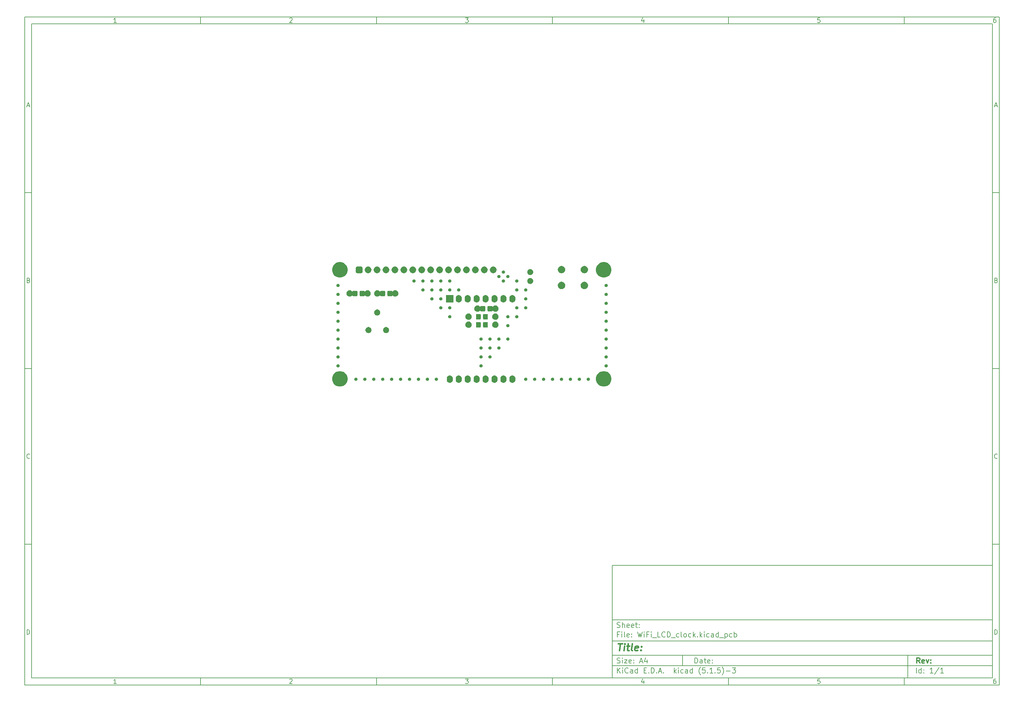
<source format=gbr>
G04 #@! TF.GenerationSoftware,KiCad,Pcbnew,(5.1.5)-3*
G04 #@! TF.CreationDate,2021-03-30T14:25:27+02:00*
G04 #@! TF.ProjectId,WiFi_LCD_clock,57694669-5f4c-4434-945f-636c6f636b2e,rev?*
G04 #@! TF.SameCoordinates,Original*
G04 #@! TF.FileFunction,Soldermask,Bot*
G04 #@! TF.FilePolarity,Negative*
%FSLAX46Y46*%
G04 Gerber Fmt 4.6, Leading zero omitted, Abs format (unit mm)*
G04 Created by KiCad (PCBNEW (5.1.5)-3) date 2021-03-30 14:25:27*
%MOMM*%
%LPD*%
G04 APERTURE LIST*
%ADD10C,0.100000*%
%ADD11C,0.150000*%
%ADD12C,0.300000*%
%ADD13C,0.400000*%
G04 APERTURE END LIST*
D10*
D11*
X177002200Y-166007200D02*
X177002200Y-198007200D01*
X285002200Y-198007200D01*
X285002200Y-166007200D01*
X177002200Y-166007200D01*
D10*
D11*
X10000000Y-10000000D02*
X10000000Y-200007200D01*
X287002200Y-200007200D01*
X287002200Y-10000000D01*
X10000000Y-10000000D01*
D10*
D11*
X12000000Y-12000000D02*
X12000000Y-198007200D01*
X285002200Y-198007200D01*
X285002200Y-12000000D01*
X12000000Y-12000000D01*
D10*
D11*
X60000000Y-12000000D02*
X60000000Y-10000000D01*
D10*
D11*
X110000000Y-12000000D02*
X110000000Y-10000000D01*
D10*
D11*
X160000000Y-12000000D02*
X160000000Y-10000000D01*
D10*
D11*
X210000000Y-12000000D02*
X210000000Y-10000000D01*
D10*
D11*
X260000000Y-12000000D02*
X260000000Y-10000000D01*
D10*
D11*
X36065476Y-11588095D02*
X35322619Y-11588095D01*
X35694047Y-11588095D02*
X35694047Y-10288095D01*
X35570238Y-10473809D01*
X35446428Y-10597619D01*
X35322619Y-10659523D01*
D10*
D11*
X85322619Y-10411904D02*
X85384523Y-10350000D01*
X85508333Y-10288095D01*
X85817857Y-10288095D01*
X85941666Y-10350000D01*
X86003571Y-10411904D01*
X86065476Y-10535714D01*
X86065476Y-10659523D01*
X86003571Y-10845238D01*
X85260714Y-11588095D01*
X86065476Y-11588095D01*
D10*
D11*
X135260714Y-10288095D02*
X136065476Y-10288095D01*
X135632142Y-10783333D01*
X135817857Y-10783333D01*
X135941666Y-10845238D01*
X136003571Y-10907142D01*
X136065476Y-11030952D01*
X136065476Y-11340476D01*
X136003571Y-11464285D01*
X135941666Y-11526190D01*
X135817857Y-11588095D01*
X135446428Y-11588095D01*
X135322619Y-11526190D01*
X135260714Y-11464285D01*
D10*
D11*
X185941666Y-10721428D02*
X185941666Y-11588095D01*
X185632142Y-10226190D02*
X185322619Y-11154761D01*
X186127380Y-11154761D01*
D10*
D11*
X236003571Y-10288095D02*
X235384523Y-10288095D01*
X235322619Y-10907142D01*
X235384523Y-10845238D01*
X235508333Y-10783333D01*
X235817857Y-10783333D01*
X235941666Y-10845238D01*
X236003571Y-10907142D01*
X236065476Y-11030952D01*
X236065476Y-11340476D01*
X236003571Y-11464285D01*
X235941666Y-11526190D01*
X235817857Y-11588095D01*
X235508333Y-11588095D01*
X235384523Y-11526190D01*
X235322619Y-11464285D01*
D10*
D11*
X285941666Y-10288095D02*
X285694047Y-10288095D01*
X285570238Y-10350000D01*
X285508333Y-10411904D01*
X285384523Y-10597619D01*
X285322619Y-10845238D01*
X285322619Y-11340476D01*
X285384523Y-11464285D01*
X285446428Y-11526190D01*
X285570238Y-11588095D01*
X285817857Y-11588095D01*
X285941666Y-11526190D01*
X286003571Y-11464285D01*
X286065476Y-11340476D01*
X286065476Y-11030952D01*
X286003571Y-10907142D01*
X285941666Y-10845238D01*
X285817857Y-10783333D01*
X285570238Y-10783333D01*
X285446428Y-10845238D01*
X285384523Y-10907142D01*
X285322619Y-11030952D01*
D10*
D11*
X60000000Y-198007200D02*
X60000000Y-200007200D01*
D10*
D11*
X110000000Y-198007200D02*
X110000000Y-200007200D01*
D10*
D11*
X160000000Y-198007200D02*
X160000000Y-200007200D01*
D10*
D11*
X210000000Y-198007200D02*
X210000000Y-200007200D01*
D10*
D11*
X260000000Y-198007200D02*
X260000000Y-200007200D01*
D10*
D11*
X36065476Y-199595295D02*
X35322619Y-199595295D01*
X35694047Y-199595295D02*
X35694047Y-198295295D01*
X35570238Y-198481009D01*
X35446428Y-198604819D01*
X35322619Y-198666723D01*
D10*
D11*
X85322619Y-198419104D02*
X85384523Y-198357200D01*
X85508333Y-198295295D01*
X85817857Y-198295295D01*
X85941666Y-198357200D01*
X86003571Y-198419104D01*
X86065476Y-198542914D01*
X86065476Y-198666723D01*
X86003571Y-198852438D01*
X85260714Y-199595295D01*
X86065476Y-199595295D01*
D10*
D11*
X135260714Y-198295295D02*
X136065476Y-198295295D01*
X135632142Y-198790533D01*
X135817857Y-198790533D01*
X135941666Y-198852438D01*
X136003571Y-198914342D01*
X136065476Y-199038152D01*
X136065476Y-199347676D01*
X136003571Y-199471485D01*
X135941666Y-199533390D01*
X135817857Y-199595295D01*
X135446428Y-199595295D01*
X135322619Y-199533390D01*
X135260714Y-199471485D01*
D10*
D11*
X185941666Y-198728628D02*
X185941666Y-199595295D01*
X185632142Y-198233390D02*
X185322619Y-199161961D01*
X186127380Y-199161961D01*
D10*
D11*
X236003571Y-198295295D02*
X235384523Y-198295295D01*
X235322619Y-198914342D01*
X235384523Y-198852438D01*
X235508333Y-198790533D01*
X235817857Y-198790533D01*
X235941666Y-198852438D01*
X236003571Y-198914342D01*
X236065476Y-199038152D01*
X236065476Y-199347676D01*
X236003571Y-199471485D01*
X235941666Y-199533390D01*
X235817857Y-199595295D01*
X235508333Y-199595295D01*
X235384523Y-199533390D01*
X235322619Y-199471485D01*
D10*
D11*
X285941666Y-198295295D02*
X285694047Y-198295295D01*
X285570238Y-198357200D01*
X285508333Y-198419104D01*
X285384523Y-198604819D01*
X285322619Y-198852438D01*
X285322619Y-199347676D01*
X285384523Y-199471485D01*
X285446428Y-199533390D01*
X285570238Y-199595295D01*
X285817857Y-199595295D01*
X285941666Y-199533390D01*
X286003571Y-199471485D01*
X286065476Y-199347676D01*
X286065476Y-199038152D01*
X286003571Y-198914342D01*
X285941666Y-198852438D01*
X285817857Y-198790533D01*
X285570238Y-198790533D01*
X285446428Y-198852438D01*
X285384523Y-198914342D01*
X285322619Y-199038152D01*
D10*
D11*
X10000000Y-60000000D02*
X12000000Y-60000000D01*
D10*
D11*
X10000000Y-110000000D02*
X12000000Y-110000000D01*
D10*
D11*
X10000000Y-160000000D02*
X12000000Y-160000000D01*
D10*
D11*
X10690476Y-35216666D02*
X11309523Y-35216666D01*
X10566666Y-35588095D02*
X11000000Y-34288095D01*
X11433333Y-35588095D01*
D10*
D11*
X11092857Y-84907142D02*
X11278571Y-84969047D01*
X11340476Y-85030952D01*
X11402380Y-85154761D01*
X11402380Y-85340476D01*
X11340476Y-85464285D01*
X11278571Y-85526190D01*
X11154761Y-85588095D01*
X10659523Y-85588095D01*
X10659523Y-84288095D01*
X11092857Y-84288095D01*
X11216666Y-84350000D01*
X11278571Y-84411904D01*
X11340476Y-84535714D01*
X11340476Y-84659523D01*
X11278571Y-84783333D01*
X11216666Y-84845238D01*
X11092857Y-84907142D01*
X10659523Y-84907142D01*
D10*
D11*
X11402380Y-135464285D02*
X11340476Y-135526190D01*
X11154761Y-135588095D01*
X11030952Y-135588095D01*
X10845238Y-135526190D01*
X10721428Y-135402380D01*
X10659523Y-135278571D01*
X10597619Y-135030952D01*
X10597619Y-134845238D01*
X10659523Y-134597619D01*
X10721428Y-134473809D01*
X10845238Y-134350000D01*
X11030952Y-134288095D01*
X11154761Y-134288095D01*
X11340476Y-134350000D01*
X11402380Y-134411904D01*
D10*
D11*
X10659523Y-185588095D02*
X10659523Y-184288095D01*
X10969047Y-184288095D01*
X11154761Y-184350000D01*
X11278571Y-184473809D01*
X11340476Y-184597619D01*
X11402380Y-184845238D01*
X11402380Y-185030952D01*
X11340476Y-185278571D01*
X11278571Y-185402380D01*
X11154761Y-185526190D01*
X10969047Y-185588095D01*
X10659523Y-185588095D01*
D10*
D11*
X287002200Y-60000000D02*
X285002200Y-60000000D01*
D10*
D11*
X287002200Y-110000000D02*
X285002200Y-110000000D01*
D10*
D11*
X287002200Y-160000000D02*
X285002200Y-160000000D01*
D10*
D11*
X285692676Y-35216666D02*
X286311723Y-35216666D01*
X285568866Y-35588095D02*
X286002200Y-34288095D01*
X286435533Y-35588095D01*
D10*
D11*
X286095057Y-84907142D02*
X286280771Y-84969047D01*
X286342676Y-85030952D01*
X286404580Y-85154761D01*
X286404580Y-85340476D01*
X286342676Y-85464285D01*
X286280771Y-85526190D01*
X286156961Y-85588095D01*
X285661723Y-85588095D01*
X285661723Y-84288095D01*
X286095057Y-84288095D01*
X286218866Y-84350000D01*
X286280771Y-84411904D01*
X286342676Y-84535714D01*
X286342676Y-84659523D01*
X286280771Y-84783333D01*
X286218866Y-84845238D01*
X286095057Y-84907142D01*
X285661723Y-84907142D01*
D10*
D11*
X286404580Y-135464285D02*
X286342676Y-135526190D01*
X286156961Y-135588095D01*
X286033152Y-135588095D01*
X285847438Y-135526190D01*
X285723628Y-135402380D01*
X285661723Y-135278571D01*
X285599819Y-135030952D01*
X285599819Y-134845238D01*
X285661723Y-134597619D01*
X285723628Y-134473809D01*
X285847438Y-134350000D01*
X286033152Y-134288095D01*
X286156961Y-134288095D01*
X286342676Y-134350000D01*
X286404580Y-134411904D01*
D10*
D11*
X285661723Y-185588095D02*
X285661723Y-184288095D01*
X285971247Y-184288095D01*
X286156961Y-184350000D01*
X286280771Y-184473809D01*
X286342676Y-184597619D01*
X286404580Y-184845238D01*
X286404580Y-185030952D01*
X286342676Y-185278571D01*
X286280771Y-185402380D01*
X286156961Y-185526190D01*
X285971247Y-185588095D01*
X285661723Y-185588095D01*
D10*
D11*
X200434342Y-193785771D02*
X200434342Y-192285771D01*
X200791485Y-192285771D01*
X201005771Y-192357200D01*
X201148628Y-192500057D01*
X201220057Y-192642914D01*
X201291485Y-192928628D01*
X201291485Y-193142914D01*
X201220057Y-193428628D01*
X201148628Y-193571485D01*
X201005771Y-193714342D01*
X200791485Y-193785771D01*
X200434342Y-193785771D01*
X202577200Y-193785771D02*
X202577200Y-193000057D01*
X202505771Y-192857200D01*
X202362914Y-192785771D01*
X202077200Y-192785771D01*
X201934342Y-192857200D01*
X202577200Y-193714342D02*
X202434342Y-193785771D01*
X202077200Y-193785771D01*
X201934342Y-193714342D01*
X201862914Y-193571485D01*
X201862914Y-193428628D01*
X201934342Y-193285771D01*
X202077200Y-193214342D01*
X202434342Y-193214342D01*
X202577200Y-193142914D01*
X203077200Y-192785771D02*
X203648628Y-192785771D01*
X203291485Y-192285771D02*
X203291485Y-193571485D01*
X203362914Y-193714342D01*
X203505771Y-193785771D01*
X203648628Y-193785771D01*
X204720057Y-193714342D02*
X204577200Y-193785771D01*
X204291485Y-193785771D01*
X204148628Y-193714342D01*
X204077200Y-193571485D01*
X204077200Y-193000057D01*
X204148628Y-192857200D01*
X204291485Y-192785771D01*
X204577200Y-192785771D01*
X204720057Y-192857200D01*
X204791485Y-193000057D01*
X204791485Y-193142914D01*
X204077200Y-193285771D01*
X205434342Y-193642914D02*
X205505771Y-193714342D01*
X205434342Y-193785771D01*
X205362914Y-193714342D01*
X205434342Y-193642914D01*
X205434342Y-193785771D01*
X205434342Y-192857200D02*
X205505771Y-192928628D01*
X205434342Y-193000057D01*
X205362914Y-192928628D01*
X205434342Y-192857200D01*
X205434342Y-193000057D01*
D10*
D11*
X177002200Y-194507200D02*
X285002200Y-194507200D01*
D10*
D11*
X178434342Y-196585771D02*
X178434342Y-195085771D01*
X179291485Y-196585771D02*
X178648628Y-195728628D01*
X179291485Y-195085771D02*
X178434342Y-195942914D01*
X179934342Y-196585771D02*
X179934342Y-195585771D01*
X179934342Y-195085771D02*
X179862914Y-195157200D01*
X179934342Y-195228628D01*
X180005771Y-195157200D01*
X179934342Y-195085771D01*
X179934342Y-195228628D01*
X181505771Y-196442914D02*
X181434342Y-196514342D01*
X181220057Y-196585771D01*
X181077200Y-196585771D01*
X180862914Y-196514342D01*
X180720057Y-196371485D01*
X180648628Y-196228628D01*
X180577200Y-195942914D01*
X180577200Y-195728628D01*
X180648628Y-195442914D01*
X180720057Y-195300057D01*
X180862914Y-195157200D01*
X181077200Y-195085771D01*
X181220057Y-195085771D01*
X181434342Y-195157200D01*
X181505771Y-195228628D01*
X182791485Y-196585771D02*
X182791485Y-195800057D01*
X182720057Y-195657200D01*
X182577200Y-195585771D01*
X182291485Y-195585771D01*
X182148628Y-195657200D01*
X182791485Y-196514342D02*
X182648628Y-196585771D01*
X182291485Y-196585771D01*
X182148628Y-196514342D01*
X182077200Y-196371485D01*
X182077200Y-196228628D01*
X182148628Y-196085771D01*
X182291485Y-196014342D01*
X182648628Y-196014342D01*
X182791485Y-195942914D01*
X184148628Y-196585771D02*
X184148628Y-195085771D01*
X184148628Y-196514342D02*
X184005771Y-196585771D01*
X183720057Y-196585771D01*
X183577200Y-196514342D01*
X183505771Y-196442914D01*
X183434342Y-196300057D01*
X183434342Y-195871485D01*
X183505771Y-195728628D01*
X183577200Y-195657200D01*
X183720057Y-195585771D01*
X184005771Y-195585771D01*
X184148628Y-195657200D01*
X186005771Y-195800057D02*
X186505771Y-195800057D01*
X186720057Y-196585771D02*
X186005771Y-196585771D01*
X186005771Y-195085771D01*
X186720057Y-195085771D01*
X187362914Y-196442914D02*
X187434342Y-196514342D01*
X187362914Y-196585771D01*
X187291485Y-196514342D01*
X187362914Y-196442914D01*
X187362914Y-196585771D01*
X188077200Y-196585771D02*
X188077200Y-195085771D01*
X188434342Y-195085771D01*
X188648628Y-195157200D01*
X188791485Y-195300057D01*
X188862914Y-195442914D01*
X188934342Y-195728628D01*
X188934342Y-195942914D01*
X188862914Y-196228628D01*
X188791485Y-196371485D01*
X188648628Y-196514342D01*
X188434342Y-196585771D01*
X188077200Y-196585771D01*
X189577200Y-196442914D02*
X189648628Y-196514342D01*
X189577200Y-196585771D01*
X189505771Y-196514342D01*
X189577200Y-196442914D01*
X189577200Y-196585771D01*
X190220057Y-196157200D02*
X190934342Y-196157200D01*
X190077200Y-196585771D02*
X190577200Y-195085771D01*
X191077200Y-196585771D01*
X191577200Y-196442914D02*
X191648628Y-196514342D01*
X191577200Y-196585771D01*
X191505771Y-196514342D01*
X191577200Y-196442914D01*
X191577200Y-196585771D01*
X194577200Y-196585771D02*
X194577200Y-195085771D01*
X194720057Y-196014342D02*
X195148628Y-196585771D01*
X195148628Y-195585771D02*
X194577200Y-196157200D01*
X195791485Y-196585771D02*
X195791485Y-195585771D01*
X195791485Y-195085771D02*
X195720057Y-195157200D01*
X195791485Y-195228628D01*
X195862914Y-195157200D01*
X195791485Y-195085771D01*
X195791485Y-195228628D01*
X197148628Y-196514342D02*
X197005771Y-196585771D01*
X196720057Y-196585771D01*
X196577200Y-196514342D01*
X196505771Y-196442914D01*
X196434342Y-196300057D01*
X196434342Y-195871485D01*
X196505771Y-195728628D01*
X196577200Y-195657200D01*
X196720057Y-195585771D01*
X197005771Y-195585771D01*
X197148628Y-195657200D01*
X198434342Y-196585771D02*
X198434342Y-195800057D01*
X198362914Y-195657200D01*
X198220057Y-195585771D01*
X197934342Y-195585771D01*
X197791485Y-195657200D01*
X198434342Y-196514342D02*
X198291485Y-196585771D01*
X197934342Y-196585771D01*
X197791485Y-196514342D01*
X197720057Y-196371485D01*
X197720057Y-196228628D01*
X197791485Y-196085771D01*
X197934342Y-196014342D01*
X198291485Y-196014342D01*
X198434342Y-195942914D01*
X199791485Y-196585771D02*
X199791485Y-195085771D01*
X199791485Y-196514342D02*
X199648628Y-196585771D01*
X199362914Y-196585771D01*
X199220057Y-196514342D01*
X199148628Y-196442914D01*
X199077200Y-196300057D01*
X199077200Y-195871485D01*
X199148628Y-195728628D01*
X199220057Y-195657200D01*
X199362914Y-195585771D01*
X199648628Y-195585771D01*
X199791485Y-195657200D01*
X202077200Y-197157200D02*
X202005771Y-197085771D01*
X201862914Y-196871485D01*
X201791485Y-196728628D01*
X201720057Y-196514342D01*
X201648628Y-196157200D01*
X201648628Y-195871485D01*
X201720057Y-195514342D01*
X201791485Y-195300057D01*
X201862914Y-195157200D01*
X202005771Y-194942914D01*
X202077200Y-194871485D01*
X203362914Y-195085771D02*
X202648628Y-195085771D01*
X202577200Y-195800057D01*
X202648628Y-195728628D01*
X202791485Y-195657200D01*
X203148628Y-195657200D01*
X203291485Y-195728628D01*
X203362914Y-195800057D01*
X203434342Y-195942914D01*
X203434342Y-196300057D01*
X203362914Y-196442914D01*
X203291485Y-196514342D01*
X203148628Y-196585771D01*
X202791485Y-196585771D01*
X202648628Y-196514342D01*
X202577200Y-196442914D01*
X204077200Y-196442914D02*
X204148628Y-196514342D01*
X204077200Y-196585771D01*
X204005771Y-196514342D01*
X204077200Y-196442914D01*
X204077200Y-196585771D01*
X205577200Y-196585771D02*
X204720057Y-196585771D01*
X205148628Y-196585771D02*
X205148628Y-195085771D01*
X205005771Y-195300057D01*
X204862914Y-195442914D01*
X204720057Y-195514342D01*
X206220057Y-196442914D02*
X206291485Y-196514342D01*
X206220057Y-196585771D01*
X206148628Y-196514342D01*
X206220057Y-196442914D01*
X206220057Y-196585771D01*
X207648628Y-195085771D02*
X206934342Y-195085771D01*
X206862914Y-195800057D01*
X206934342Y-195728628D01*
X207077200Y-195657200D01*
X207434342Y-195657200D01*
X207577200Y-195728628D01*
X207648628Y-195800057D01*
X207720057Y-195942914D01*
X207720057Y-196300057D01*
X207648628Y-196442914D01*
X207577200Y-196514342D01*
X207434342Y-196585771D01*
X207077200Y-196585771D01*
X206934342Y-196514342D01*
X206862914Y-196442914D01*
X208220057Y-197157200D02*
X208291485Y-197085771D01*
X208434342Y-196871485D01*
X208505771Y-196728628D01*
X208577200Y-196514342D01*
X208648628Y-196157200D01*
X208648628Y-195871485D01*
X208577200Y-195514342D01*
X208505771Y-195300057D01*
X208434342Y-195157200D01*
X208291485Y-194942914D01*
X208220057Y-194871485D01*
X209362914Y-196014342D02*
X210505771Y-196014342D01*
X211077200Y-195085771D02*
X212005771Y-195085771D01*
X211505771Y-195657200D01*
X211720057Y-195657200D01*
X211862914Y-195728628D01*
X211934342Y-195800057D01*
X212005771Y-195942914D01*
X212005771Y-196300057D01*
X211934342Y-196442914D01*
X211862914Y-196514342D01*
X211720057Y-196585771D01*
X211291485Y-196585771D01*
X211148628Y-196514342D01*
X211077200Y-196442914D01*
D10*
D11*
X177002200Y-191507200D02*
X285002200Y-191507200D01*
D10*
D12*
X264411485Y-193785771D02*
X263911485Y-193071485D01*
X263554342Y-193785771D02*
X263554342Y-192285771D01*
X264125771Y-192285771D01*
X264268628Y-192357200D01*
X264340057Y-192428628D01*
X264411485Y-192571485D01*
X264411485Y-192785771D01*
X264340057Y-192928628D01*
X264268628Y-193000057D01*
X264125771Y-193071485D01*
X263554342Y-193071485D01*
X265625771Y-193714342D02*
X265482914Y-193785771D01*
X265197200Y-193785771D01*
X265054342Y-193714342D01*
X264982914Y-193571485D01*
X264982914Y-193000057D01*
X265054342Y-192857200D01*
X265197200Y-192785771D01*
X265482914Y-192785771D01*
X265625771Y-192857200D01*
X265697200Y-193000057D01*
X265697200Y-193142914D01*
X264982914Y-193285771D01*
X266197200Y-192785771D02*
X266554342Y-193785771D01*
X266911485Y-192785771D01*
X267482914Y-193642914D02*
X267554342Y-193714342D01*
X267482914Y-193785771D01*
X267411485Y-193714342D01*
X267482914Y-193642914D01*
X267482914Y-193785771D01*
X267482914Y-192857200D02*
X267554342Y-192928628D01*
X267482914Y-193000057D01*
X267411485Y-192928628D01*
X267482914Y-192857200D01*
X267482914Y-193000057D01*
D10*
D11*
X178362914Y-193714342D02*
X178577200Y-193785771D01*
X178934342Y-193785771D01*
X179077200Y-193714342D01*
X179148628Y-193642914D01*
X179220057Y-193500057D01*
X179220057Y-193357200D01*
X179148628Y-193214342D01*
X179077200Y-193142914D01*
X178934342Y-193071485D01*
X178648628Y-193000057D01*
X178505771Y-192928628D01*
X178434342Y-192857200D01*
X178362914Y-192714342D01*
X178362914Y-192571485D01*
X178434342Y-192428628D01*
X178505771Y-192357200D01*
X178648628Y-192285771D01*
X179005771Y-192285771D01*
X179220057Y-192357200D01*
X179862914Y-193785771D02*
X179862914Y-192785771D01*
X179862914Y-192285771D02*
X179791485Y-192357200D01*
X179862914Y-192428628D01*
X179934342Y-192357200D01*
X179862914Y-192285771D01*
X179862914Y-192428628D01*
X180434342Y-192785771D02*
X181220057Y-192785771D01*
X180434342Y-193785771D01*
X181220057Y-193785771D01*
X182362914Y-193714342D02*
X182220057Y-193785771D01*
X181934342Y-193785771D01*
X181791485Y-193714342D01*
X181720057Y-193571485D01*
X181720057Y-193000057D01*
X181791485Y-192857200D01*
X181934342Y-192785771D01*
X182220057Y-192785771D01*
X182362914Y-192857200D01*
X182434342Y-193000057D01*
X182434342Y-193142914D01*
X181720057Y-193285771D01*
X183077200Y-193642914D02*
X183148628Y-193714342D01*
X183077200Y-193785771D01*
X183005771Y-193714342D01*
X183077200Y-193642914D01*
X183077200Y-193785771D01*
X183077200Y-192857200D02*
X183148628Y-192928628D01*
X183077200Y-193000057D01*
X183005771Y-192928628D01*
X183077200Y-192857200D01*
X183077200Y-193000057D01*
X184862914Y-193357200D02*
X185577200Y-193357200D01*
X184720057Y-193785771D02*
X185220057Y-192285771D01*
X185720057Y-193785771D01*
X186862914Y-192785771D02*
X186862914Y-193785771D01*
X186505771Y-192214342D02*
X186148628Y-193285771D01*
X187077200Y-193285771D01*
D10*
D11*
X263434342Y-196585771D02*
X263434342Y-195085771D01*
X264791485Y-196585771D02*
X264791485Y-195085771D01*
X264791485Y-196514342D02*
X264648628Y-196585771D01*
X264362914Y-196585771D01*
X264220057Y-196514342D01*
X264148628Y-196442914D01*
X264077200Y-196300057D01*
X264077200Y-195871485D01*
X264148628Y-195728628D01*
X264220057Y-195657200D01*
X264362914Y-195585771D01*
X264648628Y-195585771D01*
X264791485Y-195657200D01*
X265505771Y-196442914D02*
X265577200Y-196514342D01*
X265505771Y-196585771D01*
X265434342Y-196514342D01*
X265505771Y-196442914D01*
X265505771Y-196585771D01*
X265505771Y-195657200D02*
X265577200Y-195728628D01*
X265505771Y-195800057D01*
X265434342Y-195728628D01*
X265505771Y-195657200D01*
X265505771Y-195800057D01*
X268148628Y-196585771D02*
X267291485Y-196585771D01*
X267720057Y-196585771D02*
X267720057Y-195085771D01*
X267577200Y-195300057D01*
X267434342Y-195442914D01*
X267291485Y-195514342D01*
X269862914Y-195014342D02*
X268577200Y-196942914D01*
X271148628Y-196585771D02*
X270291485Y-196585771D01*
X270720057Y-196585771D02*
X270720057Y-195085771D01*
X270577200Y-195300057D01*
X270434342Y-195442914D01*
X270291485Y-195514342D01*
D10*
D11*
X177002200Y-187507200D02*
X285002200Y-187507200D01*
D10*
D13*
X178714580Y-188211961D02*
X179857438Y-188211961D01*
X179036009Y-190211961D02*
X179286009Y-188211961D01*
X180274104Y-190211961D02*
X180440771Y-188878628D01*
X180524104Y-188211961D02*
X180416961Y-188307200D01*
X180500295Y-188402438D01*
X180607438Y-188307200D01*
X180524104Y-188211961D01*
X180500295Y-188402438D01*
X181107438Y-188878628D02*
X181869342Y-188878628D01*
X181476485Y-188211961D02*
X181262200Y-189926247D01*
X181333628Y-190116723D01*
X181512200Y-190211961D01*
X181702676Y-190211961D01*
X182655057Y-190211961D02*
X182476485Y-190116723D01*
X182405057Y-189926247D01*
X182619342Y-188211961D01*
X184190771Y-190116723D02*
X183988390Y-190211961D01*
X183607438Y-190211961D01*
X183428866Y-190116723D01*
X183357438Y-189926247D01*
X183452676Y-189164342D01*
X183571723Y-188973866D01*
X183774104Y-188878628D01*
X184155057Y-188878628D01*
X184333628Y-188973866D01*
X184405057Y-189164342D01*
X184381247Y-189354819D01*
X183405057Y-189545295D01*
X185155057Y-190021485D02*
X185238390Y-190116723D01*
X185131247Y-190211961D01*
X185047914Y-190116723D01*
X185155057Y-190021485D01*
X185131247Y-190211961D01*
X185286009Y-188973866D02*
X185369342Y-189069104D01*
X185262200Y-189164342D01*
X185178866Y-189069104D01*
X185286009Y-188973866D01*
X185262200Y-189164342D01*
D10*
D11*
X178934342Y-185600057D02*
X178434342Y-185600057D01*
X178434342Y-186385771D02*
X178434342Y-184885771D01*
X179148628Y-184885771D01*
X179720057Y-186385771D02*
X179720057Y-185385771D01*
X179720057Y-184885771D02*
X179648628Y-184957200D01*
X179720057Y-185028628D01*
X179791485Y-184957200D01*
X179720057Y-184885771D01*
X179720057Y-185028628D01*
X180648628Y-186385771D02*
X180505771Y-186314342D01*
X180434342Y-186171485D01*
X180434342Y-184885771D01*
X181791485Y-186314342D02*
X181648628Y-186385771D01*
X181362914Y-186385771D01*
X181220057Y-186314342D01*
X181148628Y-186171485D01*
X181148628Y-185600057D01*
X181220057Y-185457200D01*
X181362914Y-185385771D01*
X181648628Y-185385771D01*
X181791485Y-185457200D01*
X181862914Y-185600057D01*
X181862914Y-185742914D01*
X181148628Y-185885771D01*
X182505771Y-186242914D02*
X182577200Y-186314342D01*
X182505771Y-186385771D01*
X182434342Y-186314342D01*
X182505771Y-186242914D01*
X182505771Y-186385771D01*
X182505771Y-185457200D02*
X182577200Y-185528628D01*
X182505771Y-185600057D01*
X182434342Y-185528628D01*
X182505771Y-185457200D01*
X182505771Y-185600057D01*
X184220057Y-184885771D02*
X184577200Y-186385771D01*
X184862914Y-185314342D01*
X185148628Y-186385771D01*
X185505771Y-184885771D01*
X186077200Y-186385771D02*
X186077200Y-185385771D01*
X186077200Y-184885771D02*
X186005771Y-184957200D01*
X186077200Y-185028628D01*
X186148628Y-184957200D01*
X186077200Y-184885771D01*
X186077200Y-185028628D01*
X187291485Y-185600057D02*
X186791485Y-185600057D01*
X186791485Y-186385771D02*
X186791485Y-184885771D01*
X187505771Y-184885771D01*
X188077200Y-186385771D02*
X188077200Y-185385771D01*
X188077200Y-184885771D02*
X188005771Y-184957200D01*
X188077200Y-185028628D01*
X188148628Y-184957200D01*
X188077200Y-184885771D01*
X188077200Y-185028628D01*
X188434342Y-186528628D02*
X189577200Y-186528628D01*
X190648628Y-186385771D02*
X189934342Y-186385771D01*
X189934342Y-184885771D01*
X192005771Y-186242914D02*
X191934342Y-186314342D01*
X191720057Y-186385771D01*
X191577200Y-186385771D01*
X191362914Y-186314342D01*
X191220057Y-186171485D01*
X191148628Y-186028628D01*
X191077200Y-185742914D01*
X191077200Y-185528628D01*
X191148628Y-185242914D01*
X191220057Y-185100057D01*
X191362914Y-184957200D01*
X191577200Y-184885771D01*
X191720057Y-184885771D01*
X191934342Y-184957200D01*
X192005771Y-185028628D01*
X192648628Y-186385771D02*
X192648628Y-184885771D01*
X193005771Y-184885771D01*
X193220057Y-184957200D01*
X193362914Y-185100057D01*
X193434342Y-185242914D01*
X193505771Y-185528628D01*
X193505771Y-185742914D01*
X193434342Y-186028628D01*
X193362914Y-186171485D01*
X193220057Y-186314342D01*
X193005771Y-186385771D01*
X192648628Y-186385771D01*
X193791485Y-186528628D02*
X194934342Y-186528628D01*
X195934342Y-186314342D02*
X195791485Y-186385771D01*
X195505771Y-186385771D01*
X195362914Y-186314342D01*
X195291485Y-186242914D01*
X195220057Y-186100057D01*
X195220057Y-185671485D01*
X195291485Y-185528628D01*
X195362914Y-185457200D01*
X195505771Y-185385771D01*
X195791485Y-185385771D01*
X195934342Y-185457200D01*
X196791485Y-186385771D02*
X196648628Y-186314342D01*
X196577200Y-186171485D01*
X196577200Y-184885771D01*
X197577200Y-186385771D02*
X197434342Y-186314342D01*
X197362914Y-186242914D01*
X197291485Y-186100057D01*
X197291485Y-185671485D01*
X197362914Y-185528628D01*
X197434342Y-185457200D01*
X197577200Y-185385771D01*
X197791485Y-185385771D01*
X197934342Y-185457200D01*
X198005771Y-185528628D01*
X198077200Y-185671485D01*
X198077200Y-186100057D01*
X198005771Y-186242914D01*
X197934342Y-186314342D01*
X197791485Y-186385771D01*
X197577200Y-186385771D01*
X199362914Y-186314342D02*
X199220057Y-186385771D01*
X198934342Y-186385771D01*
X198791485Y-186314342D01*
X198720057Y-186242914D01*
X198648628Y-186100057D01*
X198648628Y-185671485D01*
X198720057Y-185528628D01*
X198791485Y-185457200D01*
X198934342Y-185385771D01*
X199220057Y-185385771D01*
X199362914Y-185457200D01*
X200005771Y-186385771D02*
X200005771Y-184885771D01*
X200148628Y-185814342D02*
X200577200Y-186385771D01*
X200577200Y-185385771D02*
X200005771Y-185957200D01*
X201220057Y-186242914D02*
X201291485Y-186314342D01*
X201220057Y-186385771D01*
X201148628Y-186314342D01*
X201220057Y-186242914D01*
X201220057Y-186385771D01*
X201934342Y-186385771D02*
X201934342Y-184885771D01*
X202077200Y-185814342D02*
X202505771Y-186385771D01*
X202505771Y-185385771D02*
X201934342Y-185957200D01*
X203148628Y-186385771D02*
X203148628Y-185385771D01*
X203148628Y-184885771D02*
X203077200Y-184957200D01*
X203148628Y-185028628D01*
X203220057Y-184957200D01*
X203148628Y-184885771D01*
X203148628Y-185028628D01*
X204505771Y-186314342D02*
X204362914Y-186385771D01*
X204077200Y-186385771D01*
X203934342Y-186314342D01*
X203862914Y-186242914D01*
X203791485Y-186100057D01*
X203791485Y-185671485D01*
X203862914Y-185528628D01*
X203934342Y-185457200D01*
X204077200Y-185385771D01*
X204362914Y-185385771D01*
X204505771Y-185457200D01*
X205791485Y-186385771D02*
X205791485Y-185600057D01*
X205720057Y-185457200D01*
X205577200Y-185385771D01*
X205291485Y-185385771D01*
X205148628Y-185457200D01*
X205791485Y-186314342D02*
X205648628Y-186385771D01*
X205291485Y-186385771D01*
X205148628Y-186314342D01*
X205077200Y-186171485D01*
X205077200Y-186028628D01*
X205148628Y-185885771D01*
X205291485Y-185814342D01*
X205648628Y-185814342D01*
X205791485Y-185742914D01*
X207148628Y-186385771D02*
X207148628Y-184885771D01*
X207148628Y-186314342D02*
X207005771Y-186385771D01*
X206720057Y-186385771D01*
X206577200Y-186314342D01*
X206505771Y-186242914D01*
X206434342Y-186100057D01*
X206434342Y-185671485D01*
X206505771Y-185528628D01*
X206577200Y-185457200D01*
X206720057Y-185385771D01*
X207005771Y-185385771D01*
X207148628Y-185457200D01*
X207505771Y-186528628D02*
X208648628Y-186528628D01*
X209005771Y-185385771D02*
X209005771Y-186885771D01*
X209005771Y-185457200D02*
X209148628Y-185385771D01*
X209434342Y-185385771D01*
X209577200Y-185457200D01*
X209648628Y-185528628D01*
X209720057Y-185671485D01*
X209720057Y-186100057D01*
X209648628Y-186242914D01*
X209577200Y-186314342D01*
X209434342Y-186385771D01*
X209148628Y-186385771D01*
X209005771Y-186314342D01*
X211005771Y-186314342D02*
X210862914Y-186385771D01*
X210577200Y-186385771D01*
X210434342Y-186314342D01*
X210362914Y-186242914D01*
X210291485Y-186100057D01*
X210291485Y-185671485D01*
X210362914Y-185528628D01*
X210434342Y-185457200D01*
X210577200Y-185385771D01*
X210862914Y-185385771D01*
X211005771Y-185457200D01*
X211648628Y-186385771D02*
X211648628Y-184885771D01*
X211648628Y-185457200D02*
X211791485Y-185385771D01*
X212077200Y-185385771D01*
X212220057Y-185457200D01*
X212291485Y-185528628D01*
X212362914Y-185671485D01*
X212362914Y-186100057D01*
X212291485Y-186242914D01*
X212220057Y-186314342D01*
X212077200Y-186385771D01*
X211791485Y-186385771D01*
X211648628Y-186314342D01*
D10*
D11*
X177002200Y-181507200D02*
X285002200Y-181507200D01*
D10*
D11*
X178362914Y-183614342D02*
X178577200Y-183685771D01*
X178934342Y-183685771D01*
X179077200Y-183614342D01*
X179148628Y-183542914D01*
X179220057Y-183400057D01*
X179220057Y-183257200D01*
X179148628Y-183114342D01*
X179077200Y-183042914D01*
X178934342Y-182971485D01*
X178648628Y-182900057D01*
X178505771Y-182828628D01*
X178434342Y-182757200D01*
X178362914Y-182614342D01*
X178362914Y-182471485D01*
X178434342Y-182328628D01*
X178505771Y-182257200D01*
X178648628Y-182185771D01*
X179005771Y-182185771D01*
X179220057Y-182257200D01*
X179862914Y-183685771D02*
X179862914Y-182185771D01*
X180505771Y-183685771D02*
X180505771Y-182900057D01*
X180434342Y-182757200D01*
X180291485Y-182685771D01*
X180077200Y-182685771D01*
X179934342Y-182757200D01*
X179862914Y-182828628D01*
X181791485Y-183614342D02*
X181648628Y-183685771D01*
X181362914Y-183685771D01*
X181220057Y-183614342D01*
X181148628Y-183471485D01*
X181148628Y-182900057D01*
X181220057Y-182757200D01*
X181362914Y-182685771D01*
X181648628Y-182685771D01*
X181791485Y-182757200D01*
X181862914Y-182900057D01*
X181862914Y-183042914D01*
X181148628Y-183185771D01*
X183077200Y-183614342D02*
X182934342Y-183685771D01*
X182648628Y-183685771D01*
X182505771Y-183614342D01*
X182434342Y-183471485D01*
X182434342Y-182900057D01*
X182505771Y-182757200D01*
X182648628Y-182685771D01*
X182934342Y-182685771D01*
X183077200Y-182757200D01*
X183148628Y-182900057D01*
X183148628Y-183042914D01*
X182434342Y-183185771D01*
X183577200Y-182685771D02*
X184148628Y-182685771D01*
X183791485Y-182185771D02*
X183791485Y-183471485D01*
X183862914Y-183614342D01*
X184005771Y-183685771D01*
X184148628Y-183685771D01*
X184648628Y-183542914D02*
X184720057Y-183614342D01*
X184648628Y-183685771D01*
X184577200Y-183614342D01*
X184648628Y-183542914D01*
X184648628Y-183685771D01*
X184648628Y-182757200D02*
X184720057Y-182828628D01*
X184648628Y-182900057D01*
X184577200Y-182828628D01*
X184648628Y-182757200D01*
X184648628Y-182900057D01*
D10*
D11*
X197002200Y-191507200D02*
X197002200Y-194507200D01*
D10*
D11*
X261002200Y-191507200D02*
X261002200Y-198007200D01*
D10*
G36*
X175207006Y-110814581D02*
G01*
X175607562Y-110980497D01*
X175607564Y-110980498D01*
X175968055Y-111221370D01*
X176274628Y-111527943D01*
X176515500Y-111888434D01*
X176515501Y-111888436D01*
X176681417Y-112288992D01*
X176765999Y-112714218D01*
X176765999Y-113147780D01*
X176681417Y-113573006D01*
X176515501Y-113973562D01*
X176515500Y-113973564D01*
X176274628Y-114334055D01*
X175968055Y-114640628D01*
X175607564Y-114881500D01*
X175607563Y-114881501D01*
X175607562Y-114881501D01*
X175207006Y-115047417D01*
X174781780Y-115131999D01*
X174348218Y-115131999D01*
X173922992Y-115047417D01*
X173522436Y-114881501D01*
X173522435Y-114881501D01*
X173522434Y-114881500D01*
X173161943Y-114640628D01*
X172855370Y-114334055D01*
X172614498Y-113973564D01*
X172614497Y-113973562D01*
X172448581Y-113573006D01*
X172363999Y-113147780D01*
X172363999Y-112714218D01*
X172448581Y-112288992D01*
X172614497Y-111888436D01*
X172614498Y-111888434D01*
X172855370Y-111527943D01*
X173161943Y-111221370D01*
X173522434Y-110980498D01*
X173522436Y-110980497D01*
X173922992Y-110814581D01*
X174348218Y-110729999D01*
X174781780Y-110729999D01*
X175207006Y-110814581D01*
G37*
G36*
X100207006Y-110814581D02*
G01*
X100607562Y-110980497D01*
X100607564Y-110980498D01*
X100968055Y-111221370D01*
X101274628Y-111527943D01*
X101515500Y-111888434D01*
X101515501Y-111888436D01*
X101681417Y-112288992D01*
X101765999Y-112714218D01*
X101765999Y-113147780D01*
X101681417Y-113573006D01*
X101515501Y-113973562D01*
X101515500Y-113973564D01*
X101274628Y-114334055D01*
X100968055Y-114640628D01*
X100607564Y-114881500D01*
X100607563Y-114881501D01*
X100607562Y-114881501D01*
X100207006Y-115047417D01*
X99781780Y-115131999D01*
X99348218Y-115131999D01*
X98922992Y-115047417D01*
X98522436Y-114881501D01*
X98522435Y-114881501D01*
X98522434Y-114881500D01*
X98161943Y-114640628D01*
X97855370Y-114334055D01*
X97614498Y-113973564D01*
X97614497Y-113973562D01*
X97448581Y-113573006D01*
X97363999Y-113147780D01*
X97363999Y-112714218D01*
X97448581Y-112288992D01*
X97614497Y-111888436D01*
X97614498Y-111888434D01*
X97855370Y-111527943D01*
X98161943Y-111221370D01*
X98522434Y-110980498D01*
X98522436Y-110980497D01*
X98922992Y-110814581D01*
X99348218Y-110729999D01*
X99781780Y-110729999D01*
X100207006Y-110814581D01*
G37*
G36*
X148756823Y-111991313D02*
G01*
X148917242Y-112039976D01*
X149049906Y-112110886D01*
X149065078Y-112118996D01*
X149194659Y-112225341D01*
X149301004Y-112354922D01*
X149301005Y-112354924D01*
X149380024Y-112502758D01*
X149428687Y-112663178D01*
X149441000Y-112788197D01*
X149441000Y-113271804D01*
X149428687Y-113396823D01*
X149380024Y-113557242D01*
X149371597Y-113573007D01*
X149301004Y-113705078D01*
X149194659Y-113834659D01*
X149065077Y-113941005D01*
X148917241Y-114020024D01*
X148756822Y-114068687D01*
X148590000Y-114085117D01*
X148423177Y-114068687D01*
X148262758Y-114020024D01*
X148114924Y-113941005D01*
X148114922Y-113941004D01*
X147985341Y-113834659D01*
X147878995Y-113705077D01*
X147799976Y-113557241D01*
X147751313Y-113396822D01*
X147739000Y-113271803D01*
X147739000Y-112788196D01*
X147751313Y-112663177D01*
X147799976Y-112502758D01*
X147878995Y-112354924D01*
X147878996Y-112354922D01*
X147985342Y-112225341D01*
X148114923Y-112118996D01*
X148130095Y-112110886D01*
X148262759Y-112039976D01*
X148423178Y-111991313D01*
X148590000Y-111974883D01*
X148756823Y-111991313D01*
G37*
G36*
X136056823Y-111991313D02*
G01*
X136217242Y-112039976D01*
X136349906Y-112110886D01*
X136365078Y-112118996D01*
X136494659Y-112225341D01*
X136601004Y-112354922D01*
X136601005Y-112354924D01*
X136680024Y-112502758D01*
X136728687Y-112663178D01*
X136741000Y-112788197D01*
X136741000Y-113271804D01*
X136728687Y-113396823D01*
X136680024Y-113557242D01*
X136671597Y-113573007D01*
X136601004Y-113705078D01*
X136494659Y-113834659D01*
X136365077Y-113941005D01*
X136217241Y-114020024D01*
X136056822Y-114068687D01*
X135890000Y-114085117D01*
X135723177Y-114068687D01*
X135562758Y-114020024D01*
X135414924Y-113941005D01*
X135414922Y-113941004D01*
X135285341Y-113834659D01*
X135178995Y-113705077D01*
X135099976Y-113557241D01*
X135051313Y-113396822D01*
X135039000Y-113271803D01*
X135039000Y-112788196D01*
X135051313Y-112663177D01*
X135099976Y-112502758D01*
X135178995Y-112354924D01*
X135178996Y-112354922D01*
X135285342Y-112225341D01*
X135414923Y-112118996D01*
X135430095Y-112110886D01*
X135562759Y-112039976D01*
X135723178Y-111991313D01*
X135890000Y-111974883D01*
X136056823Y-111991313D01*
G37*
G36*
X130976823Y-111991313D02*
G01*
X131137242Y-112039976D01*
X131269906Y-112110886D01*
X131285078Y-112118996D01*
X131414659Y-112225341D01*
X131521004Y-112354922D01*
X131521005Y-112354924D01*
X131600024Y-112502758D01*
X131648687Y-112663178D01*
X131661000Y-112788197D01*
X131661000Y-113271804D01*
X131648687Y-113396823D01*
X131600024Y-113557242D01*
X131591597Y-113573007D01*
X131521004Y-113705078D01*
X131414659Y-113834659D01*
X131285077Y-113941005D01*
X131137241Y-114020024D01*
X130976822Y-114068687D01*
X130810000Y-114085117D01*
X130643177Y-114068687D01*
X130482758Y-114020024D01*
X130334924Y-113941005D01*
X130334922Y-113941004D01*
X130205341Y-113834659D01*
X130098995Y-113705077D01*
X130019976Y-113557241D01*
X129971313Y-113396822D01*
X129959000Y-113271803D01*
X129959000Y-112788196D01*
X129971313Y-112663177D01*
X130019976Y-112502758D01*
X130098995Y-112354924D01*
X130098996Y-112354922D01*
X130205342Y-112225341D01*
X130334923Y-112118996D01*
X130350095Y-112110886D01*
X130482759Y-112039976D01*
X130643178Y-111991313D01*
X130810000Y-111974883D01*
X130976823Y-111991313D01*
G37*
G36*
X133516823Y-111991313D02*
G01*
X133677242Y-112039976D01*
X133809906Y-112110886D01*
X133825078Y-112118996D01*
X133954659Y-112225341D01*
X134061004Y-112354922D01*
X134061005Y-112354924D01*
X134140024Y-112502758D01*
X134188687Y-112663178D01*
X134201000Y-112788197D01*
X134201000Y-113271804D01*
X134188687Y-113396823D01*
X134140024Y-113557242D01*
X134131597Y-113573007D01*
X134061004Y-113705078D01*
X133954659Y-113834659D01*
X133825077Y-113941005D01*
X133677241Y-114020024D01*
X133516822Y-114068687D01*
X133350000Y-114085117D01*
X133183177Y-114068687D01*
X133022758Y-114020024D01*
X132874924Y-113941005D01*
X132874922Y-113941004D01*
X132745341Y-113834659D01*
X132638995Y-113705077D01*
X132559976Y-113557241D01*
X132511313Y-113396822D01*
X132499000Y-113271803D01*
X132499000Y-112788196D01*
X132511313Y-112663177D01*
X132559976Y-112502758D01*
X132638995Y-112354924D01*
X132638996Y-112354922D01*
X132745342Y-112225341D01*
X132874923Y-112118996D01*
X132890095Y-112110886D01*
X133022759Y-112039976D01*
X133183178Y-111991313D01*
X133350000Y-111974883D01*
X133516823Y-111991313D01*
G37*
G36*
X138596823Y-111991313D02*
G01*
X138757242Y-112039976D01*
X138889906Y-112110886D01*
X138905078Y-112118996D01*
X139034659Y-112225341D01*
X139141004Y-112354922D01*
X139141005Y-112354924D01*
X139220024Y-112502758D01*
X139268687Y-112663178D01*
X139281000Y-112788197D01*
X139281000Y-113271804D01*
X139268687Y-113396823D01*
X139220024Y-113557242D01*
X139211597Y-113573007D01*
X139141004Y-113705078D01*
X139034659Y-113834659D01*
X138905077Y-113941005D01*
X138757241Y-114020024D01*
X138596822Y-114068687D01*
X138430000Y-114085117D01*
X138263177Y-114068687D01*
X138102758Y-114020024D01*
X137954924Y-113941005D01*
X137954922Y-113941004D01*
X137825341Y-113834659D01*
X137718995Y-113705077D01*
X137639976Y-113557241D01*
X137591313Y-113396822D01*
X137579000Y-113271803D01*
X137579000Y-112788196D01*
X137591313Y-112663177D01*
X137639976Y-112502758D01*
X137718995Y-112354924D01*
X137718996Y-112354922D01*
X137825342Y-112225341D01*
X137954923Y-112118996D01*
X137970095Y-112110886D01*
X138102759Y-112039976D01*
X138263178Y-111991313D01*
X138430000Y-111974883D01*
X138596823Y-111991313D01*
G37*
G36*
X143676823Y-111991313D02*
G01*
X143837242Y-112039976D01*
X143969906Y-112110886D01*
X143985078Y-112118996D01*
X144114659Y-112225341D01*
X144221004Y-112354922D01*
X144221005Y-112354924D01*
X144300024Y-112502758D01*
X144348687Y-112663178D01*
X144361000Y-112788197D01*
X144361000Y-113271804D01*
X144348687Y-113396823D01*
X144300024Y-113557242D01*
X144291597Y-113573007D01*
X144221004Y-113705078D01*
X144114659Y-113834659D01*
X143985077Y-113941005D01*
X143837241Y-114020024D01*
X143676822Y-114068687D01*
X143510000Y-114085117D01*
X143343177Y-114068687D01*
X143182758Y-114020024D01*
X143034924Y-113941005D01*
X143034922Y-113941004D01*
X142905341Y-113834659D01*
X142798995Y-113705077D01*
X142719976Y-113557241D01*
X142671313Y-113396822D01*
X142659000Y-113271803D01*
X142659000Y-112788196D01*
X142671313Y-112663177D01*
X142719976Y-112502758D01*
X142798995Y-112354924D01*
X142798996Y-112354922D01*
X142905342Y-112225341D01*
X143034923Y-112118996D01*
X143050095Y-112110886D01*
X143182759Y-112039976D01*
X143343178Y-111991313D01*
X143510000Y-111974883D01*
X143676823Y-111991313D01*
G37*
G36*
X146216823Y-111991313D02*
G01*
X146377242Y-112039976D01*
X146509906Y-112110886D01*
X146525078Y-112118996D01*
X146654659Y-112225341D01*
X146761004Y-112354922D01*
X146761005Y-112354924D01*
X146840024Y-112502758D01*
X146888687Y-112663178D01*
X146901000Y-112788197D01*
X146901000Y-113271804D01*
X146888687Y-113396823D01*
X146840024Y-113557242D01*
X146831597Y-113573007D01*
X146761004Y-113705078D01*
X146654659Y-113834659D01*
X146525077Y-113941005D01*
X146377241Y-114020024D01*
X146216822Y-114068687D01*
X146050000Y-114085117D01*
X145883177Y-114068687D01*
X145722758Y-114020024D01*
X145574924Y-113941005D01*
X145574922Y-113941004D01*
X145445341Y-113834659D01*
X145338995Y-113705077D01*
X145259976Y-113557241D01*
X145211313Y-113396822D01*
X145199000Y-113271803D01*
X145199000Y-112788196D01*
X145211313Y-112663177D01*
X145259976Y-112502758D01*
X145338995Y-112354924D01*
X145338996Y-112354922D01*
X145445342Y-112225341D01*
X145574923Y-112118996D01*
X145590095Y-112110886D01*
X145722759Y-112039976D01*
X145883178Y-111991313D01*
X146050000Y-111974883D01*
X146216823Y-111991313D01*
G37*
G36*
X141136823Y-111991313D02*
G01*
X141297242Y-112039976D01*
X141429906Y-112110886D01*
X141445078Y-112118996D01*
X141574659Y-112225341D01*
X141681004Y-112354922D01*
X141681005Y-112354924D01*
X141760024Y-112502758D01*
X141808687Y-112663178D01*
X141821000Y-112788197D01*
X141821000Y-113271804D01*
X141808687Y-113396823D01*
X141760024Y-113557242D01*
X141751597Y-113573007D01*
X141681004Y-113705078D01*
X141574659Y-113834659D01*
X141445077Y-113941005D01*
X141297241Y-114020024D01*
X141136822Y-114068687D01*
X140970000Y-114085117D01*
X140803177Y-114068687D01*
X140642758Y-114020024D01*
X140494924Y-113941005D01*
X140494922Y-113941004D01*
X140365341Y-113834659D01*
X140258995Y-113705077D01*
X140179976Y-113557241D01*
X140131313Y-113396822D01*
X140119000Y-113271803D01*
X140119000Y-112788196D01*
X140131313Y-112663177D01*
X140179976Y-112502758D01*
X140258995Y-112354924D01*
X140258996Y-112354922D01*
X140365342Y-112225341D01*
X140494923Y-112118996D01*
X140510095Y-112110886D01*
X140642759Y-112039976D01*
X140803178Y-111991313D01*
X140970000Y-111974883D01*
X141136823Y-111991313D01*
G37*
G36*
X111891552Y-112596331D02*
G01*
X111973627Y-112630328D01*
X111973629Y-112630329D01*
X112010813Y-112655175D01*
X112047495Y-112679685D01*
X112110315Y-112742505D01*
X112159672Y-112816373D01*
X112193669Y-112898448D01*
X112211000Y-112985579D01*
X112211000Y-113074421D01*
X112193669Y-113161552D01*
X112159672Y-113243627D01*
X112110315Y-113317495D01*
X112047495Y-113380315D01*
X112022786Y-113396825D01*
X111973629Y-113429671D01*
X111973628Y-113429672D01*
X111973627Y-113429672D01*
X111891552Y-113463669D01*
X111804421Y-113481000D01*
X111715579Y-113481000D01*
X111628448Y-113463669D01*
X111546373Y-113429672D01*
X111546372Y-113429672D01*
X111546371Y-113429671D01*
X111497214Y-113396825D01*
X111472505Y-113380315D01*
X111409685Y-113317495D01*
X111360328Y-113243627D01*
X111326331Y-113161552D01*
X111309000Y-113074421D01*
X111309000Y-112985579D01*
X111326331Y-112898448D01*
X111360328Y-112816373D01*
X111409685Y-112742505D01*
X111472505Y-112679685D01*
X111509187Y-112655175D01*
X111546371Y-112630329D01*
X111546373Y-112630328D01*
X111628448Y-112596331D01*
X111715579Y-112579000D01*
X111804421Y-112579000D01*
X111891552Y-112596331D01*
G37*
G36*
X124591552Y-112596331D02*
G01*
X124673627Y-112630328D01*
X124673629Y-112630329D01*
X124710813Y-112655175D01*
X124747495Y-112679685D01*
X124810315Y-112742505D01*
X124859672Y-112816373D01*
X124893669Y-112898448D01*
X124911000Y-112985579D01*
X124911000Y-113074421D01*
X124893669Y-113161552D01*
X124859672Y-113243627D01*
X124810315Y-113317495D01*
X124747495Y-113380315D01*
X124722786Y-113396825D01*
X124673629Y-113429671D01*
X124673628Y-113429672D01*
X124673627Y-113429672D01*
X124591552Y-113463669D01*
X124504421Y-113481000D01*
X124415579Y-113481000D01*
X124328448Y-113463669D01*
X124246373Y-113429672D01*
X124246372Y-113429672D01*
X124246371Y-113429671D01*
X124197214Y-113396825D01*
X124172505Y-113380315D01*
X124109685Y-113317495D01*
X124060328Y-113243627D01*
X124026331Y-113161552D01*
X124009000Y-113074421D01*
X124009000Y-112985579D01*
X124026331Y-112898448D01*
X124060328Y-112816373D01*
X124109685Y-112742505D01*
X124172505Y-112679685D01*
X124209187Y-112655175D01*
X124246371Y-112630329D01*
X124246373Y-112630328D01*
X124328448Y-112596331D01*
X124415579Y-112579000D01*
X124504421Y-112579000D01*
X124591552Y-112596331D01*
G37*
G36*
X127131552Y-112596331D02*
G01*
X127213627Y-112630328D01*
X127213629Y-112630329D01*
X127250813Y-112655175D01*
X127287495Y-112679685D01*
X127350315Y-112742505D01*
X127399672Y-112816373D01*
X127433669Y-112898448D01*
X127451000Y-112985579D01*
X127451000Y-113074421D01*
X127433669Y-113161552D01*
X127399672Y-113243627D01*
X127350315Y-113317495D01*
X127287495Y-113380315D01*
X127262786Y-113396825D01*
X127213629Y-113429671D01*
X127213628Y-113429672D01*
X127213627Y-113429672D01*
X127131552Y-113463669D01*
X127044421Y-113481000D01*
X126955579Y-113481000D01*
X126868448Y-113463669D01*
X126786373Y-113429672D01*
X126786372Y-113429672D01*
X126786371Y-113429671D01*
X126737214Y-113396825D01*
X126712505Y-113380315D01*
X126649685Y-113317495D01*
X126600328Y-113243627D01*
X126566331Y-113161552D01*
X126549000Y-113074421D01*
X126549000Y-112985579D01*
X126566331Y-112898448D01*
X126600328Y-112816373D01*
X126649685Y-112742505D01*
X126712505Y-112679685D01*
X126749187Y-112655175D01*
X126786371Y-112630329D01*
X126786373Y-112630328D01*
X126868448Y-112596331D01*
X126955579Y-112579000D01*
X127044421Y-112579000D01*
X127131552Y-112596331D01*
G37*
G36*
X104271552Y-112596331D02*
G01*
X104353627Y-112630328D01*
X104353629Y-112630329D01*
X104390813Y-112655175D01*
X104427495Y-112679685D01*
X104490315Y-112742505D01*
X104539672Y-112816373D01*
X104573669Y-112898448D01*
X104591000Y-112985579D01*
X104591000Y-113074421D01*
X104573669Y-113161552D01*
X104539672Y-113243627D01*
X104490315Y-113317495D01*
X104427495Y-113380315D01*
X104402786Y-113396825D01*
X104353629Y-113429671D01*
X104353628Y-113429672D01*
X104353627Y-113429672D01*
X104271552Y-113463669D01*
X104184421Y-113481000D01*
X104095579Y-113481000D01*
X104008448Y-113463669D01*
X103926373Y-113429672D01*
X103926372Y-113429672D01*
X103926371Y-113429671D01*
X103877214Y-113396825D01*
X103852505Y-113380315D01*
X103789685Y-113317495D01*
X103740328Y-113243627D01*
X103706331Y-113161552D01*
X103689000Y-113074421D01*
X103689000Y-112985579D01*
X103706331Y-112898448D01*
X103740328Y-112816373D01*
X103789685Y-112742505D01*
X103852505Y-112679685D01*
X103889187Y-112655175D01*
X103926371Y-112630329D01*
X103926373Y-112630328D01*
X104008448Y-112596331D01*
X104095579Y-112579000D01*
X104184421Y-112579000D01*
X104271552Y-112596331D01*
G37*
G36*
X116971552Y-112596331D02*
G01*
X117053627Y-112630328D01*
X117053629Y-112630329D01*
X117090813Y-112655175D01*
X117127495Y-112679685D01*
X117190315Y-112742505D01*
X117239672Y-112816373D01*
X117273669Y-112898448D01*
X117291000Y-112985579D01*
X117291000Y-113074421D01*
X117273669Y-113161552D01*
X117239672Y-113243627D01*
X117190315Y-113317495D01*
X117127495Y-113380315D01*
X117102786Y-113396825D01*
X117053629Y-113429671D01*
X117053628Y-113429672D01*
X117053627Y-113429672D01*
X116971552Y-113463669D01*
X116884421Y-113481000D01*
X116795579Y-113481000D01*
X116708448Y-113463669D01*
X116626373Y-113429672D01*
X116626372Y-113429672D01*
X116626371Y-113429671D01*
X116577214Y-113396825D01*
X116552505Y-113380315D01*
X116489685Y-113317495D01*
X116440328Y-113243627D01*
X116406331Y-113161552D01*
X116389000Y-113074421D01*
X116389000Y-112985579D01*
X116406331Y-112898448D01*
X116440328Y-112816373D01*
X116489685Y-112742505D01*
X116552505Y-112679685D01*
X116589187Y-112655175D01*
X116626371Y-112630329D01*
X116626373Y-112630328D01*
X116708448Y-112596331D01*
X116795579Y-112579000D01*
X116884421Y-112579000D01*
X116971552Y-112596331D01*
G37*
G36*
X122051552Y-112596331D02*
G01*
X122133627Y-112630328D01*
X122133629Y-112630329D01*
X122170813Y-112655175D01*
X122207495Y-112679685D01*
X122270315Y-112742505D01*
X122319672Y-112816373D01*
X122353669Y-112898448D01*
X122371000Y-112985579D01*
X122371000Y-113074421D01*
X122353669Y-113161552D01*
X122319672Y-113243627D01*
X122270315Y-113317495D01*
X122207495Y-113380315D01*
X122182786Y-113396825D01*
X122133629Y-113429671D01*
X122133628Y-113429672D01*
X122133627Y-113429672D01*
X122051552Y-113463669D01*
X121964421Y-113481000D01*
X121875579Y-113481000D01*
X121788448Y-113463669D01*
X121706373Y-113429672D01*
X121706372Y-113429672D01*
X121706371Y-113429671D01*
X121657214Y-113396825D01*
X121632505Y-113380315D01*
X121569685Y-113317495D01*
X121520328Y-113243627D01*
X121486331Y-113161552D01*
X121469000Y-113074421D01*
X121469000Y-112985579D01*
X121486331Y-112898448D01*
X121520328Y-112816373D01*
X121569685Y-112742505D01*
X121632505Y-112679685D01*
X121669187Y-112655175D01*
X121706371Y-112630329D01*
X121706373Y-112630328D01*
X121788448Y-112596331D01*
X121875579Y-112579000D01*
X121964421Y-112579000D01*
X122051552Y-112596331D01*
G37*
G36*
X109351552Y-112596331D02*
G01*
X109433627Y-112630328D01*
X109433629Y-112630329D01*
X109470813Y-112655175D01*
X109507495Y-112679685D01*
X109570315Y-112742505D01*
X109619672Y-112816373D01*
X109653669Y-112898448D01*
X109671000Y-112985579D01*
X109671000Y-113074421D01*
X109653669Y-113161552D01*
X109619672Y-113243627D01*
X109570315Y-113317495D01*
X109507495Y-113380315D01*
X109482786Y-113396825D01*
X109433629Y-113429671D01*
X109433628Y-113429672D01*
X109433627Y-113429672D01*
X109351552Y-113463669D01*
X109264421Y-113481000D01*
X109175579Y-113481000D01*
X109088448Y-113463669D01*
X109006373Y-113429672D01*
X109006372Y-113429672D01*
X109006371Y-113429671D01*
X108957214Y-113396825D01*
X108932505Y-113380315D01*
X108869685Y-113317495D01*
X108820328Y-113243627D01*
X108786331Y-113161552D01*
X108769000Y-113074421D01*
X108769000Y-112985579D01*
X108786331Y-112898448D01*
X108820328Y-112816373D01*
X108869685Y-112742505D01*
X108932505Y-112679685D01*
X108969187Y-112655175D01*
X109006371Y-112630329D01*
X109006373Y-112630328D01*
X109088448Y-112596331D01*
X109175579Y-112579000D01*
X109264421Y-112579000D01*
X109351552Y-112596331D01*
G37*
G36*
X119511552Y-112596331D02*
G01*
X119593627Y-112630328D01*
X119593629Y-112630329D01*
X119630813Y-112655175D01*
X119667495Y-112679685D01*
X119730315Y-112742505D01*
X119779672Y-112816373D01*
X119813669Y-112898448D01*
X119831000Y-112985579D01*
X119831000Y-113074421D01*
X119813669Y-113161552D01*
X119779672Y-113243627D01*
X119730315Y-113317495D01*
X119667495Y-113380315D01*
X119642786Y-113396825D01*
X119593629Y-113429671D01*
X119593628Y-113429672D01*
X119593627Y-113429672D01*
X119511552Y-113463669D01*
X119424421Y-113481000D01*
X119335579Y-113481000D01*
X119248448Y-113463669D01*
X119166373Y-113429672D01*
X119166372Y-113429672D01*
X119166371Y-113429671D01*
X119117214Y-113396825D01*
X119092505Y-113380315D01*
X119029685Y-113317495D01*
X118980328Y-113243627D01*
X118946331Y-113161552D01*
X118929000Y-113074421D01*
X118929000Y-112985579D01*
X118946331Y-112898448D01*
X118980328Y-112816373D01*
X119029685Y-112742505D01*
X119092505Y-112679685D01*
X119129187Y-112655175D01*
X119166371Y-112630329D01*
X119166373Y-112630328D01*
X119248448Y-112596331D01*
X119335579Y-112579000D01*
X119424421Y-112579000D01*
X119511552Y-112596331D01*
G37*
G36*
X106811552Y-112596331D02*
G01*
X106893627Y-112630328D01*
X106893629Y-112630329D01*
X106930813Y-112655175D01*
X106967495Y-112679685D01*
X107030315Y-112742505D01*
X107079672Y-112816373D01*
X107113669Y-112898448D01*
X107131000Y-112985579D01*
X107131000Y-113074421D01*
X107113669Y-113161552D01*
X107079672Y-113243627D01*
X107030315Y-113317495D01*
X106967495Y-113380315D01*
X106942786Y-113396825D01*
X106893629Y-113429671D01*
X106893628Y-113429672D01*
X106893627Y-113429672D01*
X106811552Y-113463669D01*
X106724421Y-113481000D01*
X106635579Y-113481000D01*
X106548448Y-113463669D01*
X106466373Y-113429672D01*
X106466372Y-113429672D01*
X106466371Y-113429671D01*
X106417214Y-113396825D01*
X106392505Y-113380315D01*
X106329685Y-113317495D01*
X106280328Y-113243627D01*
X106246331Y-113161552D01*
X106229000Y-113074421D01*
X106229000Y-112985579D01*
X106246331Y-112898448D01*
X106280328Y-112816373D01*
X106329685Y-112742505D01*
X106392505Y-112679685D01*
X106429187Y-112655175D01*
X106466371Y-112630329D01*
X106466373Y-112630328D01*
X106548448Y-112596331D01*
X106635579Y-112579000D01*
X106724421Y-112579000D01*
X106811552Y-112596331D01*
G37*
G36*
X165231552Y-112596331D02*
G01*
X165313627Y-112630328D01*
X165313629Y-112630329D01*
X165350813Y-112655175D01*
X165387495Y-112679685D01*
X165450315Y-112742505D01*
X165499672Y-112816373D01*
X165533669Y-112898448D01*
X165551000Y-112985579D01*
X165551000Y-113074421D01*
X165533669Y-113161552D01*
X165499672Y-113243627D01*
X165450315Y-113317495D01*
X165387495Y-113380315D01*
X165362786Y-113396825D01*
X165313629Y-113429671D01*
X165313628Y-113429672D01*
X165313627Y-113429672D01*
X165231552Y-113463669D01*
X165144421Y-113481000D01*
X165055579Y-113481000D01*
X164968448Y-113463669D01*
X164886373Y-113429672D01*
X164886372Y-113429672D01*
X164886371Y-113429671D01*
X164837214Y-113396825D01*
X164812505Y-113380315D01*
X164749685Y-113317495D01*
X164700328Y-113243627D01*
X164666331Y-113161552D01*
X164649000Y-113074421D01*
X164649000Y-112985579D01*
X164666331Y-112898448D01*
X164700328Y-112816373D01*
X164749685Y-112742505D01*
X164812505Y-112679685D01*
X164849187Y-112655175D01*
X164886371Y-112630329D01*
X164886373Y-112630328D01*
X164968448Y-112596331D01*
X165055579Y-112579000D01*
X165144421Y-112579000D01*
X165231552Y-112596331D01*
G37*
G36*
X162691552Y-112596331D02*
G01*
X162773627Y-112630328D01*
X162773629Y-112630329D01*
X162810813Y-112655175D01*
X162847495Y-112679685D01*
X162910315Y-112742505D01*
X162959672Y-112816373D01*
X162993669Y-112898448D01*
X163011000Y-112985579D01*
X163011000Y-113074421D01*
X162993669Y-113161552D01*
X162959672Y-113243627D01*
X162910315Y-113317495D01*
X162847495Y-113380315D01*
X162822786Y-113396825D01*
X162773629Y-113429671D01*
X162773628Y-113429672D01*
X162773627Y-113429672D01*
X162691552Y-113463669D01*
X162604421Y-113481000D01*
X162515579Y-113481000D01*
X162428448Y-113463669D01*
X162346373Y-113429672D01*
X162346372Y-113429672D01*
X162346371Y-113429671D01*
X162297214Y-113396825D01*
X162272505Y-113380315D01*
X162209685Y-113317495D01*
X162160328Y-113243627D01*
X162126331Y-113161552D01*
X162109000Y-113074421D01*
X162109000Y-112985579D01*
X162126331Y-112898448D01*
X162160328Y-112816373D01*
X162209685Y-112742505D01*
X162272505Y-112679685D01*
X162309187Y-112655175D01*
X162346371Y-112630329D01*
X162346373Y-112630328D01*
X162428448Y-112596331D01*
X162515579Y-112579000D01*
X162604421Y-112579000D01*
X162691552Y-112596331D01*
G37*
G36*
X160151552Y-112596331D02*
G01*
X160233627Y-112630328D01*
X160233629Y-112630329D01*
X160270813Y-112655175D01*
X160307495Y-112679685D01*
X160370315Y-112742505D01*
X160419672Y-112816373D01*
X160453669Y-112898448D01*
X160471000Y-112985579D01*
X160471000Y-113074421D01*
X160453669Y-113161552D01*
X160419672Y-113243627D01*
X160370315Y-113317495D01*
X160307495Y-113380315D01*
X160282786Y-113396825D01*
X160233629Y-113429671D01*
X160233628Y-113429672D01*
X160233627Y-113429672D01*
X160151552Y-113463669D01*
X160064421Y-113481000D01*
X159975579Y-113481000D01*
X159888448Y-113463669D01*
X159806373Y-113429672D01*
X159806372Y-113429672D01*
X159806371Y-113429671D01*
X159757214Y-113396825D01*
X159732505Y-113380315D01*
X159669685Y-113317495D01*
X159620328Y-113243627D01*
X159586331Y-113161552D01*
X159569000Y-113074421D01*
X159569000Y-112985579D01*
X159586331Y-112898448D01*
X159620328Y-112816373D01*
X159669685Y-112742505D01*
X159732505Y-112679685D01*
X159769187Y-112655175D01*
X159806371Y-112630329D01*
X159806373Y-112630328D01*
X159888448Y-112596331D01*
X159975579Y-112579000D01*
X160064421Y-112579000D01*
X160151552Y-112596331D01*
G37*
G36*
X155071552Y-112596331D02*
G01*
X155153627Y-112630328D01*
X155153629Y-112630329D01*
X155190813Y-112655175D01*
X155227495Y-112679685D01*
X155290315Y-112742505D01*
X155339672Y-112816373D01*
X155373669Y-112898448D01*
X155391000Y-112985579D01*
X155391000Y-113074421D01*
X155373669Y-113161552D01*
X155339672Y-113243627D01*
X155290315Y-113317495D01*
X155227495Y-113380315D01*
X155202786Y-113396825D01*
X155153629Y-113429671D01*
X155153628Y-113429672D01*
X155153627Y-113429672D01*
X155071552Y-113463669D01*
X154984421Y-113481000D01*
X154895579Y-113481000D01*
X154808448Y-113463669D01*
X154726373Y-113429672D01*
X154726372Y-113429672D01*
X154726371Y-113429671D01*
X154677214Y-113396825D01*
X154652505Y-113380315D01*
X154589685Y-113317495D01*
X154540328Y-113243627D01*
X154506331Y-113161552D01*
X154489000Y-113074421D01*
X154489000Y-112985579D01*
X154506331Y-112898448D01*
X154540328Y-112816373D01*
X154589685Y-112742505D01*
X154652505Y-112679685D01*
X154689187Y-112655175D01*
X154726371Y-112630329D01*
X154726373Y-112630328D01*
X154808448Y-112596331D01*
X154895579Y-112579000D01*
X154984421Y-112579000D01*
X155071552Y-112596331D01*
G37*
G36*
X152531552Y-112596331D02*
G01*
X152613627Y-112630328D01*
X152613629Y-112630329D01*
X152650813Y-112655175D01*
X152687495Y-112679685D01*
X152750315Y-112742505D01*
X152799672Y-112816373D01*
X152833669Y-112898448D01*
X152851000Y-112985579D01*
X152851000Y-113074421D01*
X152833669Y-113161552D01*
X152799672Y-113243627D01*
X152750315Y-113317495D01*
X152687495Y-113380315D01*
X152662786Y-113396825D01*
X152613629Y-113429671D01*
X152613628Y-113429672D01*
X152613627Y-113429672D01*
X152531552Y-113463669D01*
X152444421Y-113481000D01*
X152355579Y-113481000D01*
X152268448Y-113463669D01*
X152186373Y-113429672D01*
X152186372Y-113429672D01*
X152186371Y-113429671D01*
X152137214Y-113396825D01*
X152112505Y-113380315D01*
X152049685Y-113317495D01*
X152000328Y-113243627D01*
X151966331Y-113161552D01*
X151949000Y-113074421D01*
X151949000Y-112985579D01*
X151966331Y-112898448D01*
X152000328Y-112816373D01*
X152049685Y-112742505D01*
X152112505Y-112679685D01*
X152149187Y-112655175D01*
X152186371Y-112630329D01*
X152186373Y-112630328D01*
X152268448Y-112596331D01*
X152355579Y-112579000D01*
X152444421Y-112579000D01*
X152531552Y-112596331D01*
G37*
G36*
X167771552Y-112596331D02*
G01*
X167853627Y-112630328D01*
X167853629Y-112630329D01*
X167890813Y-112655175D01*
X167927495Y-112679685D01*
X167990315Y-112742505D01*
X168039672Y-112816373D01*
X168073669Y-112898448D01*
X168091000Y-112985579D01*
X168091000Y-113074421D01*
X168073669Y-113161552D01*
X168039672Y-113243627D01*
X167990315Y-113317495D01*
X167927495Y-113380315D01*
X167902786Y-113396825D01*
X167853629Y-113429671D01*
X167853628Y-113429672D01*
X167853627Y-113429672D01*
X167771552Y-113463669D01*
X167684421Y-113481000D01*
X167595579Y-113481000D01*
X167508448Y-113463669D01*
X167426373Y-113429672D01*
X167426372Y-113429672D01*
X167426371Y-113429671D01*
X167377214Y-113396825D01*
X167352505Y-113380315D01*
X167289685Y-113317495D01*
X167240328Y-113243627D01*
X167206331Y-113161552D01*
X167189000Y-113074421D01*
X167189000Y-112985579D01*
X167206331Y-112898448D01*
X167240328Y-112816373D01*
X167289685Y-112742505D01*
X167352505Y-112679685D01*
X167389187Y-112655175D01*
X167426371Y-112630329D01*
X167426373Y-112630328D01*
X167508448Y-112596331D01*
X167595579Y-112579000D01*
X167684421Y-112579000D01*
X167771552Y-112596331D01*
G37*
G36*
X170311552Y-112596331D02*
G01*
X170393627Y-112630328D01*
X170393629Y-112630329D01*
X170430813Y-112655175D01*
X170467495Y-112679685D01*
X170530315Y-112742505D01*
X170579672Y-112816373D01*
X170613669Y-112898448D01*
X170631000Y-112985579D01*
X170631000Y-113074421D01*
X170613669Y-113161552D01*
X170579672Y-113243627D01*
X170530315Y-113317495D01*
X170467495Y-113380315D01*
X170442786Y-113396825D01*
X170393629Y-113429671D01*
X170393628Y-113429672D01*
X170393627Y-113429672D01*
X170311552Y-113463669D01*
X170224421Y-113481000D01*
X170135579Y-113481000D01*
X170048448Y-113463669D01*
X169966373Y-113429672D01*
X169966372Y-113429672D01*
X169966371Y-113429671D01*
X169917214Y-113396825D01*
X169892505Y-113380315D01*
X169829685Y-113317495D01*
X169780328Y-113243627D01*
X169746331Y-113161552D01*
X169729000Y-113074421D01*
X169729000Y-112985579D01*
X169746331Y-112898448D01*
X169780328Y-112816373D01*
X169829685Y-112742505D01*
X169892505Y-112679685D01*
X169929187Y-112655175D01*
X169966371Y-112630329D01*
X169966373Y-112630328D01*
X170048448Y-112596331D01*
X170135579Y-112579000D01*
X170224421Y-112579000D01*
X170311552Y-112596331D01*
G37*
G36*
X157611552Y-112596331D02*
G01*
X157693627Y-112630328D01*
X157693629Y-112630329D01*
X157730813Y-112655175D01*
X157767495Y-112679685D01*
X157830315Y-112742505D01*
X157879672Y-112816373D01*
X157913669Y-112898448D01*
X157931000Y-112985579D01*
X157931000Y-113074421D01*
X157913669Y-113161552D01*
X157879672Y-113243627D01*
X157830315Y-113317495D01*
X157767495Y-113380315D01*
X157742786Y-113396825D01*
X157693629Y-113429671D01*
X157693628Y-113429672D01*
X157693627Y-113429672D01*
X157611552Y-113463669D01*
X157524421Y-113481000D01*
X157435579Y-113481000D01*
X157348448Y-113463669D01*
X157266373Y-113429672D01*
X157266372Y-113429672D01*
X157266371Y-113429671D01*
X157217214Y-113396825D01*
X157192505Y-113380315D01*
X157129685Y-113317495D01*
X157080328Y-113243627D01*
X157046331Y-113161552D01*
X157029000Y-113074421D01*
X157029000Y-112985579D01*
X157046331Y-112898448D01*
X157080328Y-112816373D01*
X157129685Y-112742505D01*
X157192505Y-112679685D01*
X157229187Y-112655175D01*
X157266371Y-112630329D01*
X157266373Y-112630328D01*
X157348448Y-112596331D01*
X157435579Y-112579000D01*
X157524421Y-112579000D01*
X157611552Y-112596331D01*
G37*
G36*
X114431552Y-112596331D02*
G01*
X114513627Y-112630328D01*
X114513629Y-112630329D01*
X114550813Y-112655175D01*
X114587495Y-112679685D01*
X114650315Y-112742505D01*
X114699672Y-112816373D01*
X114733669Y-112898448D01*
X114751000Y-112985579D01*
X114751000Y-113074421D01*
X114733669Y-113161552D01*
X114699672Y-113243627D01*
X114650315Y-113317495D01*
X114587495Y-113380315D01*
X114562786Y-113396825D01*
X114513629Y-113429671D01*
X114513628Y-113429672D01*
X114513627Y-113429672D01*
X114431552Y-113463669D01*
X114344421Y-113481000D01*
X114255579Y-113481000D01*
X114168448Y-113463669D01*
X114086373Y-113429672D01*
X114086372Y-113429672D01*
X114086371Y-113429671D01*
X114037214Y-113396825D01*
X114012505Y-113380315D01*
X113949685Y-113317495D01*
X113900328Y-113243627D01*
X113866331Y-113161552D01*
X113849000Y-113074421D01*
X113849000Y-112985579D01*
X113866331Y-112898448D01*
X113900328Y-112816373D01*
X113949685Y-112742505D01*
X114012505Y-112679685D01*
X114049187Y-112655175D01*
X114086371Y-112630329D01*
X114086373Y-112630328D01*
X114168448Y-112596331D01*
X114255579Y-112579000D01*
X114344421Y-112579000D01*
X114431552Y-112596331D01*
G37*
G36*
X99191552Y-108786331D02*
G01*
X99273627Y-108820328D01*
X99273629Y-108820329D01*
X99310813Y-108845175D01*
X99347495Y-108869685D01*
X99410315Y-108932505D01*
X99459672Y-109006373D01*
X99493669Y-109088448D01*
X99511000Y-109175579D01*
X99511000Y-109264421D01*
X99493669Y-109351552D01*
X99459672Y-109433627D01*
X99459671Y-109433629D01*
X99410314Y-109507496D01*
X99347496Y-109570314D01*
X99273629Y-109619671D01*
X99273628Y-109619672D01*
X99273627Y-109619672D01*
X99191552Y-109653669D01*
X99104421Y-109671000D01*
X99015579Y-109671000D01*
X98928448Y-109653669D01*
X98846373Y-109619672D01*
X98846372Y-109619672D01*
X98846371Y-109619671D01*
X98772504Y-109570314D01*
X98709686Y-109507496D01*
X98660329Y-109433629D01*
X98660328Y-109433627D01*
X98626331Y-109351552D01*
X98609000Y-109264421D01*
X98609000Y-109175579D01*
X98626331Y-109088448D01*
X98660328Y-109006373D01*
X98709685Y-108932505D01*
X98772505Y-108869685D01*
X98809187Y-108845175D01*
X98846371Y-108820329D01*
X98846373Y-108820328D01*
X98928448Y-108786331D01*
X99015579Y-108769000D01*
X99104421Y-108769000D01*
X99191552Y-108786331D01*
G37*
G36*
X175391552Y-108786331D02*
G01*
X175473627Y-108820328D01*
X175473629Y-108820329D01*
X175510813Y-108845175D01*
X175547495Y-108869685D01*
X175610315Y-108932505D01*
X175659672Y-109006373D01*
X175693669Y-109088448D01*
X175711000Y-109175579D01*
X175711000Y-109264421D01*
X175693669Y-109351552D01*
X175659672Y-109433627D01*
X175659671Y-109433629D01*
X175610314Y-109507496D01*
X175547496Y-109570314D01*
X175473629Y-109619671D01*
X175473628Y-109619672D01*
X175473627Y-109619672D01*
X175391552Y-109653669D01*
X175304421Y-109671000D01*
X175215579Y-109671000D01*
X175128448Y-109653669D01*
X175046373Y-109619672D01*
X175046372Y-109619672D01*
X175046371Y-109619671D01*
X174972504Y-109570314D01*
X174909686Y-109507496D01*
X174860329Y-109433629D01*
X174860328Y-109433627D01*
X174826331Y-109351552D01*
X174809000Y-109264421D01*
X174809000Y-109175579D01*
X174826331Y-109088448D01*
X174860328Y-109006373D01*
X174909685Y-108932505D01*
X174972505Y-108869685D01*
X175009187Y-108845175D01*
X175046371Y-108820329D01*
X175046373Y-108820328D01*
X175128448Y-108786331D01*
X175215579Y-108769000D01*
X175304421Y-108769000D01*
X175391552Y-108786331D01*
G37*
G36*
X139831552Y-108786331D02*
G01*
X139913627Y-108820328D01*
X139913629Y-108820329D01*
X139950813Y-108845175D01*
X139987495Y-108869685D01*
X140050315Y-108932505D01*
X140099672Y-109006373D01*
X140133669Y-109088448D01*
X140151000Y-109175579D01*
X140151000Y-109264421D01*
X140133669Y-109351552D01*
X140099672Y-109433627D01*
X140099671Y-109433629D01*
X140050314Y-109507496D01*
X139987496Y-109570314D01*
X139913629Y-109619671D01*
X139913628Y-109619672D01*
X139913627Y-109619672D01*
X139831552Y-109653669D01*
X139744421Y-109671000D01*
X139655579Y-109671000D01*
X139568448Y-109653669D01*
X139486373Y-109619672D01*
X139486372Y-109619672D01*
X139486371Y-109619671D01*
X139412504Y-109570314D01*
X139349686Y-109507496D01*
X139300329Y-109433629D01*
X139300328Y-109433627D01*
X139266331Y-109351552D01*
X139249000Y-109264421D01*
X139249000Y-109175579D01*
X139266331Y-109088448D01*
X139300328Y-109006373D01*
X139349685Y-108932505D01*
X139412505Y-108869685D01*
X139449187Y-108845175D01*
X139486371Y-108820329D01*
X139486373Y-108820328D01*
X139568448Y-108786331D01*
X139655579Y-108769000D01*
X139744421Y-108769000D01*
X139831552Y-108786331D01*
G37*
G36*
X175391552Y-106246331D02*
G01*
X175473627Y-106280328D01*
X175473629Y-106280329D01*
X175510813Y-106305175D01*
X175547495Y-106329685D01*
X175610315Y-106392505D01*
X175659672Y-106466373D01*
X175693669Y-106548448D01*
X175711000Y-106635579D01*
X175711000Y-106724421D01*
X175693669Y-106811552D01*
X175659672Y-106893627D01*
X175659671Y-106893629D01*
X175610314Y-106967496D01*
X175547496Y-107030314D01*
X175473629Y-107079671D01*
X175473628Y-107079672D01*
X175473627Y-107079672D01*
X175391552Y-107113669D01*
X175304421Y-107131000D01*
X175215579Y-107131000D01*
X175128448Y-107113669D01*
X175046373Y-107079672D01*
X175046372Y-107079672D01*
X175046371Y-107079671D01*
X174972504Y-107030314D01*
X174909686Y-106967496D01*
X174860329Y-106893629D01*
X174860328Y-106893627D01*
X174826331Y-106811552D01*
X174809000Y-106724421D01*
X174809000Y-106635579D01*
X174826331Y-106548448D01*
X174860328Y-106466373D01*
X174909685Y-106392505D01*
X174972505Y-106329685D01*
X175009187Y-106305175D01*
X175046371Y-106280329D01*
X175046373Y-106280328D01*
X175128448Y-106246331D01*
X175215579Y-106229000D01*
X175304421Y-106229000D01*
X175391552Y-106246331D01*
G37*
G36*
X99191552Y-106246331D02*
G01*
X99273627Y-106280328D01*
X99273629Y-106280329D01*
X99310813Y-106305175D01*
X99347495Y-106329685D01*
X99410315Y-106392505D01*
X99459672Y-106466373D01*
X99493669Y-106548448D01*
X99511000Y-106635579D01*
X99511000Y-106724421D01*
X99493669Y-106811552D01*
X99459672Y-106893627D01*
X99459671Y-106893629D01*
X99410314Y-106967496D01*
X99347496Y-107030314D01*
X99273629Y-107079671D01*
X99273628Y-107079672D01*
X99273627Y-107079672D01*
X99191552Y-107113669D01*
X99104421Y-107131000D01*
X99015579Y-107131000D01*
X98928448Y-107113669D01*
X98846373Y-107079672D01*
X98846372Y-107079672D01*
X98846371Y-107079671D01*
X98772504Y-107030314D01*
X98709686Y-106967496D01*
X98660329Y-106893629D01*
X98660328Y-106893627D01*
X98626331Y-106811552D01*
X98609000Y-106724421D01*
X98609000Y-106635579D01*
X98626331Y-106548448D01*
X98660328Y-106466373D01*
X98709685Y-106392505D01*
X98772505Y-106329685D01*
X98809187Y-106305175D01*
X98846371Y-106280329D01*
X98846373Y-106280328D01*
X98928448Y-106246331D01*
X99015579Y-106229000D01*
X99104421Y-106229000D01*
X99191552Y-106246331D01*
G37*
G36*
X142371552Y-106246331D02*
G01*
X142453627Y-106280328D01*
X142453629Y-106280329D01*
X142490813Y-106305175D01*
X142527495Y-106329685D01*
X142590315Y-106392505D01*
X142639672Y-106466373D01*
X142673669Y-106548448D01*
X142691000Y-106635579D01*
X142691000Y-106724421D01*
X142673669Y-106811552D01*
X142639672Y-106893627D01*
X142639671Y-106893629D01*
X142590314Y-106967496D01*
X142527496Y-107030314D01*
X142453629Y-107079671D01*
X142453628Y-107079672D01*
X142453627Y-107079672D01*
X142371552Y-107113669D01*
X142284421Y-107131000D01*
X142195579Y-107131000D01*
X142108448Y-107113669D01*
X142026373Y-107079672D01*
X142026372Y-107079672D01*
X142026371Y-107079671D01*
X141952504Y-107030314D01*
X141889686Y-106967496D01*
X141840329Y-106893629D01*
X141840328Y-106893627D01*
X141806331Y-106811552D01*
X141789000Y-106724421D01*
X141789000Y-106635579D01*
X141806331Y-106548448D01*
X141840328Y-106466373D01*
X141889685Y-106392505D01*
X141952505Y-106329685D01*
X141989187Y-106305175D01*
X142026371Y-106280329D01*
X142026373Y-106280328D01*
X142108448Y-106246331D01*
X142195579Y-106229000D01*
X142284421Y-106229000D01*
X142371552Y-106246331D01*
G37*
G36*
X139831552Y-106246331D02*
G01*
X139913627Y-106280328D01*
X139913629Y-106280329D01*
X139950813Y-106305175D01*
X139987495Y-106329685D01*
X140050315Y-106392505D01*
X140099672Y-106466373D01*
X140133669Y-106548448D01*
X140151000Y-106635579D01*
X140151000Y-106724421D01*
X140133669Y-106811552D01*
X140099672Y-106893627D01*
X140099671Y-106893629D01*
X140050314Y-106967496D01*
X139987496Y-107030314D01*
X139913629Y-107079671D01*
X139913628Y-107079672D01*
X139913627Y-107079672D01*
X139831552Y-107113669D01*
X139744421Y-107131000D01*
X139655579Y-107131000D01*
X139568448Y-107113669D01*
X139486373Y-107079672D01*
X139486372Y-107079672D01*
X139486371Y-107079671D01*
X139412504Y-107030314D01*
X139349686Y-106967496D01*
X139300329Y-106893629D01*
X139300328Y-106893627D01*
X139266331Y-106811552D01*
X139249000Y-106724421D01*
X139249000Y-106635579D01*
X139266331Y-106548448D01*
X139300328Y-106466373D01*
X139349685Y-106392505D01*
X139412505Y-106329685D01*
X139449187Y-106305175D01*
X139486371Y-106280329D01*
X139486373Y-106280328D01*
X139568448Y-106246331D01*
X139655579Y-106229000D01*
X139744421Y-106229000D01*
X139831552Y-106246331D01*
G37*
G36*
X99191552Y-103706331D02*
G01*
X99273627Y-103740328D01*
X99273629Y-103740329D01*
X99310813Y-103765175D01*
X99347495Y-103789685D01*
X99410315Y-103852505D01*
X99459672Y-103926373D01*
X99493669Y-104008448D01*
X99511000Y-104095579D01*
X99511000Y-104184421D01*
X99493669Y-104271552D01*
X99459672Y-104353627D01*
X99459671Y-104353629D01*
X99410314Y-104427496D01*
X99347496Y-104490314D01*
X99273629Y-104539671D01*
X99273628Y-104539672D01*
X99273627Y-104539672D01*
X99191552Y-104573669D01*
X99104421Y-104591000D01*
X99015579Y-104591000D01*
X98928448Y-104573669D01*
X98846373Y-104539672D01*
X98846372Y-104539672D01*
X98846371Y-104539671D01*
X98772504Y-104490314D01*
X98709686Y-104427496D01*
X98660329Y-104353629D01*
X98660328Y-104353627D01*
X98626331Y-104271552D01*
X98609000Y-104184421D01*
X98609000Y-104095579D01*
X98626331Y-104008448D01*
X98660328Y-103926373D01*
X98709685Y-103852505D01*
X98772505Y-103789685D01*
X98809187Y-103765175D01*
X98846371Y-103740329D01*
X98846373Y-103740328D01*
X98928448Y-103706331D01*
X99015579Y-103689000D01*
X99104421Y-103689000D01*
X99191552Y-103706331D01*
G37*
G36*
X175391552Y-103706331D02*
G01*
X175473627Y-103740328D01*
X175473629Y-103740329D01*
X175510813Y-103765175D01*
X175547495Y-103789685D01*
X175610315Y-103852505D01*
X175659672Y-103926373D01*
X175693669Y-104008448D01*
X175711000Y-104095579D01*
X175711000Y-104184421D01*
X175693669Y-104271552D01*
X175659672Y-104353627D01*
X175659671Y-104353629D01*
X175610314Y-104427496D01*
X175547496Y-104490314D01*
X175473629Y-104539671D01*
X175473628Y-104539672D01*
X175473627Y-104539672D01*
X175391552Y-104573669D01*
X175304421Y-104591000D01*
X175215579Y-104591000D01*
X175128448Y-104573669D01*
X175046373Y-104539672D01*
X175046372Y-104539672D01*
X175046371Y-104539671D01*
X174972504Y-104490314D01*
X174909686Y-104427496D01*
X174860329Y-104353629D01*
X174860328Y-104353627D01*
X174826331Y-104271552D01*
X174809000Y-104184421D01*
X174809000Y-104095579D01*
X174826331Y-104008448D01*
X174860328Y-103926373D01*
X174909685Y-103852505D01*
X174972505Y-103789685D01*
X175009187Y-103765175D01*
X175046371Y-103740329D01*
X175046373Y-103740328D01*
X175128448Y-103706331D01*
X175215579Y-103689000D01*
X175304421Y-103689000D01*
X175391552Y-103706331D01*
G37*
G36*
X144911552Y-103706331D02*
G01*
X144993627Y-103740328D01*
X144993629Y-103740329D01*
X145030813Y-103765175D01*
X145067495Y-103789685D01*
X145130315Y-103852505D01*
X145179672Y-103926373D01*
X145213669Y-104008448D01*
X145231000Y-104095579D01*
X145231000Y-104184421D01*
X145213669Y-104271552D01*
X145179672Y-104353627D01*
X145179671Y-104353629D01*
X145130314Y-104427496D01*
X145067496Y-104490314D01*
X144993629Y-104539671D01*
X144993628Y-104539672D01*
X144993627Y-104539672D01*
X144911552Y-104573669D01*
X144824421Y-104591000D01*
X144735579Y-104591000D01*
X144648448Y-104573669D01*
X144566373Y-104539672D01*
X144566372Y-104539672D01*
X144566371Y-104539671D01*
X144492504Y-104490314D01*
X144429686Y-104427496D01*
X144380329Y-104353629D01*
X144380328Y-104353627D01*
X144346331Y-104271552D01*
X144329000Y-104184421D01*
X144329000Y-104095579D01*
X144346331Y-104008448D01*
X144380328Y-103926373D01*
X144429685Y-103852505D01*
X144492505Y-103789685D01*
X144529187Y-103765175D01*
X144566371Y-103740329D01*
X144566373Y-103740328D01*
X144648448Y-103706331D01*
X144735579Y-103689000D01*
X144824421Y-103689000D01*
X144911552Y-103706331D01*
G37*
G36*
X142371552Y-103706331D02*
G01*
X142453627Y-103740328D01*
X142453629Y-103740329D01*
X142490813Y-103765175D01*
X142527495Y-103789685D01*
X142590315Y-103852505D01*
X142639672Y-103926373D01*
X142673669Y-104008448D01*
X142691000Y-104095579D01*
X142691000Y-104184421D01*
X142673669Y-104271552D01*
X142639672Y-104353627D01*
X142639671Y-104353629D01*
X142590314Y-104427496D01*
X142527496Y-104490314D01*
X142453629Y-104539671D01*
X142453628Y-104539672D01*
X142453627Y-104539672D01*
X142371552Y-104573669D01*
X142284421Y-104591000D01*
X142195579Y-104591000D01*
X142108448Y-104573669D01*
X142026373Y-104539672D01*
X142026372Y-104539672D01*
X142026371Y-104539671D01*
X141952504Y-104490314D01*
X141889686Y-104427496D01*
X141840329Y-104353629D01*
X141840328Y-104353627D01*
X141806331Y-104271552D01*
X141789000Y-104184421D01*
X141789000Y-104095579D01*
X141806331Y-104008448D01*
X141840328Y-103926373D01*
X141889685Y-103852505D01*
X141952505Y-103789685D01*
X141989187Y-103765175D01*
X142026371Y-103740329D01*
X142026373Y-103740328D01*
X142108448Y-103706331D01*
X142195579Y-103689000D01*
X142284421Y-103689000D01*
X142371552Y-103706331D01*
G37*
G36*
X139831552Y-103706331D02*
G01*
X139913627Y-103740328D01*
X139913629Y-103740329D01*
X139950813Y-103765175D01*
X139987495Y-103789685D01*
X140050315Y-103852505D01*
X140099672Y-103926373D01*
X140133669Y-104008448D01*
X140151000Y-104095579D01*
X140151000Y-104184421D01*
X140133669Y-104271552D01*
X140099672Y-104353627D01*
X140099671Y-104353629D01*
X140050314Y-104427496D01*
X139987496Y-104490314D01*
X139913629Y-104539671D01*
X139913628Y-104539672D01*
X139913627Y-104539672D01*
X139831552Y-104573669D01*
X139744421Y-104591000D01*
X139655579Y-104591000D01*
X139568448Y-104573669D01*
X139486373Y-104539672D01*
X139486372Y-104539672D01*
X139486371Y-104539671D01*
X139412504Y-104490314D01*
X139349686Y-104427496D01*
X139300329Y-104353629D01*
X139300328Y-104353627D01*
X139266331Y-104271552D01*
X139249000Y-104184421D01*
X139249000Y-104095579D01*
X139266331Y-104008448D01*
X139300328Y-103926373D01*
X139349685Y-103852505D01*
X139412505Y-103789685D01*
X139449187Y-103765175D01*
X139486371Y-103740329D01*
X139486373Y-103740328D01*
X139568448Y-103706331D01*
X139655579Y-103689000D01*
X139744421Y-103689000D01*
X139831552Y-103706331D01*
G37*
G36*
X175391552Y-101166331D02*
G01*
X175473627Y-101200328D01*
X175473629Y-101200329D01*
X175510813Y-101225175D01*
X175547495Y-101249685D01*
X175610315Y-101312505D01*
X175659672Y-101386373D01*
X175693669Y-101468448D01*
X175711000Y-101555579D01*
X175711000Y-101644421D01*
X175693669Y-101731552D01*
X175659672Y-101813627D01*
X175659671Y-101813629D01*
X175610314Y-101887496D01*
X175547496Y-101950314D01*
X175473629Y-101999671D01*
X175473628Y-101999672D01*
X175473627Y-101999672D01*
X175391552Y-102033669D01*
X175304421Y-102051000D01*
X175215579Y-102051000D01*
X175128448Y-102033669D01*
X175046373Y-101999672D01*
X175046372Y-101999672D01*
X175046371Y-101999671D01*
X174972504Y-101950314D01*
X174909686Y-101887496D01*
X174860329Y-101813629D01*
X174860328Y-101813627D01*
X174826331Y-101731552D01*
X174809000Y-101644421D01*
X174809000Y-101555579D01*
X174826331Y-101468448D01*
X174860328Y-101386373D01*
X174909685Y-101312505D01*
X174972505Y-101249685D01*
X175009187Y-101225175D01*
X175046371Y-101200329D01*
X175046373Y-101200328D01*
X175128448Y-101166331D01*
X175215579Y-101149000D01*
X175304421Y-101149000D01*
X175391552Y-101166331D01*
G37*
G36*
X99191552Y-101166331D02*
G01*
X99273627Y-101200328D01*
X99273629Y-101200329D01*
X99310813Y-101225175D01*
X99347495Y-101249685D01*
X99410315Y-101312505D01*
X99459672Y-101386373D01*
X99493669Y-101468448D01*
X99511000Y-101555579D01*
X99511000Y-101644421D01*
X99493669Y-101731552D01*
X99459672Y-101813627D01*
X99459671Y-101813629D01*
X99410314Y-101887496D01*
X99347496Y-101950314D01*
X99273629Y-101999671D01*
X99273628Y-101999672D01*
X99273627Y-101999672D01*
X99191552Y-102033669D01*
X99104421Y-102051000D01*
X99015579Y-102051000D01*
X98928448Y-102033669D01*
X98846373Y-101999672D01*
X98846372Y-101999672D01*
X98846371Y-101999671D01*
X98772504Y-101950314D01*
X98709686Y-101887496D01*
X98660329Y-101813629D01*
X98660328Y-101813627D01*
X98626331Y-101731552D01*
X98609000Y-101644421D01*
X98609000Y-101555579D01*
X98626331Y-101468448D01*
X98660328Y-101386373D01*
X98709685Y-101312505D01*
X98772505Y-101249685D01*
X98809187Y-101225175D01*
X98846371Y-101200329D01*
X98846373Y-101200328D01*
X98928448Y-101166331D01*
X99015579Y-101149000D01*
X99104421Y-101149000D01*
X99191552Y-101166331D01*
G37*
G36*
X144911552Y-101166331D02*
G01*
X144993627Y-101200328D01*
X144993629Y-101200329D01*
X145030813Y-101225175D01*
X145067495Y-101249685D01*
X145130315Y-101312505D01*
X145179672Y-101386373D01*
X145213669Y-101468448D01*
X145231000Y-101555579D01*
X145231000Y-101644421D01*
X145213669Y-101731552D01*
X145179672Y-101813627D01*
X145179671Y-101813629D01*
X145130314Y-101887496D01*
X145067496Y-101950314D01*
X144993629Y-101999671D01*
X144993628Y-101999672D01*
X144993627Y-101999672D01*
X144911552Y-102033669D01*
X144824421Y-102051000D01*
X144735579Y-102051000D01*
X144648448Y-102033669D01*
X144566373Y-101999672D01*
X144566372Y-101999672D01*
X144566371Y-101999671D01*
X144492504Y-101950314D01*
X144429686Y-101887496D01*
X144380329Y-101813629D01*
X144380328Y-101813627D01*
X144346331Y-101731552D01*
X144329000Y-101644421D01*
X144329000Y-101555579D01*
X144346331Y-101468448D01*
X144380328Y-101386373D01*
X144429685Y-101312505D01*
X144492505Y-101249685D01*
X144529187Y-101225175D01*
X144566371Y-101200329D01*
X144566373Y-101200328D01*
X144648448Y-101166331D01*
X144735579Y-101149000D01*
X144824421Y-101149000D01*
X144911552Y-101166331D01*
G37*
G36*
X147451552Y-101166331D02*
G01*
X147533627Y-101200328D01*
X147533629Y-101200329D01*
X147570813Y-101225175D01*
X147607495Y-101249685D01*
X147670315Y-101312505D01*
X147719672Y-101386373D01*
X147753669Y-101468448D01*
X147771000Y-101555579D01*
X147771000Y-101644421D01*
X147753669Y-101731552D01*
X147719672Y-101813627D01*
X147719671Y-101813629D01*
X147670314Y-101887496D01*
X147607496Y-101950314D01*
X147533629Y-101999671D01*
X147533628Y-101999672D01*
X147533627Y-101999672D01*
X147451552Y-102033669D01*
X147364421Y-102051000D01*
X147275579Y-102051000D01*
X147188448Y-102033669D01*
X147106373Y-101999672D01*
X147106372Y-101999672D01*
X147106371Y-101999671D01*
X147032504Y-101950314D01*
X146969686Y-101887496D01*
X146920329Y-101813629D01*
X146920328Y-101813627D01*
X146886331Y-101731552D01*
X146869000Y-101644421D01*
X146869000Y-101555579D01*
X146886331Y-101468448D01*
X146920328Y-101386373D01*
X146969685Y-101312505D01*
X147032505Y-101249685D01*
X147069187Y-101225175D01*
X147106371Y-101200329D01*
X147106373Y-101200328D01*
X147188448Y-101166331D01*
X147275579Y-101149000D01*
X147364421Y-101149000D01*
X147451552Y-101166331D01*
G37*
G36*
X142371552Y-101166331D02*
G01*
X142453627Y-101200328D01*
X142453629Y-101200329D01*
X142490813Y-101225175D01*
X142527495Y-101249685D01*
X142590315Y-101312505D01*
X142639672Y-101386373D01*
X142673669Y-101468448D01*
X142691000Y-101555579D01*
X142691000Y-101644421D01*
X142673669Y-101731552D01*
X142639672Y-101813627D01*
X142639671Y-101813629D01*
X142590314Y-101887496D01*
X142527496Y-101950314D01*
X142453629Y-101999671D01*
X142453628Y-101999672D01*
X142453627Y-101999672D01*
X142371552Y-102033669D01*
X142284421Y-102051000D01*
X142195579Y-102051000D01*
X142108448Y-102033669D01*
X142026373Y-101999672D01*
X142026372Y-101999672D01*
X142026371Y-101999671D01*
X141952504Y-101950314D01*
X141889686Y-101887496D01*
X141840329Y-101813629D01*
X141840328Y-101813627D01*
X141806331Y-101731552D01*
X141789000Y-101644421D01*
X141789000Y-101555579D01*
X141806331Y-101468448D01*
X141840328Y-101386373D01*
X141889685Y-101312505D01*
X141952505Y-101249685D01*
X141989187Y-101225175D01*
X142026371Y-101200329D01*
X142026373Y-101200328D01*
X142108448Y-101166331D01*
X142195579Y-101149000D01*
X142284421Y-101149000D01*
X142371552Y-101166331D01*
G37*
G36*
X139831552Y-101166331D02*
G01*
X139913627Y-101200328D01*
X139913629Y-101200329D01*
X139950813Y-101225175D01*
X139987495Y-101249685D01*
X140050315Y-101312505D01*
X140099672Y-101386373D01*
X140133669Y-101468448D01*
X140151000Y-101555579D01*
X140151000Y-101644421D01*
X140133669Y-101731552D01*
X140099672Y-101813627D01*
X140099671Y-101813629D01*
X140050314Y-101887496D01*
X139987496Y-101950314D01*
X139913629Y-101999671D01*
X139913628Y-101999672D01*
X139913627Y-101999672D01*
X139831552Y-102033669D01*
X139744421Y-102051000D01*
X139655579Y-102051000D01*
X139568448Y-102033669D01*
X139486373Y-101999672D01*
X139486372Y-101999672D01*
X139486371Y-101999671D01*
X139412504Y-101950314D01*
X139349686Y-101887496D01*
X139300329Y-101813629D01*
X139300328Y-101813627D01*
X139266331Y-101731552D01*
X139249000Y-101644421D01*
X139249000Y-101555579D01*
X139266331Y-101468448D01*
X139300328Y-101386373D01*
X139349685Y-101312505D01*
X139412505Y-101249685D01*
X139449187Y-101225175D01*
X139486371Y-101200329D01*
X139486373Y-101200328D01*
X139568448Y-101166331D01*
X139655579Y-101149000D01*
X139744421Y-101149000D01*
X139831552Y-101166331D01*
G37*
G36*
X112947143Y-98232087D02*
G01*
X113103838Y-98296992D01*
X113244853Y-98391215D01*
X113364785Y-98511147D01*
X113459008Y-98652162D01*
X113523913Y-98808857D01*
X113557000Y-98975198D01*
X113557000Y-99144802D01*
X113523913Y-99311143D01*
X113459008Y-99467838D01*
X113364785Y-99608853D01*
X113244853Y-99728785D01*
X113103838Y-99823008D01*
X112947143Y-99887913D01*
X112780802Y-99921000D01*
X112611198Y-99921000D01*
X112444857Y-99887913D01*
X112288162Y-99823008D01*
X112147147Y-99728785D01*
X112027215Y-99608853D01*
X111932992Y-99467838D01*
X111868087Y-99311143D01*
X111835000Y-99144802D01*
X111835000Y-98975198D01*
X111868087Y-98808857D01*
X111932992Y-98652162D01*
X112027215Y-98511147D01*
X112147147Y-98391215D01*
X112288162Y-98296992D01*
X112444857Y-98232087D01*
X112611198Y-98199000D01*
X112780802Y-98199000D01*
X112947143Y-98232087D01*
G37*
G36*
X107947143Y-98232087D02*
G01*
X108103838Y-98296992D01*
X108244853Y-98391215D01*
X108364785Y-98511147D01*
X108459008Y-98652162D01*
X108523913Y-98808857D01*
X108557000Y-98975198D01*
X108557000Y-99144802D01*
X108523913Y-99311143D01*
X108459008Y-99467838D01*
X108364785Y-99608853D01*
X108244853Y-99728785D01*
X108103838Y-99823008D01*
X107947143Y-99887913D01*
X107780802Y-99921000D01*
X107611198Y-99921000D01*
X107444857Y-99887913D01*
X107288162Y-99823008D01*
X107147147Y-99728785D01*
X107027215Y-99608853D01*
X106932992Y-99467838D01*
X106868087Y-99311143D01*
X106835000Y-99144802D01*
X106835000Y-98975198D01*
X106868087Y-98808857D01*
X106932992Y-98652162D01*
X107027215Y-98511147D01*
X107147147Y-98391215D01*
X107288162Y-98296992D01*
X107444857Y-98232087D01*
X107611198Y-98199000D01*
X107780802Y-98199000D01*
X107947143Y-98232087D01*
G37*
G36*
X175391552Y-98626331D02*
G01*
X175473627Y-98660328D01*
X175473629Y-98660329D01*
X175510813Y-98685175D01*
X175547495Y-98709685D01*
X175610315Y-98772505D01*
X175659672Y-98846373D01*
X175693669Y-98928448D01*
X175711000Y-99015579D01*
X175711000Y-99104421D01*
X175693669Y-99191552D01*
X175659672Y-99273627D01*
X175659671Y-99273629D01*
X175610314Y-99347496D01*
X175547496Y-99410314D01*
X175473629Y-99459671D01*
X175473628Y-99459672D01*
X175473627Y-99459672D01*
X175391552Y-99493669D01*
X175304421Y-99511000D01*
X175215579Y-99511000D01*
X175128448Y-99493669D01*
X175046373Y-99459672D01*
X175046372Y-99459672D01*
X175046371Y-99459671D01*
X174972504Y-99410314D01*
X174909686Y-99347496D01*
X174860329Y-99273629D01*
X174860328Y-99273627D01*
X174826331Y-99191552D01*
X174809000Y-99104421D01*
X174809000Y-99015579D01*
X174826331Y-98928448D01*
X174860328Y-98846373D01*
X174909685Y-98772505D01*
X174972505Y-98709685D01*
X175009187Y-98685175D01*
X175046371Y-98660329D01*
X175046373Y-98660328D01*
X175128448Y-98626331D01*
X175215579Y-98609000D01*
X175304421Y-98609000D01*
X175391552Y-98626331D01*
G37*
G36*
X99191552Y-98626331D02*
G01*
X99273627Y-98660328D01*
X99273629Y-98660329D01*
X99310813Y-98685175D01*
X99347495Y-98709685D01*
X99410315Y-98772505D01*
X99459672Y-98846373D01*
X99493669Y-98928448D01*
X99511000Y-99015579D01*
X99511000Y-99104421D01*
X99493669Y-99191552D01*
X99459672Y-99273627D01*
X99459671Y-99273629D01*
X99410314Y-99347496D01*
X99347496Y-99410314D01*
X99273629Y-99459671D01*
X99273628Y-99459672D01*
X99273627Y-99459672D01*
X99191552Y-99493669D01*
X99104421Y-99511000D01*
X99015579Y-99511000D01*
X98928448Y-99493669D01*
X98846373Y-99459672D01*
X98846372Y-99459672D01*
X98846371Y-99459671D01*
X98772504Y-99410314D01*
X98709686Y-99347496D01*
X98660329Y-99273629D01*
X98660328Y-99273627D01*
X98626331Y-99191552D01*
X98609000Y-99104421D01*
X98609000Y-99015579D01*
X98626331Y-98928448D01*
X98660328Y-98846373D01*
X98709685Y-98772505D01*
X98772505Y-98709685D01*
X98809187Y-98685175D01*
X98846371Y-98660329D01*
X98846373Y-98660328D01*
X98928448Y-98626331D01*
X99015579Y-98609000D01*
X99104421Y-98609000D01*
X99191552Y-98626331D01*
G37*
G36*
X143877512Y-96639927D02*
G01*
X144026812Y-96669624D01*
X144190784Y-96737544D01*
X144338354Y-96836147D01*
X144463853Y-96961646D01*
X144562456Y-97109216D01*
X144630376Y-97273188D01*
X144653676Y-97390328D01*
X144663494Y-97439685D01*
X144665000Y-97447259D01*
X144665000Y-97624741D01*
X144630376Y-97798812D01*
X144562456Y-97962784D01*
X144463853Y-98110354D01*
X144338354Y-98235853D01*
X144190784Y-98334456D01*
X144026812Y-98402376D01*
X143877512Y-98432073D01*
X143852742Y-98437000D01*
X143675258Y-98437000D01*
X143650488Y-98432073D01*
X143501188Y-98402376D01*
X143337216Y-98334456D01*
X143189646Y-98235853D01*
X143064147Y-98110354D01*
X142965544Y-97962784D01*
X142897624Y-97798812D01*
X142863000Y-97624741D01*
X142863000Y-97447259D01*
X142864507Y-97439685D01*
X142874324Y-97390328D01*
X142897624Y-97273188D01*
X142965544Y-97109216D01*
X143064147Y-96961646D01*
X143189646Y-96836147D01*
X143337216Y-96737544D01*
X143501188Y-96669624D01*
X143650488Y-96639927D01*
X143675258Y-96635000D01*
X143852742Y-96635000D01*
X143877512Y-96639927D01*
G37*
G36*
X136257512Y-96639927D02*
G01*
X136406812Y-96669624D01*
X136570784Y-96737544D01*
X136718354Y-96836147D01*
X136843853Y-96961646D01*
X136942456Y-97109216D01*
X137010376Y-97273188D01*
X137033676Y-97390328D01*
X137043494Y-97439685D01*
X137045000Y-97447259D01*
X137045000Y-97624741D01*
X137010376Y-97798812D01*
X136942456Y-97962784D01*
X136843853Y-98110354D01*
X136718354Y-98235853D01*
X136570784Y-98334456D01*
X136406812Y-98402376D01*
X136257512Y-98432073D01*
X136232742Y-98437000D01*
X136055258Y-98437000D01*
X136030488Y-98432073D01*
X135881188Y-98402376D01*
X135717216Y-98334456D01*
X135569646Y-98235853D01*
X135444147Y-98110354D01*
X135345544Y-97962784D01*
X135277624Y-97798812D01*
X135243000Y-97624741D01*
X135243000Y-97447259D01*
X135244507Y-97439685D01*
X135254324Y-97390328D01*
X135277624Y-97273188D01*
X135345544Y-97109216D01*
X135444147Y-96961646D01*
X135569646Y-96836147D01*
X135717216Y-96737544D01*
X135881188Y-96669624D01*
X136030488Y-96639927D01*
X136055258Y-96635000D01*
X136232742Y-96635000D01*
X136257512Y-96639927D01*
G37*
G36*
X141605000Y-98287000D02*
G01*
X140353000Y-98287000D01*
X140353000Y-98186999D01*
X140350598Y-98162613D01*
X140343485Y-98139164D01*
X140331934Y-98117553D01*
X140316389Y-98098611D01*
X140297447Y-98083066D01*
X140275836Y-98071515D01*
X140253000Y-98064588D01*
X140253000Y-97007412D01*
X140275836Y-97000485D01*
X140297447Y-96988934D01*
X140316389Y-96973389D01*
X140331934Y-96954447D01*
X140343485Y-96932836D01*
X140350598Y-96909387D01*
X140353000Y-96885001D01*
X140353000Y-96785000D01*
X141605000Y-96785000D01*
X141605000Y-98287000D01*
G37*
G36*
X139555000Y-96885001D02*
G01*
X139557402Y-96909387D01*
X139564515Y-96932836D01*
X139576066Y-96954447D01*
X139591611Y-96973389D01*
X139610553Y-96988934D01*
X139632164Y-97000485D01*
X139655000Y-97007412D01*
X139655000Y-98064588D01*
X139632164Y-98071515D01*
X139610553Y-98083066D01*
X139591611Y-98098611D01*
X139576066Y-98117553D01*
X139564515Y-98139164D01*
X139557402Y-98162613D01*
X139555000Y-98186999D01*
X139555000Y-98287000D01*
X138303000Y-98287000D01*
X138303000Y-96785000D01*
X139555000Y-96785000D01*
X139555000Y-96885001D01*
G37*
G36*
X147451552Y-97356331D02*
G01*
X147533627Y-97390328D01*
X147533629Y-97390329D01*
X147570813Y-97415175D01*
X147607495Y-97439685D01*
X147670315Y-97502505D01*
X147719672Y-97576373D01*
X147753669Y-97658448D01*
X147771000Y-97745579D01*
X147771000Y-97834421D01*
X147753669Y-97921552D01*
X147719672Y-98003627D01*
X147674311Y-98071515D01*
X147670314Y-98077496D01*
X147607496Y-98140314D01*
X147533629Y-98189671D01*
X147533628Y-98189672D01*
X147533627Y-98189672D01*
X147451552Y-98223669D01*
X147364421Y-98241000D01*
X147275579Y-98241000D01*
X147188448Y-98223669D01*
X147106373Y-98189672D01*
X147106372Y-98189672D01*
X147106371Y-98189671D01*
X147032504Y-98140314D01*
X146969686Y-98077496D01*
X146965690Y-98071515D01*
X146920328Y-98003627D01*
X146886331Y-97921552D01*
X146869000Y-97834421D01*
X146869000Y-97745579D01*
X146886331Y-97658448D01*
X146920328Y-97576373D01*
X146969685Y-97502505D01*
X147032505Y-97439685D01*
X147069187Y-97415175D01*
X147106371Y-97390329D01*
X147106373Y-97390328D01*
X147188448Y-97356331D01*
X147275579Y-97339000D01*
X147364421Y-97339000D01*
X147451552Y-97356331D01*
G37*
G36*
X99191552Y-96086331D02*
G01*
X99273627Y-96120328D01*
X99273629Y-96120329D01*
X99310813Y-96145175D01*
X99347495Y-96169685D01*
X99410315Y-96232505D01*
X99459672Y-96306373D01*
X99493669Y-96388448D01*
X99511000Y-96475579D01*
X99511000Y-96564421D01*
X99493669Y-96651552D01*
X99459672Y-96733627D01*
X99459671Y-96733629D01*
X99410314Y-96807496D01*
X99347496Y-96870314D01*
X99273629Y-96919671D01*
X99273628Y-96919672D01*
X99273627Y-96919672D01*
X99191552Y-96953669D01*
X99104421Y-96971000D01*
X99015579Y-96971000D01*
X98928448Y-96953669D01*
X98846373Y-96919672D01*
X98846372Y-96919672D01*
X98846371Y-96919671D01*
X98772504Y-96870314D01*
X98709686Y-96807496D01*
X98660329Y-96733629D01*
X98660328Y-96733627D01*
X98626331Y-96651552D01*
X98609000Y-96564421D01*
X98609000Y-96475579D01*
X98626331Y-96388448D01*
X98660328Y-96306373D01*
X98709685Y-96232505D01*
X98772505Y-96169685D01*
X98809187Y-96145175D01*
X98846371Y-96120329D01*
X98846373Y-96120328D01*
X98928448Y-96086331D01*
X99015579Y-96069000D01*
X99104421Y-96069000D01*
X99191552Y-96086331D01*
G37*
G36*
X175391552Y-96086331D02*
G01*
X175473627Y-96120328D01*
X175473629Y-96120329D01*
X175510813Y-96145175D01*
X175547495Y-96169685D01*
X175610315Y-96232505D01*
X175659672Y-96306373D01*
X175693669Y-96388448D01*
X175711000Y-96475579D01*
X175711000Y-96564421D01*
X175693669Y-96651552D01*
X175659672Y-96733627D01*
X175659671Y-96733629D01*
X175610314Y-96807496D01*
X175547496Y-96870314D01*
X175473629Y-96919671D01*
X175473628Y-96919672D01*
X175473627Y-96919672D01*
X175391552Y-96953669D01*
X175304421Y-96971000D01*
X175215579Y-96971000D01*
X175128448Y-96953669D01*
X175046373Y-96919672D01*
X175046372Y-96919672D01*
X175046371Y-96919671D01*
X174972504Y-96870314D01*
X174909686Y-96807496D01*
X174860329Y-96733629D01*
X174860328Y-96733627D01*
X174826331Y-96651552D01*
X174809000Y-96564421D01*
X174809000Y-96475579D01*
X174826331Y-96388448D01*
X174860328Y-96306373D01*
X174909685Y-96232505D01*
X174972505Y-96169685D01*
X175009187Y-96145175D01*
X175046371Y-96120329D01*
X175046373Y-96120328D01*
X175128448Y-96086331D01*
X175215579Y-96069000D01*
X175304421Y-96069000D01*
X175391552Y-96086331D01*
G37*
G36*
X136257512Y-94353927D02*
G01*
X136406812Y-94383624D01*
X136570784Y-94451544D01*
X136718354Y-94550147D01*
X136843853Y-94675646D01*
X136942456Y-94823216D01*
X137010376Y-94987188D01*
X137045000Y-95161259D01*
X137045000Y-95338741D01*
X137010376Y-95512812D01*
X136942456Y-95676784D01*
X136843853Y-95824354D01*
X136718354Y-95949853D01*
X136570784Y-96048456D01*
X136406812Y-96116376D01*
X136257512Y-96146073D01*
X136232742Y-96151000D01*
X136055258Y-96151000D01*
X136030488Y-96146073D01*
X135881188Y-96116376D01*
X135717216Y-96048456D01*
X135569646Y-95949853D01*
X135444147Y-95824354D01*
X135345544Y-95676784D01*
X135277624Y-95512812D01*
X135243000Y-95338741D01*
X135243000Y-95161259D01*
X135277624Y-94987188D01*
X135345544Y-94823216D01*
X135444147Y-94675646D01*
X135569646Y-94550147D01*
X135717216Y-94451544D01*
X135881188Y-94383624D01*
X136030488Y-94353927D01*
X136055258Y-94349000D01*
X136232742Y-94349000D01*
X136257512Y-94353927D01*
G37*
G36*
X143877512Y-94353927D02*
G01*
X144026812Y-94383624D01*
X144190784Y-94451544D01*
X144338354Y-94550147D01*
X144463853Y-94675646D01*
X144562456Y-94823216D01*
X144630376Y-94987188D01*
X144665000Y-95161259D01*
X144665000Y-95338741D01*
X144630376Y-95512812D01*
X144562456Y-95676784D01*
X144463853Y-95824354D01*
X144338354Y-95949853D01*
X144190784Y-96048456D01*
X144026812Y-96116376D01*
X143877512Y-96146073D01*
X143852742Y-96151000D01*
X143675258Y-96151000D01*
X143650488Y-96146073D01*
X143501188Y-96116376D01*
X143337216Y-96048456D01*
X143189646Y-95949853D01*
X143064147Y-95824354D01*
X142965544Y-95676784D01*
X142897624Y-95512812D01*
X142863000Y-95338741D01*
X142863000Y-95161259D01*
X142897624Y-94987188D01*
X142965544Y-94823216D01*
X143064147Y-94675646D01*
X143189646Y-94550147D01*
X143337216Y-94451544D01*
X143501188Y-94383624D01*
X143650488Y-94353927D01*
X143675258Y-94349000D01*
X143852742Y-94349000D01*
X143877512Y-94353927D01*
G37*
G36*
X141605000Y-96001000D02*
G01*
X140353000Y-96001000D01*
X140353000Y-95900999D01*
X140350598Y-95876613D01*
X140343485Y-95853164D01*
X140331934Y-95831553D01*
X140316389Y-95812611D01*
X140297447Y-95797066D01*
X140275836Y-95785515D01*
X140253000Y-95778588D01*
X140253000Y-94721412D01*
X140275836Y-94714485D01*
X140297447Y-94702934D01*
X140316389Y-94687389D01*
X140331934Y-94668447D01*
X140343485Y-94646836D01*
X140350598Y-94623387D01*
X140353000Y-94599001D01*
X140353000Y-94499000D01*
X141605000Y-94499000D01*
X141605000Y-96001000D01*
G37*
G36*
X139555000Y-94599001D02*
G01*
X139557402Y-94623387D01*
X139564515Y-94646836D01*
X139576066Y-94668447D01*
X139591611Y-94687389D01*
X139610553Y-94702934D01*
X139632164Y-94714485D01*
X139655000Y-94721412D01*
X139655000Y-95778588D01*
X139632164Y-95785515D01*
X139610553Y-95797066D01*
X139591611Y-95812611D01*
X139576066Y-95831553D01*
X139564515Y-95853164D01*
X139557402Y-95876613D01*
X139555000Y-95900999D01*
X139555000Y-96001000D01*
X138303000Y-96001000D01*
X138303000Y-94499000D01*
X139555000Y-94499000D01*
X139555000Y-94599001D01*
G37*
G36*
X130941552Y-94816331D02*
G01*
X131023627Y-94850328D01*
X131023629Y-94850329D01*
X131060813Y-94875175D01*
X131097495Y-94899685D01*
X131160315Y-94962505D01*
X131209672Y-95036373D01*
X131243669Y-95118448D01*
X131261000Y-95205579D01*
X131261000Y-95294421D01*
X131243669Y-95381552D01*
X131209672Y-95463627D01*
X131209671Y-95463629D01*
X131160314Y-95537496D01*
X131097496Y-95600314D01*
X131023629Y-95649671D01*
X131023628Y-95649672D01*
X131023627Y-95649672D01*
X130941552Y-95683669D01*
X130854421Y-95701000D01*
X130765579Y-95701000D01*
X130678448Y-95683669D01*
X130596373Y-95649672D01*
X130596372Y-95649672D01*
X130596371Y-95649671D01*
X130522504Y-95600314D01*
X130459686Y-95537496D01*
X130410329Y-95463629D01*
X130410328Y-95463627D01*
X130376331Y-95381552D01*
X130359000Y-95294421D01*
X130359000Y-95205579D01*
X130376331Y-95118448D01*
X130410328Y-95036373D01*
X130459685Y-94962505D01*
X130522505Y-94899685D01*
X130559187Y-94875175D01*
X130596371Y-94850329D01*
X130596373Y-94850328D01*
X130678448Y-94816331D01*
X130765579Y-94799000D01*
X130854421Y-94799000D01*
X130941552Y-94816331D01*
G37*
G36*
X147451552Y-94816331D02*
G01*
X147533627Y-94850328D01*
X147533629Y-94850329D01*
X147570813Y-94875175D01*
X147607495Y-94899685D01*
X147670315Y-94962505D01*
X147719672Y-95036373D01*
X147753669Y-95118448D01*
X147771000Y-95205579D01*
X147771000Y-95294421D01*
X147753669Y-95381552D01*
X147719672Y-95463627D01*
X147719671Y-95463629D01*
X147670314Y-95537496D01*
X147607496Y-95600314D01*
X147533629Y-95649671D01*
X147533628Y-95649672D01*
X147533627Y-95649672D01*
X147451552Y-95683669D01*
X147364421Y-95701000D01*
X147275579Y-95701000D01*
X147188448Y-95683669D01*
X147106373Y-95649672D01*
X147106372Y-95649672D01*
X147106371Y-95649671D01*
X147032504Y-95600314D01*
X146969686Y-95537496D01*
X146920329Y-95463629D01*
X146920328Y-95463627D01*
X146886331Y-95381552D01*
X146869000Y-95294421D01*
X146869000Y-95205579D01*
X146886331Y-95118448D01*
X146920328Y-95036373D01*
X146969685Y-94962505D01*
X147032505Y-94899685D01*
X147069187Y-94875175D01*
X147106371Y-94850329D01*
X147106373Y-94850328D01*
X147188448Y-94816331D01*
X147275579Y-94799000D01*
X147364421Y-94799000D01*
X147451552Y-94816331D01*
G37*
G36*
X149991552Y-94816331D02*
G01*
X150073627Y-94850328D01*
X150073629Y-94850329D01*
X150110813Y-94875175D01*
X150147495Y-94899685D01*
X150210315Y-94962505D01*
X150259672Y-95036373D01*
X150293669Y-95118448D01*
X150311000Y-95205579D01*
X150311000Y-95294421D01*
X150293669Y-95381552D01*
X150259672Y-95463627D01*
X150259671Y-95463629D01*
X150210314Y-95537496D01*
X150147496Y-95600314D01*
X150073629Y-95649671D01*
X150073628Y-95649672D01*
X150073627Y-95649672D01*
X149991552Y-95683669D01*
X149904421Y-95701000D01*
X149815579Y-95701000D01*
X149728448Y-95683669D01*
X149646373Y-95649672D01*
X149646372Y-95649672D01*
X149646371Y-95649671D01*
X149572504Y-95600314D01*
X149509686Y-95537496D01*
X149460329Y-95463629D01*
X149460328Y-95463627D01*
X149426331Y-95381552D01*
X149409000Y-95294421D01*
X149409000Y-95205579D01*
X149426331Y-95118448D01*
X149460328Y-95036373D01*
X149509685Y-94962505D01*
X149572505Y-94899685D01*
X149609187Y-94875175D01*
X149646371Y-94850329D01*
X149646373Y-94850328D01*
X149728448Y-94816331D01*
X149815579Y-94799000D01*
X149904421Y-94799000D01*
X149991552Y-94816331D01*
G37*
G36*
X110447143Y-93232087D02*
G01*
X110603838Y-93296992D01*
X110744853Y-93391215D01*
X110864785Y-93511147D01*
X110959008Y-93652162D01*
X111023913Y-93808857D01*
X111057000Y-93975198D01*
X111057000Y-94144802D01*
X111023913Y-94311143D01*
X110959008Y-94467838D01*
X110864785Y-94608853D01*
X110744853Y-94728785D01*
X110603838Y-94823008D01*
X110447143Y-94887913D01*
X110280802Y-94921000D01*
X110111198Y-94921000D01*
X109944857Y-94887913D01*
X109788162Y-94823008D01*
X109647147Y-94728785D01*
X109527215Y-94608853D01*
X109432992Y-94467838D01*
X109368087Y-94311143D01*
X109335000Y-94144802D01*
X109335000Y-93975198D01*
X109368087Y-93808857D01*
X109432992Y-93652162D01*
X109527215Y-93511147D01*
X109647147Y-93391215D01*
X109788162Y-93296992D01*
X109944857Y-93232087D01*
X110111198Y-93199000D01*
X110280802Y-93199000D01*
X110447143Y-93232087D01*
G37*
G36*
X175391552Y-93546331D02*
G01*
X175473627Y-93580328D01*
X175473629Y-93580329D01*
X175475432Y-93581534D01*
X175547495Y-93629685D01*
X175610315Y-93692505D01*
X175659672Y-93766373D01*
X175693669Y-93848448D01*
X175711000Y-93935579D01*
X175711000Y-94024421D01*
X175693669Y-94111552D01*
X175679896Y-94144802D01*
X175659671Y-94193629D01*
X175610314Y-94267496D01*
X175547496Y-94330314D01*
X175473629Y-94379671D01*
X175473628Y-94379672D01*
X175473627Y-94379672D01*
X175391552Y-94413669D01*
X175304421Y-94431000D01*
X175215579Y-94431000D01*
X175128448Y-94413669D01*
X175046373Y-94379672D01*
X175046372Y-94379672D01*
X175046371Y-94379671D01*
X174972504Y-94330314D01*
X174909686Y-94267496D01*
X174860329Y-94193629D01*
X174840104Y-94144802D01*
X174826331Y-94111552D01*
X174809000Y-94024421D01*
X174809000Y-93935579D01*
X174826331Y-93848448D01*
X174860328Y-93766373D01*
X174909685Y-93692505D01*
X174972505Y-93629685D01*
X175044568Y-93581534D01*
X175046371Y-93580329D01*
X175046373Y-93580328D01*
X175128448Y-93546331D01*
X175215579Y-93529000D01*
X175304421Y-93529000D01*
X175391552Y-93546331D01*
G37*
G36*
X99191552Y-93546331D02*
G01*
X99273627Y-93580328D01*
X99273629Y-93580329D01*
X99275432Y-93581534D01*
X99347495Y-93629685D01*
X99410315Y-93692505D01*
X99459672Y-93766373D01*
X99493669Y-93848448D01*
X99511000Y-93935579D01*
X99511000Y-94024421D01*
X99493669Y-94111552D01*
X99479896Y-94144802D01*
X99459671Y-94193629D01*
X99410314Y-94267496D01*
X99347496Y-94330314D01*
X99273629Y-94379671D01*
X99273628Y-94379672D01*
X99273627Y-94379672D01*
X99191552Y-94413669D01*
X99104421Y-94431000D01*
X99015579Y-94431000D01*
X98928448Y-94413669D01*
X98846373Y-94379672D01*
X98846372Y-94379672D01*
X98846371Y-94379671D01*
X98772504Y-94330314D01*
X98709686Y-94267496D01*
X98660329Y-94193629D01*
X98640104Y-94144802D01*
X98626331Y-94111552D01*
X98609000Y-94024421D01*
X98609000Y-93935579D01*
X98626331Y-93848448D01*
X98660328Y-93766373D01*
X98709685Y-93692505D01*
X98772505Y-93629685D01*
X98844568Y-93581534D01*
X98846371Y-93580329D01*
X98846373Y-93580328D01*
X98928448Y-93546331D01*
X99015579Y-93529000D01*
X99104421Y-93529000D01*
X99191552Y-93546331D01*
G37*
G36*
X143877512Y-92067927D02*
G01*
X144026812Y-92097624D01*
X144190784Y-92165544D01*
X144338354Y-92264147D01*
X144463853Y-92389646D01*
X144562456Y-92537216D01*
X144630376Y-92701188D01*
X144640964Y-92754421D01*
X144665000Y-92875258D01*
X144665000Y-93052742D01*
X144660073Y-93077512D01*
X144630376Y-93226812D01*
X144562456Y-93390784D01*
X144463853Y-93538354D01*
X144338354Y-93663853D01*
X144190784Y-93762456D01*
X144026812Y-93830376D01*
X143877512Y-93860073D01*
X143852742Y-93865000D01*
X143675258Y-93865000D01*
X143650488Y-93860073D01*
X143501188Y-93830376D01*
X143337216Y-93762456D01*
X143189646Y-93663853D01*
X143088376Y-93562583D01*
X143069445Y-93547047D01*
X143047834Y-93535496D01*
X143024385Y-93528383D01*
X142999999Y-93525981D01*
X142975613Y-93528383D01*
X142952164Y-93535496D01*
X142930553Y-93547047D01*
X142911611Y-93562592D01*
X142896066Y-93581534D01*
X142884515Y-93603145D01*
X142877402Y-93626594D01*
X142875000Y-93650980D01*
X142875000Y-93715000D01*
X141623000Y-93715000D01*
X141623000Y-93614999D01*
X141620598Y-93590613D01*
X141613485Y-93567164D01*
X141601934Y-93545553D01*
X141586389Y-93526611D01*
X141567447Y-93511066D01*
X141545836Y-93499515D01*
X141523000Y-93492588D01*
X141523000Y-92435412D01*
X141545836Y-92428485D01*
X141567447Y-92416934D01*
X141586389Y-92401389D01*
X141601934Y-92382447D01*
X141613485Y-92360836D01*
X141620598Y-92337387D01*
X141623000Y-92313001D01*
X141623000Y-92213000D01*
X142875000Y-92213000D01*
X142875000Y-92277020D01*
X142877402Y-92301406D01*
X142884515Y-92324855D01*
X142896066Y-92346466D01*
X142911611Y-92365408D01*
X142930553Y-92380953D01*
X142952164Y-92392504D01*
X142975613Y-92399617D01*
X142999999Y-92402019D01*
X143024385Y-92399617D01*
X143047834Y-92392504D01*
X143069445Y-92380953D01*
X143088376Y-92365417D01*
X143189646Y-92264147D01*
X143337216Y-92165544D01*
X143501188Y-92097624D01*
X143650488Y-92067927D01*
X143675258Y-92063000D01*
X143852742Y-92063000D01*
X143877512Y-92067927D01*
G37*
G36*
X138797512Y-92067927D02*
G01*
X138946812Y-92097624D01*
X139110784Y-92165544D01*
X139258354Y-92264147D01*
X139359624Y-92365417D01*
X139378555Y-92380953D01*
X139400166Y-92392504D01*
X139423615Y-92399617D01*
X139448001Y-92402019D01*
X139472387Y-92399617D01*
X139495836Y-92392504D01*
X139517447Y-92380953D01*
X139536389Y-92365408D01*
X139551934Y-92346466D01*
X139563485Y-92324855D01*
X139570598Y-92301406D01*
X139573000Y-92277020D01*
X139573000Y-92213000D01*
X140825000Y-92213000D01*
X140825000Y-92313001D01*
X140827402Y-92337387D01*
X140834515Y-92360836D01*
X140846066Y-92382447D01*
X140861611Y-92401389D01*
X140880553Y-92416934D01*
X140902164Y-92428485D01*
X140925000Y-92435412D01*
X140925000Y-93492588D01*
X140902164Y-93499515D01*
X140880553Y-93511066D01*
X140861611Y-93526611D01*
X140846066Y-93545553D01*
X140834515Y-93567164D01*
X140827402Y-93590613D01*
X140825000Y-93614999D01*
X140825000Y-93715000D01*
X139573000Y-93715000D01*
X139573000Y-93650980D01*
X139570598Y-93626594D01*
X139563485Y-93603145D01*
X139551934Y-93581534D01*
X139536389Y-93562592D01*
X139517447Y-93547047D01*
X139495836Y-93535496D01*
X139472387Y-93528383D01*
X139448001Y-93525981D01*
X139423615Y-93528383D01*
X139400166Y-93535496D01*
X139378555Y-93547047D01*
X139359624Y-93562583D01*
X139258354Y-93663853D01*
X139110784Y-93762456D01*
X138946812Y-93830376D01*
X138797512Y-93860073D01*
X138772742Y-93865000D01*
X138595258Y-93865000D01*
X138570488Y-93860073D01*
X138421188Y-93830376D01*
X138257216Y-93762456D01*
X138109646Y-93663853D01*
X137984147Y-93538354D01*
X137885544Y-93390784D01*
X137817624Y-93226812D01*
X137787927Y-93077512D01*
X137783000Y-93052742D01*
X137783000Y-92875258D01*
X137807036Y-92754421D01*
X137817624Y-92701188D01*
X137885544Y-92537216D01*
X137984147Y-92389646D01*
X138109646Y-92264147D01*
X138257216Y-92165544D01*
X138421188Y-92097624D01*
X138570488Y-92067927D01*
X138595258Y-92063000D01*
X138772742Y-92063000D01*
X138797512Y-92067927D01*
G37*
G36*
X128401552Y-92276331D02*
G01*
X128483627Y-92310328D01*
X128483629Y-92310329D01*
X128505368Y-92324855D01*
X128557495Y-92359685D01*
X128620315Y-92422505D01*
X128669672Y-92496373D01*
X128703669Y-92578448D01*
X128721000Y-92665579D01*
X128721000Y-92754421D01*
X128703669Y-92841552D01*
X128669672Y-92923627D01*
X128669671Y-92923629D01*
X128620314Y-92997496D01*
X128557496Y-93060314D01*
X128483629Y-93109671D01*
X128483628Y-93109672D01*
X128483627Y-93109672D01*
X128401552Y-93143669D01*
X128314421Y-93161000D01*
X128225579Y-93161000D01*
X128138448Y-93143669D01*
X128056373Y-93109672D01*
X128056372Y-93109672D01*
X128056371Y-93109671D01*
X127982504Y-93060314D01*
X127919686Y-92997496D01*
X127870329Y-92923629D01*
X127870328Y-92923627D01*
X127836331Y-92841552D01*
X127819000Y-92754421D01*
X127819000Y-92665579D01*
X127836331Y-92578448D01*
X127870328Y-92496373D01*
X127919685Y-92422505D01*
X127982505Y-92359685D01*
X128034632Y-92324855D01*
X128056371Y-92310329D01*
X128056373Y-92310328D01*
X128138448Y-92276331D01*
X128225579Y-92259000D01*
X128314421Y-92259000D01*
X128401552Y-92276331D01*
G37*
G36*
X149991552Y-92276331D02*
G01*
X150073627Y-92310328D01*
X150073629Y-92310329D01*
X150095368Y-92324855D01*
X150147495Y-92359685D01*
X150210315Y-92422505D01*
X150259672Y-92496373D01*
X150293669Y-92578448D01*
X150311000Y-92665579D01*
X150311000Y-92754421D01*
X150293669Y-92841552D01*
X150259672Y-92923627D01*
X150259671Y-92923629D01*
X150210314Y-92997496D01*
X150147496Y-93060314D01*
X150073629Y-93109671D01*
X150073628Y-93109672D01*
X150073627Y-93109672D01*
X149991552Y-93143669D01*
X149904421Y-93161000D01*
X149815579Y-93161000D01*
X149728448Y-93143669D01*
X149646373Y-93109672D01*
X149646372Y-93109672D01*
X149646371Y-93109671D01*
X149572504Y-93060314D01*
X149509686Y-92997496D01*
X149460329Y-92923629D01*
X149460328Y-92923627D01*
X149426331Y-92841552D01*
X149409000Y-92754421D01*
X149409000Y-92665579D01*
X149426331Y-92578448D01*
X149460328Y-92496373D01*
X149509685Y-92422505D01*
X149572505Y-92359685D01*
X149624632Y-92324855D01*
X149646371Y-92310329D01*
X149646373Y-92310328D01*
X149728448Y-92276331D01*
X149815579Y-92259000D01*
X149904421Y-92259000D01*
X149991552Y-92276331D01*
G37*
G36*
X130941552Y-92276331D02*
G01*
X131023627Y-92310328D01*
X131023629Y-92310329D01*
X131045368Y-92324855D01*
X131097495Y-92359685D01*
X131160315Y-92422505D01*
X131209672Y-92496373D01*
X131243669Y-92578448D01*
X131261000Y-92665579D01*
X131261000Y-92754421D01*
X131243669Y-92841552D01*
X131209672Y-92923627D01*
X131209671Y-92923629D01*
X131160314Y-92997496D01*
X131097496Y-93060314D01*
X131023629Y-93109671D01*
X131023628Y-93109672D01*
X131023627Y-93109672D01*
X130941552Y-93143669D01*
X130854421Y-93161000D01*
X130765579Y-93161000D01*
X130678448Y-93143669D01*
X130596373Y-93109672D01*
X130596372Y-93109672D01*
X130596371Y-93109671D01*
X130522504Y-93060314D01*
X130459686Y-92997496D01*
X130410329Y-92923629D01*
X130410328Y-92923627D01*
X130376331Y-92841552D01*
X130359000Y-92754421D01*
X130359000Y-92665579D01*
X130376331Y-92578448D01*
X130410328Y-92496373D01*
X130459685Y-92422505D01*
X130522505Y-92359685D01*
X130574632Y-92324855D01*
X130596371Y-92310329D01*
X130596373Y-92310328D01*
X130678448Y-92276331D01*
X130765579Y-92259000D01*
X130854421Y-92259000D01*
X130941552Y-92276331D01*
G37*
G36*
X152531552Y-92276331D02*
G01*
X152613627Y-92310328D01*
X152613629Y-92310329D01*
X152635368Y-92324855D01*
X152687495Y-92359685D01*
X152750315Y-92422505D01*
X152799672Y-92496373D01*
X152833669Y-92578448D01*
X152851000Y-92665579D01*
X152851000Y-92754421D01*
X152833669Y-92841552D01*
X152799672Y-92923627D01*
X152799671Y-92923629D01*
X152750314Y-92997496D01*
X152687496Y-93060314D01*
X152613629Y-93109671D01*
X152613628Y-93109672D01*
X152613627Y-93109672D01*
X152531552Y-93143669D01*
X152444421Y-93161000D01*
X152355579Y-93161000D01*
X152268448Y-93143669D01*
X152186373Y-93109672D01*
X152186372Y-93109672D01*
X152186371Y-93109671D01*
X152112504Y-93060314D01*
X152049686Y-92997496D01*
X152000329Y-92923629D01*
X152000328Y-92923627D01*
X151966331Y-92841552D01*
X151949000Y-92754421D01*
X151949000Y-92665579D01*
X151966331Y-92578448D01*
X152000328Y-92496373D01*
X152049685Y-92422505D01*
X152112505Y-92359685D01*
X152164632Y-92324855D01*
X152186371Y-92310329D01*
X152186373Y-92310328D01*
X152268448Y-92276331D01*
X152355579Y-92259000D01*
X152444421Y-92259000D01*
X152531552Y-92276331D01*
G37*
G36*
X99191552Y-91006331D02*
G01*
X99273627Y-91040328D01*
X99273629Y-91040329D01*
X99310813Y-91065175D01*
X99347495Y-91089685D01*
X99410315Y-91152505D01*
X99459672Y-91226373D01*
X99493669Y-91308448D01*
X99511000Y-91395579D01*
X99511000Y-91484421D01*
X99493669Y-91571552D01*
X99459672Y-91653627D01*
X99459671Y-91653629D01*
X99410314Y-91727496D01*
X99347496Y-91790314D01*
X99273629Y-91839671D01*
X99273628Y-91839672D01*
X99273627Y-91839672D01*
X99191552Y-91873669D01*
X99104421Y-91891000D01*
X99015579Y-91891000D01*
X98928448Y-91873669D01*
X98846373Y-91839672D01*
X98846372Y-91839672D01*
X98846371Y-91839671D01*
X98772504Y-91790314D01*
X98709686Y-91727496D01*
X98660329Y-91653629D01*
X98660328Y-91653627D01*
X98626331Y-91571552D01*
X98609000Y-91484421D01*
X98609000Y-91395579D01*
X98626331Y-91308448D01*
X98660328Y-91226373D01*
X98709685Y-91152505D01*
X98772505Y-91089685D01*
X98809187Y-91065175D01*
X98846371Y-91040329D01*
X98846373Y-91040328D01*
X98928448Y-91006331D01*
X99015579Y-90989000D01*
X99104421Y-90989000D01*
X99191552Y-91006331D01*
G37*
G36*
X175391552Y-91006331D02*
G01*
X175473627Y-91040328D01*
X175473629Y-91040329D01*
X175510813Y-91065175D01*
X175547495Y-91089685D01*
X175610315Y-91152505D01*
X175659672Y-91226373D01*
X175693669Y-91308448D01*
X175711000Y-91395579D01*
X175711000Y-91484421D01*
X175693669Y-91571552D01*
X175659672Y-91653627D01*
X175659671Y-91653629D01*
X175610314Y-91727496D01*
X175547496Y-91790314D01*
X175473629Y-91839671D01*
X175473628Y-91839672D01*
X175473627Y-91839672D01*
X175391552Y-91873669D01*
X175304421Y-91891000D01*
X175215579Y-91891000D01*
X175128448Y-91873669D01*
X175046373Y-91839672D01*
X175046372Y-91839672D01*
X175046371Y-91839671D01*
X174972504Y-91790314D01*
X174909686Y-91727496D01*
X174860329Y-91653629D01*
X174860328Y-91653627D01*
X174826331Y-91571552D01*
X174809000Y-91484421D01*
X174809000Y-91395579D01*
X174826331Y-91308448D01*
X174860328Y-91226373D01*
X174909685Y-91152505D01*
X174972505Y-91089685D01*
X175009187Y-91065175D01*
X175046371Y-91040329D01*
X175046373Y-91040328D01*
X175128448Y-91006331D01*
X175215579Y-90989000D01*
X175304421Y-90989000D01*
X175391552Y-91006331D01*
G37*
G36*
X143676823Y-89131313D02*
G01*
X143837242Y-89179976D01*
X143968835Y-89250314D01*
X143985078Y-89258996D01*
X144114659Y-89365341D01*
X144221004Y-89494922D01*
X144221005Y-89494924D01*
X144300024Y-89642758D01*
X144348687Y-89803178D01*
X144361000Y-89928197D01*
X144361000Y-90411804D01*
X144348687Y-90536823D01*
X144300024Y-90697242D01*
X144229114Y-90829906D01*
X144221004Y-90845078D01*
X144114659Y-90974659D01*
X143985077Y-91081005D01*
X143837241Y-91160024D01*
X143676822Y-91208687D01*
X143510000Y-91225117D01*
X143343177Y-91208687D01*
X143182758Y-91160024D01*
X143034924Y-91081005D01*
X143034922Y-91081004D01*
X142905341Y-90974659D01*
X142798995Y-90845077D01*
X142719976Y-90697241D01*
X142671313Y-90536822D01*
X142659000Y-90411803D01*
X142659000Y-89928196D01*
X142671313Y-89803177D01*
X142719976Y-89642758D01*
X142798995Y-89494924D01*
X142798996Y-89494922D01*
X142905342Y-89365341D01*
X143034923Y-89258996D01*
X143051166Y-89250314D01*
X143182759Y-89179976D01*
X143343178Y-89131313D01*
X143510000Y-89114883D01*
X143676823Y-89131313D01*
G37*
G36*
X141136823Y-89131313D02*
G01*
X141297242Y-89179976D01*
X141428835Y-89250314D01*
X141445078Y-89258996D01*
X141574659Y-89365341D01*
X141681004Y-89494922D01*
X141681005Y-89494924D01*
X141760024Y-89642758D01*
X141808687Y-89803178D01*
X141821000Y-89928197D01*
X141821000Y-90411804D01*
X141808687Y-90536823D01*
X141760024Y-90697242D01*
X141689114Y-90829906D01*
X141681004Y-90845078D01*
X141574659Y-90974659D01*
X141445077Y-91081005D01*
X141297241Y-91160024D01*
X141136822Y-91208687D01*
X140970000Y-91225117D01*
X140803177Y-91208687D01*
X140642758Y-91160024D01*
X140494924Y-91081005D01*
X140494922Y-91081004D01*
X140365341Y-90974659D01*
X140258995Y-90845077D01*
X140179976Y-90697241D01*
X140131313Y-90536822D01*
X140119000Y-90411803D01*
X140119000Y-89928196D01*
X140131313Y-89803177D01*
X140179976Y-89642758D01*
X140258995Y-89494924D01*
X140258996Y-89494922D01*
X140365342Y-89365341D01*
X140494923Y-89258996D01*
X140511166Y-89250314D01*
X140642759Y-89179976D01*
X140803178Y-89131313D01*
X140970000Y-89114883D01*
X141136823Y-89131313D01*
G37*
G36*
X138596823Y-89131313D02*
G01*
X138757242Y-89179976D01*
X138888835Y-89250314D01*
X138905078Y-89258996D01*
X139034659Y-89365341D01*
X139141004Y-89494922D01*
X139141005Y-89494924D01*
X139220024Y-89642758D01*
X139268687Y-89803178D01*
X139281000Y-89928197D01*
X139281000Y-90411804D01*
X139268687Y-90536823D01*
X139220024Y-90697242D01*
X139149114Y-90829906D01*
X139141004Y-90845078D01*
X139034659Y-90974659D01*
X138905077Y-91081005D01*
X138757241Y-91160024D01*
X138596822Y-91208687D01*
X138430000Y-91225117D01*
X138263177Y-91208687D01*
X138102758Y-91160024D01*
X137954924Y-91081005D01*
X137954922Y-91081004D01*
X137825341Y-90974659D01*
X137718995Y-90845077D01*
X137639976Y-90697241D01*
X137591313Y-90536822D01*
X137579000Y-90411803D01*
X137579000Y-89928196D01*
X137591313Y-89803177D01*
X137639976Y-89642758D01*
X137718995Y-89494924D01*
X137718996Y-89494922D01*
X137825342Y-89365341D01*
X137954923Y-89258996D01*
X137971166Y-89250314D01*
X138102759Y-89179976D01*
X138263178Y-89131313D01*
X138430000Y-89114883D01*
X138596823Y-89131313D01*
G37*
G36*
X146216823Y-89131313D02*
G01*
X146377242Y-89179976D01*
X146508835Y-89250314D01*
X146525078Y-89258996D01*
X146654659Y-89365341D01*
X146761004Y-89494922D01*
X146761005Y-89494924D01*
X146840024Y-89642758D01*
X146888687Y-89803178D01*
X146901000Y-89928197D01*
X146901000Y-90411804D01*
X146888687Y-90536823D01*
X146840024Y-90697242D01*
X146769114Y-90829906D01*
X146761004Y-90845078D01*
X146654659Y-90974659D01*
X146525077Y-91081005D01*
X146377241Y-91160024D01*
X146216822Y-91208687D01*
X146050000Y-91225117D01*
X145883177Y-91208687D01*
X145722758Y-91160024D01*
X145574924Y-91081005D01*
X145574922Y-91081004D01*
X145445341Y-90974659D01*
X145338995Y-90845077D01*
X145259976Y-90697241D01*
X145211313Y-90536822D01*
X145199000Y-90411803D01*
X145199000Y-89928196D01*
X145211313Y-89803177D01*
X145259976Y-89642758D01*
X145338995Y-89494924D01*
X145338996Y-89494922D01*
X145445342Y-89365341D01*
X145574923Y-89258996D01*
X145591166Y-89250314D01*
X145722759Y-89179976D01*
X145883178Y-89131313D01*
X146050000Y-89114883D01*
X146216823Y-89131313D01*
G37*
G36*
X136056823Y-89131313D02*
G01*
X136217242Y-89179976D01*
X136348835Y-89250314D01*
X136365078Y-89258996D01*
X136494659Y-89365341D01*
X136601004Y-89494922D01*
X136601005Y-89494924D01*
X136680024Y-89642758D01*
X136728687Y-89803178D01*
X136741000Y-89928197D01*
X136741000Y-90411804D01*
X136728687Y-90536823D01*
X136680024Y-90697242D01*
X136609114Y-90829906D01*
X136601004Y-90845078D01*
X136494659Y-90974659D01*
X136365077Y-91081005D01*
X136217241Y-91160024D01*
X136056822Y-91208687D01*
X135890000Y-91225117D01*
X135723177Y-91208687D01*
X135562758Y-91160024D01*
X135414924Y-91081005D01*
X135414922Y-91081004D01*
X135285341Y-90974659D01*
X135178995Y-90845077D01*
X135099976Y-90697241D01*
X135051313Y-90536822D01*
X135039000Y-90411803D01*
X135039000Y-89928196D01*
X135051313Y-89803177D01*
X135099976Y-89642758D01*
X135178995Y-89494924D01*
X135178996Y-89494922D01*
X135285342Y-89365341D01*
X135414923Y-89258996D01*
X135431166Y-89250314D01*
X135562759Y-89179976D01*
X135723178Y-89131313D01*
X135890000Y-89114883D01*
X136056823Y-89131313D01*
G37*
G36*
X133516823Y-89131313D02*
G01*
X133677242Y-89179976D01*
X133808835Y-89250314D01*
X133825078Y-89258996D01*
X133954659Y-89365341D01*
X134061004Y-89494922D01*
X134061005Y-89494924D01*
X134140024Y-89642758D01*
X134188687Y-89803178D01*
X134201000Y-89928197D01*
X134201000Y-90411804D01*
X134188687Y-90536823D01*
X134140024Y-90697242D01*
X134069114Y-90829906D01*
X134061004Y-90845078D01*
X133954659Y-90974659D01*
X133825077Y-91081005D01*
X133677241Y-91160024D01*
X133516822Y-91208687D01*
X133350000Y-91225117D01*
X133183177Y-91208687D01*
X133022758Y-91160024D01*
X132874924Y-91081005D01*
X132874922Y-91081004D01*
X132745341Y-90974659D01*
X132638995Y-90845077D01*
X132559976Y-90697241D01*
X132511313Y-90536822D01*
X132499000Y-90411803D01*
X132499000Y-89928196D01*
X132511313Y-89803177D01*
X132559976Y-89642758D01*
X132638995Y-89494924D01*
X132638996Y-89494922D01*
X132745342Y-89365341D01*
X132874923Y-89258996D01*
X132891166Y-89250314D01*
X133022759Y-89179976D01*
X133183178Y-89131313D01*
X133350000Y-89114883D01*
X133516823Y-89131313D01*
G37*
G36*
X148756823Y-89131313D02*
G01*
X148917242Y-89179976D01*
X149048835Y-89250314D01*
X149065078Y-89258996D01*
X149194659Y-89365341D01*
X149301004Y-89494922D01*
X149301005Y-89494924D01*
X149380024Y-89642758D01*
X149428687Y-89803178D01*
X149441000Y-89928197D01*
X149441000Y-90411804D01*
X149428687Y-90536823D01*
X149380024Y-90697242D01*
X149309114Y-90829906D01*
X149301004Y-90845078D01*
X149194659Y-90974659D01*
X149065077Y-91081005D01*
X148917241Y-91160024D01*
X148756822Y-91208687D01*
X148590000Y-91225117D01*
X148423177Y-91208687D01*
X148262758Y-91160024D01*
X148114924Y-91081005D01*
X148114922Y-91081004D01*
X147985341Y-90974659D01*
X147878995Y-90845077D01*
X147799976Y-90697241D01*
X147751313Y-90536822D01*
X147739000Y-90411803D01*
X147739000Y-89928196D01*
X147751313Y-89803177D01*
X147799976Y-89642758D01*
X147878995Y-89494924D01*
X147878996Y-89494922D01*
X147985342Y-89365341D01*
X148114923Y-89258996D01*
X148131166Y-89250314D01*
X148262759Y-89179976D01*
X148423178Y-89131313D01*
X148590000Y-89114883D01*
X148756823Y-89131313D01*
G37*
G36*
X131861000Y-91221000D02*
G01*
X129759000Y-91221000D01*
X129759000Y-89119000D01*
X131861000Y-89119000D01*
X131861000Y-91221000D01*
G37*
G36*
X152531552Y-89736331D02*
G01*
X152613627Y-89770328D01*
X152613629Y-89770329D01*
X152650813Y-89795175D01*
X152687495Y-89819685D01*
X152750315Y-89882505D01*
X152799672Y-89956373D01*
X152833669Y-90038448D01*
X152851000Y-90125579D01*
X152851000Y-90214421D01*
X152833669Y-90301552D01*
X152799672Y-90383627D01*
X152750315Y-90457495D01*
X152687495Y-90520315D01*
X152662786Y-90536825D01*
X152613629Y-90569671D01*
X152613628Y-90569672D01*
X152613627Y-90569672D01*
X152531552Y-90603669D01*
X152444421Y-90621000D01*
X152355579Y-90621000D01*
X152268448Y-90603669D01*
X152186373Y-90569672D01*
X152186372Y-90569672D01*
X152186371Y-90569671D01*
X152137214Y-90536825D01*
X152112505Y-90520315D01*
X152049685Y-90457495D01*
X152000328Y-90383627D01*
X151966331Y-90301552D01*
X151949000Y-90214421D01*
X151949000Y-90125579D01*
X151966331Y-90038448D01*
X152000328Y-89956373D01*
X152049685Y-89882505D01*
X152112505Y-89819685D01*
X152149187Y-89795175D01*
X152186371Y-89770329D01*
X152186373Y-89770328D01*
X152268448Y-89736331D01*
X152355579Y-89719000D01*
X152444421Y-89719000D01*
X152531552Y-89736331D01*
G37*
G36*
X128401552Y-89736331D02*
G01*
X128483627Y-89770328D01*
X128483629Y-89770329D01*
X128520813Y-89795175D01*
X128557495Y-89819685D01*
X128620315Y-89882505D01*
X128669672Y-89956373D01*
X128703669Y-90038448D01*
X128721000Y-90125579D01*
X128721000Y-90214421D01*
X128703669Y-90301552D01*
X128669672Y-90383627D01*
X128620315Y-90457495D01*
X128557495Y-90520315D01*
X128532786Y-90536825D01*
X128483629Y-90569671D01*
X128483628Y-90569672D01*
X128483627Y-90569672D01*
X128401552Y-90603669D01*
X128314421Y-90621000D01*
X128225579Y-90621000D01*
X128138448Y-90603669D01*
X128056373Y-90569672D01*
X128056372Y-90569672D01*
X128056371Y-90569671D01*
X128007214Y-90536825D01*
X127982505Y-90520315D01*
X127919685Y-90457495D01*
X127870328Y-90383627D01*
X127836331Y-90301552D01*
X127819000Y-90214421D01*
X127819000Y-90125579D01*
X127836331Y-90038448D01*
X127870328Y-89956373D01*
X127919685Y-89882505D01*
X127982505Y-89819685D01*
X128019187Y-89795175D01*
X128056371Y-89770329D01*
X128056373Y-89770328D01*
X128138448Y-89736331D01*
X128225579Y-89719000D01*
X128314421Y-89719000D01*
X128401552Y-89736331D01*
G37*
G36*
X125861552Y-89736331D02*
G01*
X125943627Y-89770328D01*
X125943629Y-89770329D01*
X125980813Y-89795175D01*
X126017495Y-89819685D01*
X126080315Y-89882505D01*
X126129672Y-89956373D01*
X126163669Y-90038448D01*
X126181000Y-90125579D01*
X126181000Y-90214421D01*
X126163669Y-90301552D01*
X126129672Y-90383627D01*
X126080315Y-90457495D01*
X126017495Y-90520315D01*
X125992786Y-90536825D01*
X125943629Y-90569671D01*
X125943628Y-90569672D01*
X125943627Y-90569672D01*
X125861552Y-90603669D01*
X125774421Y-90621000D01*
X125685579Y-90621000D01*
X125598448Y-90603669D01*
X125516373Y-90569672D01*
X125516372Y-90569672D01*
X125516371Y-90569671D01*
X125467214Y-90536825D01*
X125442505Y-90520315D01*
X125379685Y-90457495D01*
X125330328Y-90383627D01*
X125296331Y-90301552D01*
X125279000Y-90214421D01*
X125279000Y-90125579D01*
X125296331Y-90038448D01*
X125330328Y-89956373D01*
X125379685Y-89882505D01*
X125442505Y-89819685D01*
X125479187Y-89795175D01*
X125516371Y-89770329D01*
X125516373Y-89770328D01*
X125598448Y-89736331D01*
X125685579Y-89719000D01*
X125774421Y-89719000D01*
X125861552Y-89736331D01*
G37*
G36*
X102475512Y-87749927D02*
G01*
X102624812Y-87779624D01*
X102788784Y-87847544D01*
X102936354Y-87946147D01*
X103037624Y-88047417D01*
X103056555Y-88062953D01*
X103078166Y-88074504D01*
X103101615Y-88081617D01*
X103126001Y-88084019D01*
X103150387Y-88081617D01*
X103173836Y-88074504D01*
X103195447Y-88062953D01*
X103214389Y-88047408D01*
X103229934Y-88028466D01*
X103241485Y-88006855D01*
X103248598Y-87983406D01*
X103251000Y-87959020D01*
X103251000Y-87895000D01*
X104503000Y-87895000D01*
X104503000Y-87995001D01*
X104505402Y-88019387D01*
X104512515Y-88042836D01*
X104524066Y-88064447D01*
X104539611Y-88083389D01*
X104558553Y-88098934D01*
X104580164Y-88110485D01*
X104603000Y-88117412D01*
X104603000Y-89174588D01*
X104580164Y-89181515D01*
X104558553Y-89193066D01*
X104539611Y-89208611D01*
X104524066Y-89227553D01*
X104512515Y-89249164D01*
X104505402Y-89272613D01*
X104503000Y-89296999D01*
X104503000Y-89397000D01*
X103251000Y-89397000D01*
X103251000Y-89332980D01*
X103248598Y-89308594D01*
X103241485Y-89285145D01*
X103229934Y-89263534D01*
X103214389Y-89244592D01*
X103195447Y-89229047D01*
X103173836Y-89217496D01*
X103150387Y-89210383D01*
X103126001Y-89207981D01*
X103101615Y-89210383D01*
X103078166Y-89217496D01*
X103056555Y-89229047D01*
X103037624Y-89244583D01*
X102936354Y-89345853D01*
X102788784Y-89444456D01*
X102624812Y-89512376D01*
X102475512Y-89542073D01*
X102450742Y-89547000D01*
X102273258Y-89547000D01*
X102248488Y-89542073D01*
X102099188Y-89512376D01*
X101935216Y-89444456D01*
X101787646Y-89345853D01*
X101662147Y-89220354D01*
X101563544Y-89072784D01*
X101495624Y-88908812D01*
X101461000Y-88734741D01*
X101461000Y-88557259D01*
X101462507Y-88549685D01*
X101472324Y-88500328D01*
X101495624Y-88383188D01*
X101563544Y-88219216D01*
X101662147Y-88071646D01*
X101787646Y-87946147D01*
X101935216Y-87847544D01*
X102099188Y-87779624D01*
X102248488Y-87749927D01*
X102273258Y-87745000D01*
X102450742Y-87745000D01*
X102475512Y-87749927D01*
G37*
G36*
X107555512Y-87749927D02*
G01*
X107704812Y-87779624D01*
X107868784Y-87847544D01*
X108016354Y-87946147D01*
X108141853Y-88071646D01*
X108240456Y-88219216D01*
X108308376Y-88383188D01*
X108331676Y-88500328D01*
X108341494Y-88549685D01*
X108343000Y-88557259D01*
X108343000Y-88734741D01*
X108308376Y-88908812D01*
X108240456Y-89072784D01*
X108141853Y-89220354D01*
X108016354Y-89345853D01*
X107868784Y-89444456D01*
X107704812Y-89512376D01*
X107555512Y-89542073D01*
X107530742Y-89547000D01*
X107353258Y-89547000D01*
X107328488Y-89542073D01*
X107179188Y-89512376D01*
X107015216Y-89444456D01*
X106867646Y-89345853D01*
X106766376Y-89244583D01*
X106747445Y-89229047D01*
X106725834Y-89217496D01*
X106702385Y-89210383D01*
X106677999Y-89207981D01*
X106653613Y-89210383D01*
X106630164Y-89217496D01*
X106608553Y-89229047D01*
X106589611Y-89244592D01*
X106574066Y-89263534D01*
X106562515Y-89285145D01*
X106555402Y-89308594D01*
X106553000Y-89332980D01*
X106553000Y-89397000D01*
X105301000Y-89397000D01*
X105301000Y-89296999D01*
X105298598Y-89272613D01*
X105291485Y-89249164D01*
X105279934Y-89227553D01*
X105264389Y-89208611D01*
X105245447Y-89193066D01*
X105223836Y-89181515D01*
X105201000Y-89174588D01*
X105201000Y-88117412D01*
X105223836Y-88110485D01*
X105245447Y-88098934D01*
X105264389Y-88083389D01*
X105279934Y-88064447D01*
X105291485Y-88042836D01*
X105298598Y-88019387D01*
X105301000Y-87995001D01*
X105301000Y-87895000D01*
X106553000Y-87895000D01*
X106553000Y-87959020D01*
X106555402Y-87983406D01*
X106562515Y-88006855D01*
X106574066Y-88028466D01*
X106589611Y-88047408D01*
X106608553Y-88062953D01*
X106630164Y-88074504D01*
X106653613Y-88081617D01*
X106677999Y-88084019D01*
X106702385Y-88081617D01*
X106725834Y-88074504D01*
X106747445Y-88062953D01*
X106766376Y-88047417D01*
X106867646Y-87946147D01*
X107015216Y-87847544D01*
X107179188Y-87779624D01*
X107328488Y-87749927D01*
X107353258Y-87745000D01*
X107530742Y-87745000D01*
X107555512Y-87749927D01*
G37*
G36*
X110324012Y-87749927D02*
G01*
X110473312Y-87779624D01*
X110637284Y-87847544D01*
X110784854Y-87946147D01*
X110886124Y-88047417D01*
X110905055Y-88062953D01*
X110926666Y-88074504D01*
X110950115Y-88081617D01*
X110974501Y-88084019D01*
X110998887Y-88081617D01*
X111022336Y-88074504D01*
X111043947Y-88062953D01*
X111062889Y-88047408D01*
X111078434Y-88028466D01*
X111089985Y-88006855D01*
X111097098Y-87983406D01*
X111099500Y-87959020D01*
X111099500Y-87895000D01*
X112351500Y-87895000D01*
X112351500Y-87995001D01*
X112353902Y-88019387D01*
X112361015Y-88042836D01*
X112372566Y-88064447D01*
X112388111Y-88083389D01*
X112407053Y-88098934D01*
X112428664Y-88110485D01*
X112451500Y-88117412D01*
X112451500Y-89174588D01*
X112428664Y-89181515D01*
X112407053Y-89193066D01*
X112388111Y-89208611D01*
X112372566Y-89227553D01*
X112361015Y-89249164D01*
X112353902Y-89272613D01*
X112351500Y-89296999D01*
X112351500Y-89397000D01*
X111099500Y-89397000D01*
X111099500Y-89332980D01*
X111097098Y-89308594D01*
X111089985Y-89285145D01*
X111078434Y-89263534D01*
X111062889Y-89244592D01*
X111043947Y-89229047D01*
X111022336Y-89217496D01*
X110998887Y-89210383D01*
X110974501Y-89207981D01*
X110950115Y-89210383D01*
X110926666Y-89217496D01*
X110905055Y-89229047D01*
X110886124Y-89244583D01*
X110784854Y-89345853D01*
X110637284Y-89444456D01*
X110473312Y-89512376D01*
X110324012Y-89542073D01*
X110299242Y-89547000D01*
X110121758Y-89547000D01*
X110096988Y-89542073D01*
X109947688Y-89512376D01*
X109783716Y-89444456D01*
X109636146Y-89345853D01*
X109510647Y-89220354D01*
X109412044Y-89072784D01*
X109344124Y-88908812D01*
X109309500Y-88734741D01*
X109309500Y-88557259D01*
X109311007Y-88549685D01*
X109320824Y-88500328D01*
X109344124Y-88383188D01*
X109412044Y-88219216D01*
X109510647Y-88071646D01*
X109636146Y-87946147D01*
X109783716Y-87847544D01*
X109947688Y-87779624D01*
X110096988Y-87749927D01*
X110121758Y-87745000D01*
X110299242Y-87745000D01*
X110324012Y-87749927D01*
G37*
G36*
X115404012Y-87749927D02*
G01*
X115553312Y-87779624D01*
X115717284Y-87847544D01*
X115864854Y-87946147D01*
X115990353Y-88071646D01*
X116088956Y-88219216D01*
X116156876Y-88383188D01*
X116180176Y-88500328D01*
X116189994Y-88549685D01*
X116191500Y-88557259D01*
X116191500Y-88734741D01*
X116156876Y-88908812D01*
X116088956Y-89072784D01*
X115990353Y-89220354D01*
X115864854Y-89345853D01*
X115717284Y-89444456D01*
X115553312Y-89512376D01*
X115404012Y-89542073D01*
X115379242Y-89547000D01*
X115201758Y-89547000D01*
X115176988Y-89542073D01*
X115027688Y-89512376D01*
X114863716Y-89444456D01*
X114716146Y-89345853D01*
X114614876Y-89244583D01*
X114595945Y-89229047D01*
X114574334Y-89217496D01*
X114550885Y-89210383D01*
X114526499Y-89207981D01*
X114502113Y-89210383D01*
X114478664Y-89217496D01*
X114457053Y-89229047D01*
X114438111Y-89244592D01*
X114422566Y-89263534D01*
X114411015Y-89285145D01*
X114403902Y-89308594D01*
X114401500Y-89332980D01*
X114401500Y-89397000D01*
X113149500Y-89397000D01*
X113149500Y-89296999D01*
X113147098Y-89272613D01*
X113139985Y-89249164D01*
X113128434Y-89227553D01*
X113112889Y-89208611D01*
X113093947Y-89193066D01*
X113072336Y-89181515D01*
X113049500Y-89174588D01*
X113049500Y-88117412D01*
X113072336Y-88110485D01*
X113093947Y-88098934D01*
X113112889Y-88083389D01*
X113128434Y-88064447D01*
X113139985Y-88042836D01*
X113147098Y-88019387D01*
X113149500Y-87995001D01*
X113149500Y-87895000D01*
X114401500Y-87895000D01*
X114401500Y-87959020D01*
X114403902Y-87983406D01*
X114411015Y-88006855D01*
X114422566Y-88028466D01*
X114438111Y-88047408D01*
X114457053Y-88062953D01*
X114478664Y-88074504D01*
X114502113Y-88081617D01*
X114526499Y-88084019D01*
X114550885Y-88081617D01*
X114574334Y-88074504D01*
X114595945Y-88062953D01*
X114614876Y-88047417D01*
X114716146Y-87946147D01*
X114863716Y-87847544D01*
X115027688Y-87779624D01*
X115176988Y-87749927D01*
X115201758Y-87745000D01*
X115379242Y-87745000D01*
X115404012Y-87749927D01*
G37*
G36*
X175391552Y-88466331D02*
G01*
X175473627Y-88500328D01*
X175473629Y-88500329D01*
X175510813Y-88525175D01*
X175547495Y-88549685D01*
X175610315Y-88612505D01*
X175659672Y-88686373D01*
X175693669Y-88768448D01*
X175711000Y-88855579D01*
X175711000Y-88944421D01*
X175693669Y-89031552D01*
X175659672Y-89113627D01*
X175614311Y-89181515D01*
X175610314Y-89187496D01*
X175547496Y-89250314D01*
X175473629Y-89299671D01*
X175473628Y-89299672D01*
X175473627Y-89299672D01*
X175391552Y-89333669D01*
X175304421Y-89351000D01*
X175215579Y-89351000D01*
X175128448Y-89333669D01*
X175046373Y-89299672D01*
X175046372Y-89299672D01*
X175046371Y-89299671D01*
X174972504Y-89250314D01*
X174909686Y-89187496D01*
X174905690Y-89181515D01*
X174860328Y-89113627D01*
X174826331Y-89031552D01*
X174809000Y-88944421D01*
X174809000Y-88855579D01*
X174826331Y-88768448D01*
X174860328Y-88686373D01*
X174909685Y-88612505D01*
X174972505Y-88549685D01*
X175009187Y-88525175D01*
X175046371Y-88500329D01*
X175046373Y-88500328D01*
X175128448Y-88466331D01*
X175215579Y-88449000D01*
X175304421Y-88449000D01*
X175391552Y-88466331D01*
G37*
G36*
X99191552Y-88466331D02*
G01*
X99273627Y-88500328D01*
X99273629Y-88500329D01*
X99310813Y-88525175D01*
X99347495Y-88549685D01*
X99410315Y-88612505D01*
X99459672Y-88686373D01*
X99493669Y-88768448D01*
X99511000Y-88855579D01*
X99511000Y-88944421D01*
X99493669Y-89031552D01*
X99459672Y-89113627D01*
X99414311Y-89181515D01*
X99410314Y-89187496D01*
X99347496Y-89250314D01*
X99273629Y-89299671D01*
X99273628Y-89299672D01*
X99273627Y-89299672D01*
X99191552Y-89333669D01*
X99104421Y-89351000D01*
X99015579Y-89351000D01*
X98928448Y-89333669D01*
X98846373Y-89299672D01*
X98846372Y-89299672D01*
X98846371Y-89299671D01*
X98772504Y-89250314D01*
X98709686Y-89187496D01*
X98705690Y-89181515D01*
X98660328Y-89113627D01*
X98626331Y-89031552D01*
X98609000Y-88944421D01*
X98609000Y-88855579D01*
X98626331Y-88768448D01*
X98660328Y-88686373D01*
X98709685Y-88612505D01*
X98772505Y-88549685D01*
X98809187Y-88525175D01*
X98846371Y-88500329D01*
X98846373Y-88500328D01*
X98928448Y-88466331D01*
X99015579Y-88449000D01*
X99104421Y-88449000D01*
X99191552Y-88466331D01*
G37*
G36*
X152531552Y-87196331D02*
G01*
X152613627Y-87230328D01*
X152613629Y-87230329D01*
X152650813Y-87255175D01*
X152687495Y-87279685D01*
X152750315Y-87342505D01*
X152799672Y-87416373D01*
X152833669Y-87498448D01*
X152851000Y-87585579D01*
X152851000Y-87674421D01*
X152833669Y-87761552D01*
X152799672Y-87843627D01*
X152799671Y-87843629D01*
X152750314Y-87917496D01*
X152687496Y-87980314D01*
X152613629Y-88029671D01*
X152613628Y-88029672D01*
X152613627Y-88029672D01*
X152531552Y-88063669D01*
X152444421Y-88081000D01*
X152355579Y-88081000D01*
X152268448Y-88063669D01*
X152186373Y-88029672D01*
X152186372Y-88029672D01*
X152186371Y-88029671D01*
X152112504Y-87980314D01*
X152049686Y-87917496D01*
X152000329Y-87843629D01*
X152000328Y-87843627D01*
X151966331Y-87761552D01*
X151949000Y-87674421D01*
X151949000Y-87585579D01*
X151966331Y-87498448D01*
X152000328Y-87416373D01*
X152049685Y-87342505D01*
X152112505Y-87279685D01*
X152149187Y-87255175D01*
X152186371Y-87230329D01*
X152186373Y-87230328D01*
X152268448Y-87196331D01*
X152355579Y-87179000D01*
X152444421Y-87179000D01*
X152531552Y-87196331D01*
G37*
G36*
X149991552Y-87196331D02*
G01*
X150073627Y-87230328D01*
X150073629Y-87230329D01*
X150110813Y-87255175D01*
X150147495Y-87279685D01*
X150210315Y-87342505D01*
X150259672Y-87416373D01*
X150293669Y-87498448D01*
X150311000Y-87585579D01*
X150311000Y-87674421D01*
X150293669Y-87761552D01*
X150259672Y-87843627D01*
X150259671Y-87843629D01*
X150210314Y-87917496D01*
X150147496Y-87980314D01*
X150073629Y-88029671D01*
X150073628Y-88029672D01*
X150073627Y-88029672D01*
X149991552Y-88063669D01*
X149904421Y-88081000D01*
X149815579Y-88081000D01*
X149728448Y-88063669D01*
X149646373Y-88029672D01*
X149646372Y-88029672D01*
X149646371Y-88029671D01*
X149572504Y-87980314D01*
X149509686Y-87917496D01*
X149460329Y-87843629D01*
X149460328Y-87843627D01*
X149426331Y-87761552D01*
X149409000Y-87674421D01*
X149409000Y-87585579D01*
X149426331Y-87498448D01*
X149460328Y-87416373D01*
X149509685Y-87342505D01*
X149572505Y-87279685D01*
X149609187Y-87255175D01*
X149646371Y-87230329D01*
X149646373Y-87230328D01*
X149728448Y-87196331D01*
X149815579Y-87179000D01*
X149904421Y-87179000D01*
X149991552Y-87196331D01*
G37*
G36*
X125861552Y-87196331D02*
G01*
X125943627Y-87230328D01*
X125943629Y-87230329D01*
X125980813Y-87255175D01*
X126017495Y-87279685D01*
X126080315Y-87342505D01*
X126129672Y-87416373D01*
X126163669Y-87498448D01*
X126181000Y-87585579D01*
X126181000Y-87674421D01*
X126163669Y-87761552D01*
X126129672Y-87843627D01*
X126129671Y-87843629D01*
X126080314Y-87917496D01*
X126017496Y-87980314D01*
X125943629Y-88029671D01*
X125943628Y-88029672D01*
X125943627Y-88029672D01*
X125861552Y-88063669D01*
X125774421Y-88081000D01*
X125685579Y-88081000D01*
X125598448Y-88063669D01*
X125516373Y-88029672D01*
X125516372Y-88029672D01*
X125516371Y-88029671D01*
X125442504Y-87980314D01*
X125379686Y-87917496D01*
X125330329Y-87843629D01*
X125330328Y-87843627D01*
X125296331Y-87761552D01*
X125279000Y-87674421D01*
X125279000Y-87585579D01*
X125296331Y-87498448D01*
X125330328Y-87416373D01*
X125379685Y-87342505D01*
X125442505Y-87279685D01*
X125479187Y-87255175D01*
X125516371Y-87230329D01*
X125516373Y-87230328D01*
X125598448Y-87196331D01*
X125685579Y-87179000D01*
X125774421Y-87179000D01*
X125861552Y-87196331D01*
G37*
G36*
X133481552Y-87196331D02*
G01*
X133563627Y-87230328D01*
X133563629Y-87230329D01*
X133600813Y-87255175D01*
X133637495Y-87279685D01*
X133700315Y-87342505D01*
X133749672Y-87416373D01*
X133783669Y-87498448D01*
X133801000Y-87585579D01*
X133801000Y-87674421D01*
X133783669Y-87761552D01*
X133749672Y-87843627D01*
X133749671Y-87843629D01*
X133700314Y-87917496D01*
X133637496Y-87980314D01*
X133563629Y-88029671D01*
X133563628Y-88029672D01*
X133563627Y-88029672D01*
X133481552Y-88063669D01*
X133394421Y-88081000D01*
X133305579Y-88081000D01*
X133218448Y-88063669D01*
X133136373Y-88029672D01*
X133136372Y-88029672D01*
X133136371Y-88029671D01*
X133062504Y-87980314D01*
X132999686Y-87917496D01*
X132950329Y-87843629D01*
X132950328Y-87843627D01*
X132916331Y-87761552D01*
X132899000Y-87674421D01*
X132899000Y-87585579D01*
X132916331Y-87498448D01*
X132950328Y-87416373D01*
X132999685Y-87342505D01*
X133062505Y-87279685D01*
X133099187Y-87255175D01*
X133136371Y-87230329D01*
X133136373Y-87230328D01*
X133218448Y-87196331D01*
X133305579Y-87179000D01*
X133394421Y-87179000D01*
X133481552Y-87196331D01*
G37*
G36*
X128401552Y-87196331D02*
G01*
X128483627Y-87230328D01*
X128483629Y-87230329D01*
X128520813Y-87255175D01*
X128557495Y-87279685D01*
X128620315Y-87342505D01*
X128669672Y-87416373D01*
X128703669Y-87498448D01*
X128721000Y-87585579D01*
X128721000Y-87674421D01*
X128703669Y-87761552D01*
X128669672Y-87843627D01*
X128669671Y-87843629D01*
X128620314Y-87917496D01*
X128557496Y-87980314D01*
X128483629Y-88029671D01*
X128483628Y-88029672D01*
X128483627Y-88029672D01*
X128401552Y-88063669D01*
X128314421Y-88081000D01*
X128225579Y-88081000D01*
X128138448Y-88063669D01*
X128056373Y-88029672D01*
X128056372Y-88029672D01*
X128056371Y-88029671D01*
X127982504Y-87980314D01*
X127919686Y-87917496D01*
X127870329Y-87843629D01*
X127870328Y-87843627D01*
X127836331Y-87761552D01*
X127819000Y-87674421D01*
X127819000Y-87585579D01*
X127836331Y-87498448D01*
X127870328Y-87416373D01*
X127919685Y-87342505D01*
X127982505Y-87279685D01*
X128019187Y-87255175D01*
X128056371Y-87230329D01*
X128056373Y-87230328D01*
X128138448Y-87196331D01*
X128225579Y-87179000D01*
X128314421Y-87179000D01*
X128401552Y-87196331D01*
G37*
G36*
X123321552Y-87196331D02*
G01*
X123403627Y-87230328D01*
X123403629Y-87230329D01*
X123440813Y-87255175D01*
X123477495Y-87279685D01*
X123540315Y-87342505D01*
X123589672Y-87416373D01*
X123623669Y-87498448D01*
X123641000Y-87585579D01*
X123641000Y-87674421D01*
X123623669Y-87761552D01*
X123589672Y-87843627D01*
X123589671Y-87843629D01*
X123540314Y-87917496D01*
X123477496Y-87980314D01*
X123403629Y-88029671D01*
X123403628Y-88029672D01*
X123403627Y-88029672D01*
X123321552Y-88063669D01*
X123234421Y-88081000D01*
X123145579Y-88081000D01*
X123058448Y-88063669D01*
X122976373Y-88029672D01*
X122976372Y-88029672D01*
X122976371Y-88029671D01*
X122902504Y-87980314D01*
X122839686Y-87917496D01*
X122790329Y-87843629D01*
X122790328Y-87843627D01*
X122756331Y-87761552D01*
X122739000Y-87674421D01*
X122739000Y-87585579D01*
X122756331Y-87498448D01*
X122790328Y-87416373D01*
X122839685Y-87342505D01*
X122902505Y-87279685D01*
X122939187Y-87255175D01*
X122976371Y-87230329D01*
X122976373Y-87230328D01*
X123058448Y-87196331D01*
X123145579Y-87179000D01*
X123234421Y-87179000D01*
X123321552Y-87196331D01*
G37*
G36*
X130941552Y-87196331D02*
G01*
X131023627Y-87230328D01*
X131023629Y-87230329D01*
X131060813Y-87255175D01*
X131097495Y-87279685D01*
X131160315Y-87342505D01*
X131209672Y-87416373D01*
X131243669Y-87498448D01*
X131261000Y-87585579D01*
X131261000Y-87674421D01*
X131243669Y-87761552D01*
X131209672Y-87843627D01*
X131209671Y-87843629D01*
X131160314Y-87917496D01*
X131097496Y-87980314D01*
X131023629Y-88029671D01*
X131023628Y-88029672D01*
X131023627Y-88029672D01*
X130941552Y-88063669D01*
X130854421Y-88081000D01*
X130765579Y-88081000D01*
X130678448Y-88063669D01*
X130596373Y-88029672D01*
X130596372Y-88029672D01*
X130596371Y-88029671D01*
X130522504Y-87980314D01*
X130459686Y-87917496D01*
X130410329Y-87843629D01*
X130410328Y-87843627D01*
X130376331Y-87761552D01*
X130359000Y-87674421D01*
X130359000Y-87585579D01*
X130376331Y-87498448D01*
X130410328Y-87416373D01*
X130459685Y-87342505D01*
X130522505Y-87279685D01*
X130559187Y-87255175D01*
X130596371Y-87230329D01*
X130596373Y-87230328D01*
X130678448Y-87196331D01*
X130765579Y-87179000D01*
X130854421Y-87179000D01*
X130941552Y-87196331D01*
G37*
G36*
X169366564Y-85349389D02*
G01*
X169557833Y-85428615D01*
X169557835Y-85428616D01*
X169729973Y-85543635D01*
X169876365Y-85690027D01*
X169979345Y-85844147D01*
X169991385Y-85862167D01*
X170070611Y-86053436D01*
X170111000Y-86256484D01*
X170111000Y-86463516D01*
X170070611Y-86666564D01*
X170010784Y-86811000D01*
X169991384Y-86857835D01*
X169876365Y-87029973D01*
X169729973Y-87176365D01*
X169557835Y-87291384D01*
X169557834Y-87291385D01*
X169557833Y-87291385D01*
X169366564Y-87370611D01*
X169163516Y-87411000D01*
X168956484Y-87411000D01*
X168753436Y-87370611D01*
X168562167Y-87291385D01*
X168562166Y-87291385D01*
X168562165Y-87291384D01*
X168390027Y-87176365D01*
X168243635Y-87029973D01*
X168128616Y-86857835D01*
X168109216Y-86811000D01*
X168049389Y-86666564D01*
X168009000Y-86463516D01*
X168009000Y-86256484D01*
X168049389Y-86053436D01*
X168128615Y-85862167D01*
X168140656Y-85844147D01*
X168243635Y-85690027D01*
X168390027Y-85543635D01*
X168562165Y-85428616D01*
X168562167Y-85428615D01*
X168753436Y-85349389D01*
X168956484Y-85309000D01*
X169163516Y-85309000D01*
X169366564Y-85349389D01*
G37*
G36*
X162866564Y-85349389D02*
G01*
X163057833Y-85428615D01*
X163057835Y-85428616D01*
X163229973Y-85543635D01*
X163376365Y-85690027D01*
X163479345Y-85844147D01*
X163491385Y-85862167D01*
X163570611Y-86053436D01*
X163611000Y-86256484D01*
X163611000Y-86463516D01*
X163570611Y-86666564D01*
X163510784Y-86811000D01*
X163491384Y-86857835D01*
X163376365Y-87029973D01*
X163229973Y-87176365D01*
X163057835Y-87291384D01*
X163057834Y-87291385D01*
X163057833Y-87291385D01*
X162866564Y-87370611D01*
X162663516Y-87411000D01*
X162456484Y-87411000D01*
X162253436Y-87370611D01*
X162062167Y-87291385D01*
X162062166Y-87291385D01*
X162062165Y-87291384D01*
X161890027Y-87176365D01*
X161743635Y-87029973D01*
X161628616Y-86857835D01*
X161609216Y-86811000D01*
X161549389Y-86666564D01*
X161509000Y-86463516D01*
X161509000Y-86256484D01*
X161549389Y-86053436D01*
X161628615Y-85862167D01*
X161640656Y-85844147D01*
X161743635Y-85690027D01*
X161890027Y-85543635D01*
X162062165Y-85428616D01*
X162062167Y-85428615D01*
X162253436Y-85349389D01*
X162456484Y-85309000D01*
X162663516Y-85309000D01*
X162866564Y-85349389D01*
G37*
G36*
X175391552Y-85926331D02*
G01*
X175473627Y-85960328D01*
X175473629Y-85960329D01*
X175510813Y-85985175D01*
X175547495Y-86009685D01*
X175610315Y-86072505D01*
X175659672Y-86146373D01*
X175693669Y-86228448D01*
X175711000Y-86315579D01*
X175711000Y-86404421D01*
X175693669Y-86491552D01*
X175659672Y-86573627D01*
X175659671Y-86573629D01*
X175610314Y-86647496D01*
X175547496Y-86710314D01*
X175473629Y-86759671D01*
X175473628Y-86759672D01*
X175473627Y-86759672D01*
X175391552Y-86793669D01*
X175304421Y-86811000D01*
X175215579Y-86811000D01*
X175128448Y-86793669D01*
X175046373Y-86759672D01*
X175046372Y-86759672D01*
X175046371Y-86759671D01*
X174972504Y-86710314D01*
X174909686Y-86647496D01*
X174860329Y-86573629D01*
X174860328Y-86573627D01*
X174826331Y-86491552D01*
X174809000Y-86404421D01*
X174809000Y-86315579D01*
X174826331Y-86228448D01*
X174860328Y-86146373D01*
X174909685Y-86072505D01*
X174972505Y-86009685D01*
X175009187Y-85985175D01*
X175046371Y-85960329D01*
X175046373Y-85960328D01*
X175128448Y-85926331D01*
X175215579Y-85909000D01*
X175304421Y-85909000D01*
X175391552Y-85926331D01*
G37*
G36*
X99191552Y-85926331D02*
G01*
X99273627Y-85960328D01*
X99273629Y-85960329D01*
X99310813Y-85985175D01*
X99347495Y-86009685D01*
X99410315Y-86072505D01*
X99459672Y-86146373D01*
X99493669Y-86228448D01*
X99511000Y-86315579D01*
X99511000Y-86404421D01*
X99493669Y-86491552D01*
X99459672Y-86573627D01*
X99459671Y-86573629D01*
X99410314Y-86647496D01*
X99347496Y-86710314D01*
X99273629Y-86759671D01*
X99273628Y-86759672D01*
X99273627Y-86759672D01*
X99191552Y-86793669D01*
X99104421Y-86811000D01*
X99015579Y-86811000D01*
X98928448Y-86793669D01*
X98846373Y-86759672D01*
X98846372Y-86759672D01*
X98846371Y-86759671D01*
X98772504Y-86710314D01*
X98709686Y-86647496D01*
X98660329Y-86573629D01*
X98660328Y-86573627D01*
X98626331Y-86491552D01*
X98609000Y-86404421D01*
X98609000Y-86315579D01*
X98626331Y-86228448D01*
X98660328Y-86146373D01*
X98709685Y-86072505D01*
X98772505Y-86009685D01*
X98809187Y-85985175D01*
X98846371Y-85960329D01*
X98846373Y-85960328D01*
X98928448Y-85926331D01*
X99015579Y-85909000D01*
X99104421Y-85909000D01*
X99191552Y-85926331D01*
G37*
G36*
X153918228Y-84271703D02*
G01*
X154073100Y-84335853D01*
X154212481Y-84428985D01*
X154331015Y-84547519D01*
X154424147Y-84686900D01*
X154488297Y-84841772D01*
X154521000Y-85006184D01*
X154521000Y-85173816D01*
X154488297Y-85338228D01*
X154424147Y-85493100D01*
X154331015Y-85632481D01*
X154212481Y-85751015D01*
X154073100Y-85844147D01*
X153918228Y-85908297D01*
X153753816Y-85941000D01*
X153586184Y-85941000D01*
X153421772Y-85908297D01*
X153266900Y-85844147D01*
X153127519Y-85751015D01*
X153008985Y-85632481D01*
X152915853Y-85493100D01*
X152851703Y-85338228D01*
X152819000Y-85173816D01*
X152819000Y-85006184D01*
X152851703Y-84841772D01*
X152915853Y-84686900D01*
X153008985Y-84547519D01*
X153127519Y-84428985D01*
X153266900Y-84335853D01*
X153421772Y-84271703D01*
X153586184Y-84239000D01*
X153753816Y-84239000D01*
X153918228Y-84271703D01*
G37*
G36*
X128401552Y-84656331D02*
G01*
X128475351Y-84686900D01*
X128483629Y-84690329D01*
X128520813Y-84715175D01*
X128557495Y-84739685D01*
X128620315Y-84802505D01*
X128669672Y-84876373D01*
X128703669Y-84958448D01*
X128721000Y-85045579D01*
X128721000Y-85134421D01*
X128703669Y-85221552D01*
X128669672Y-85303627D01*
X128669671Y-85303629D01*
X128620314Y-85377496D01*
X128557496Y-85440314D01*
X128483629Y-85489671D01*
X128483628Y-85489672D01*
X128483627Y-85489672D01*
X128401552Y-85523669D01*
X128314421Y-85541000D01*
X128225579Y-85541000D01*
X128138448Y-85523669D01*
X128056373Y-85489672D01*
X128056372Y-85489672D01*
X128056371Y-85489671D01*
X127982504Y-85440314D01*
X127919686Y-85377496D01*
X127870329Y-85303629D01*
X127870328Y-85303627D01*
X127836331Y-85221552D01*
X127819000Y-85134421D01*
X127819000Y-85045579D01*
X127836331Y-84958448D01*
X127870328Y-84876373D01*
X127919685Y-84802505D01*
X127982505Y-84739685D01*
X128019187Y-84715175D01*
X128056371Y-84690329D01*
X128064649Y-84686900D01*
X128138448Y-84656331D01*
X128225579Y-84639000D01*
X128314421Y-84639000D01*
X128401552Y-84656331D01*
G37*
G36*
X149991552Y-84656331D02*
G01*
X150065351Y-84686900D01*
X150073629Y-84690329D01*
X150110813Y-84715175D01*
X150147495Y-84739685D01*
X150210315Y-84802505D01*
X150259672Y-84876373D01*
X150293669Y-84958448D01*
X150311000Y-85045579D01*
X150311000Y-85134421D01*
X150293669Y-85221552D01*
X150259672Y-85303627D01*
X150259671Y-85303629D01*
X150210314Y-85377496D01*
X150147496Y-85440314D01*
X150073629Y-85489671D01*
X150073628Y-85489672D01*
X150073627Y-85489672D01*
X149991552Y-85523669D01*
X149904421Y-85541000D01*
X149815579Y-85541000D01*
X149728448Y-85523669D01*
X149646373Y-85489672D01*
X149646372Y-85489672D01*
X149646371Y-85489671D01*
X149572504Y-85440314D01*
X149509686Y-85377496D01*
X149460329Y-85303629D01*
X149460328Y-85303627D01*
X149426331Y-85221552D01*
X149409000Y-85134421D01*
X149409000Y-85045579D01*
X149426331Y-84958448D01*
X149460328Y-84876373D01*
X149509685Y-84802505D01*
X149572505Y-84739685D01*
X149609187Y-84715175D01*
X149646371Y-84690329D01*
X149654649Y-84686900D01*
X149728448Y-84656331D01*
X149815579Y-84639000D01*
X149904421Y-84639000D01*
X149991552Y-84656331D01*
G37*
G36*
X146181552Y-84656331D02*
G01*
X146255351Y-84686900D01*
X146263629Y-84690329D01*
X146300813Y-84715175D01*
X146337495Y-84739685D01*
X146400315Y-84802505D01*
X146449672Y-84876373D01*
X146483669Y-84958448D01*
X146501000Y-85045579D01*
X146501000Y-85134421D01*
X146483669Y-85221552D01*
X146449672Y-85303627D01*
X146449671Y-85303629D01*
X146400314Y-85377496D01*
X146337496Y-85440314D01*
X146263629Y-85489671D01*
X146263628Y-85489672D01*
X146263627Y-85489672D01*
X146181552Y-85523669D01*
X146094421Y-85541000D01*
X146005579Y-85541000D01*
X145918448Y-85523669D01*
X145836373Y-85489672D01*
X145836372Y-85489672D01*
X145836371Y-85489671D01*
X145762504Y-85440314D01*
X145699686Y-85377496D01*
X145650329Y-85303629D01*
X145650328Y-85303627D01*
X145616331Y-85221552D01*
X145599000Y-85134421D01*
X145599000Y-85045579D01*
X145616331Y-84958448D01*
X145650328Y-84876373D01*
X145699685Y-84802505D01*
X145762505Y-84739685D01*
X145799187Y-84715175D01*
X145836371Y-84690329D01*
X145844649Y-84686900D01*
X145918448Y-84656331D01*
X146005579Y-84639000D01*
X146094421Y-84639000D01*
X146181552Y-84656331D01*
G37*
G36*
X130941552Y-84656331D02*
G01*
X131015351Y-84686900D01*
X131023629Y-84690329D01*
X131060813Y-84715175D01*
X131097495Y-84739685D01*
X131160315Y-84802505D01*
X131209672Y-84876373D01*
X131243669Y-84958448D01*
X131261000Y-85045579D01*
X131261000Y-85134421D01*
X131243669Y-85221552D01*
X131209672Y-85303627D01*
X131209671Y-85303629D01*
X131160314Y-85377496D01*
X131097496Y-85440314D01*
X131023629Y-85489671D01*
X131023628Y-85489672D01*
X131023627Y-85489672D01*
X130941552Y-85523669D01*
X130854421Y-85541000D01*
X130765579Y-85541000D01*
X130678448Y-85523669D01*
X130596373Y-85489672D01*
X130596372Y-85489672D01*
X130596371Y-85489671D01*
X130522504Y-85440314D01*
X130459686Y-85377496D01*
X130410329Y-85303629D01*
X130410328Y-85303627D01*
X130376331Y-85221552D01*
X130359000Y-85134421D01*
X130359000Y-85045579D01*
X130376331Y-84958448D01*
X130410328Y-84876373D01*
X130459685Y-84802505D01*
X130522505Y-84739685D01*
X130559187Y-84715175D01*
X130596371Y-84690329D01*
X130604649Y-84686900D01*
X130678448Y-84656331D01*
X130765579Y-84639000D01*
X130854421Y-84639000D01*
X130941552Y-84656331D01*
G37*
G36*
X125861552Y-84656331D02*
G01*
X125935351Y-84686900D01*
X125943629Y-84690329D01*
X125980813Y-84715175D01*
X126017495Y-84739685D01*
X126080315Y-84802505D01*
X126129672Y-84876373D01*
X126163669Y-84958448D01*
X126181000Y-85045579D01*
X126181000Y-85134421D01*
X126163669Y-85221552D01*
X126129672Y-85303627D01*
X126129671Y-85303629D01*
X126080314Y-85377496D01*
X126017496Y-85440314D01*
X125943629Y-85489671D01*
X125943628Y-85489672D01*
X125943627Y-85489672D01*
X125861552Y-85523669D01*
X125774421Y-85541000D01*
X125685579Y-85541000D01*
X125598448Y-85523669D01*
X125516373Y-85489672D01*
X125516372Y-85489672D01*
X125516371Y-85489671D01*
X125442504Y-85440314D01*
X125379686Y-85377496D01*
X125330329Y-85303629D01*
X125330328Y-85303627D01*
X125296331Y-85221552D01*
X125279000Y-85134421D01*
X125279000Y-85045579D01*
X125296331Y-84958448D01*
X125330328Y-84876373D01*
X125379685Y-84802505D01*
X125442505Y-84739685D01*
X125479187Y-84715175D01*
X125516371Y-84690329D01*
X125524649Y-84686900D01*
X125598448Y-84656331D01*
X125685579Y-84639000D01*
X125774421Y-84639000D01*
X125861552Y-84656331D01*
G37*
G36*
X123321552Y-84656331D02*
G01*
X123395351Y-84686900D01*
X123403629Y-84690329D01*
X123440813Y-84715175D01*
X123477495Y-84739685D01*
X123540315Y-84802505D01*
X123589672Y-84876373D01*
X123623669Y-84958448D01*
X123641000Y-85045579D01*
X123641000Y-85134421D01*
X123623669Y-85221552D01*
X123589672Y-85303627D01*
X123589671Y-85303629D01*
X123540314Y-85377496D01*
X123477496Y-85440314D01*
X123403629Y-85489671D01*
X123403628Y-85489672D01*
X123403627Y-85489672D01*
X123321552Y-85523669D01*
X123234421Y-85541000D01*
X123145579Y-85541000D01*
X123058448Y-85523669D01*
X122976373Y-85489672D01*
X122976372Y-85489672D01*
X122976371Y-85489671D01*
X122902504Y-85440314D01*
X122839686Y-85377496D01*
X122790329Y-85303629D01*
X122790328Y-85303627D01*
X122756331Y-85221552D01*
X122739000Y-85134421D01*
X122739000Y-85045579D01*
X122756331Y-84958448D01*
X122790328Y-84876373D01*
X122839685Y-84802505D01*
X122902505Y-84739685D01*
X122939187Y-84715175D01*
X122976371Y-84690329D01*
X122984649Y-84686900D01*
X123058448Y-84656331D01*
X123145579Y-84639000D01*
X123234421Y-84639000D01*
X123321552Y-84656331D01*
G37*
G36*
X120781552Y-84656331D02*
G01*
X120855351Y-84686900D01*
X120863629Y-84690329D01*
X120900813Y-84715175D01*
X120937495Y-84739685D01*
X121000315Y-84802505D01*
X121049672Y-84876373D01*
X121083669Y-84958448D01*
X121101000Y-85045579D01*
X121101000Y-85134421D01*
X121083669Y-85221552D01*
X121049672Y-85303627D01*
X121049671Y-85303629D01*
X121000314Y-85377496D01*
X120937496Y-85440314D01*
X120863629Y-85489671D01*
X120863628Y-85489672D01*
X120863627Y-85489672D01*
X120781552Y-85523669D01*
X120694421Y-85541000D01*
X120605579Y-85541000D01*
X120518448Y-85523669D01*
X120436373Y-85489672D01*
X120436372Y-85489672D01*
X120436371Y-85489671D01*
X120362504Y-85440314D01*
X120299686Y-85377496D01*
X120250329Y-85303629D01*
X120250328Y-85303627D01*
X120216331Y-85221552D01*
X120199000Y-85134421D01*
X120199000Y-85045579D01*
X120216331Y-84958448D01*
X120250328Y-84876373D01*
X120299685Y-84802505D01*
X120362505Y-84739685D01*
X120399187Y-84715175D01*
X120436371Y-84690329D01*
X120444649Y-84686900D01*
X120518448Y-84656331D01*
X120605579Y-84639000D01*
X120694421Y-84639000D01*
X120781552Y-84656331D01*
G37*
G36*
X144911552Y-83386331D02*
G01*
X144993627Y-83420328D01*
X144993629Y-83420329D01*
X145030813Y-83445175D01*
X145067495Y-83469685D01*
X145130315Y-83532505D01*
X145179672Y-83606373D01*
X145213669Y-83688448D01*
X145231000Y-83775579D01*
X145231000Y-83864421D01*
X145213669Y-83951552D01*
X145179672Y-84033627D01*
X145179671Y-84033629D01*
X145130314Y-84107496D01*
X145067496Y-84170314D01*
X144993629Y-84219671D01*
X144993628Y-84219672D01*
X144993627Y-84219672D01*
X144911552Y-84253669D01*
X144824421Y-84271000D01*
X144735579Y-84271000D01*
X144648448Y-84253669D01*
X144566373Y-84219672D01*
X144566372Y-84219672D01*
X144566371Y-84219671D01*
X144492504Y-84170314D01*
X144429686Y-84107496D01*
X144380329Y-84033629D01*
X144380328Y-84033627D01*
X144346331Y-83951552D01*
X144329000Y-83864421D01*
X144329000Y-83775579D01*
X144346331Y-83688448D01*
X144380328Y-83606373D01*
X144429685Y-83532505D01*
X144492505Y-83469685D01*
X144529187Y-83445175D01*
X144566371Y-83420329D01*
X144566373Y-83420328D01*
X144648448Y-83386331D01*
X144735579Y-83369000D01*
X144824421Y-83369000D01*
X144911552Y-83386331D01*
G37*
G36*
X147451552Y-83386331D02*
G01*
X147533627Y-83420328D01*
X147533629Y-83420329D01*
X147570813Y-83445175D01*
X147607495Y-83469685D01*
X147670315Y-83532505D01*
X147719672Y-83606373D01*
X147753669Y-83688448D01*
X147771000Y-83775579D01*
X147771000Y-83864421D01*
X147753669Y-83951552D01*
X147719672Y-84033627D01*
X147719671Y-84033629D01*
X147670314Y-84107496D01*
X147607496Y-84170314D01*
X147533629Y-84219671D01*
X147533628Y-84219672D01*
X147533627Y-84219672D01*
X147451552Y-84253669D01*
X147364421Y-84271000D01*
X147275579Y-84271000D01*
X147188448Y-84253669D01*
X147106373Y-84219672D01*
X147106372Y-84219672D01*
X147106371Y-84219671D01*
X147032504Y-84170314D01*
X146969686Y-84107496D01*
X146920329Y-84033629D01*
X146920328Y-84033627D01*
X146886331Y-83951552D01*
X146869000Y-83864421D01*
X146869000Y-83775579D01*
X146886331Y-83688448D01*
X146920328Y-83606373D01*
X146969685Y-83532505D01*
X147032505Y-83469685D01*
X147069187Y-83445175D01*
X147106371Y-83420329D01*
X147106373Y-83420328D01*
X147188448Y-83386331D01*
X147275579Y-83369000D01*
X147364421Y-83369000D01*
X147451552Y-83386331D01*
G37*
G36*
X175207006Y-79814581D02*
G01*
X175607562Y-79980497D01*
X175607564Y-79980498D01*
X175968055Y-80221370D01*
X176274628Y-80527943D01*
X176515500Y-80888434D01*
X176515501Y-80888436D01*
X176681417Y-81288992D01*
X176765999Y-81714218D01*
X176765999Y-82147780D01*
X176681417Y-82573006D01*
X176515501Y-82973562D01*
X176515500Y-82973564D01*
X176274628Y-83334055D01*
X175968055Y-83640628D01*
X175607564Y-83881500D01*
X175607563Y-83881501D01*
X175607562Y-83881501D01*
X175207006Y-84047417D01*
X174781780Y-84131999D01*
X174348218Y-84131999D01*
X173922992Y-84047417D01*
X173522436Y-83881501D01*
X173522435Y-83881501D01*
X173522434Y-83881500D01*
X173161943Y-83640628D01*
X172855370Y-83334055D01*
X172614498Y-82973564D01*
X172614497Y-82973562D01*
X172448581Y-82573006D01*
X172363999Y-82147780D01*
X172363999Y-81714218D01*
X172448581Y-81288992D01*
X172614497Y-80888436D01*
X172614498Y-80888434D01*
X172855370Y-80527943D01*
X173161943Y-80221370D01*
X173522434Y-79980498D01*
X173522436Y-79980497D01*
X173922992Y-79814581D01*
X174348218Y-79729999D01*
X174781780Y-79729999D01*
X175207006Y-79814581D01*
G37*
G36*
X100207006Y-79814581D02*
G01*
X100607562Y-79980497D01*
X100607564Y-79980498D01*
X100968055Y-80221370D01*
X101274628Y-80527943D01*
X101515500Y-80888434D01*
X101515501Y-80888436D01*
X101681417Y-81288992D01*
X101765999Y-81714218D01*
X101765999Y-82147780D01*
X101681417Y-82573006D01*
X101515501Y-82973562D01*
X101515500Y-82973564D01*
X101274628Y-83334055D01*
X100968055Y-83640628D01*
X100607564Y-83881500D01*
X100607563Y-83881501D01*
X100607562Y-83881501D01*
X100207006Y-84047417D01*
X99781780Y-84131999D01*
X99348218Y-84131999D01*
X98922992Y-84047417D01*
X98522436Y-83881501D01*
X98522435Y-83881501D01*
X98522434Y-83881500D01*
X98161943Y-83640628D01*
X97855370Y-83334055D01*
X97614498Y-82973564D01*
X97614497Y-82973562D01*
X97448581Y-82573006D01*
X97363999Y-82147780D01*
X97363999Y-81714218D01*
X97448581Y-81288992D01*
X97614497Y-80888436D01*
X97614498Y-80888434D01*
X97855370Y-80527943D01*
X98161943Y-80221370D01*
X98522434Y-79980498D01*
X98522436Y-79980497D01*
X98922992Y-79814581D01*
X99348218Y-79729999D01*
X99781780Y-79729999D01*
X100207006Y-79814581D01*
G37*
G36*
X153918228Y-81731703D02*
G01*
X154073100Y-81795853D01*
X154212481Y-81888985D01*
X154331015Y-82007519D01*
X154424147Y-82146900D01*
X154488297Y-82301772D01*
X154521000Y-82466184D01*
X154521000Y-82633816D01*
X154488297Y-82798228D01*
X154424147Y-82953100D01*
X154331015Y-83092481D01*
X154212481Y-83211015D01*
X154073100Y-83304147D01*
X153918228Y-83368297D01*
X153753816Y-83401000D01*
X153586184Y-83401000D01*
X153421772Y-83368297D01*
X153266900Y-83304147D01*
X153127519Y-83211015D01*
X153008985Y-83092481D01*
X152915853Y-82953100D01*
X152851703Y-82798228D01*
X152819000Y-82633816D01*
X152819000Y-82466184D01*
X152851703Y-82301772D01*
X152915853Y-82146900D01*
X153008985Y-82007519D01*
X153127519Y-81888985D01*
X153266900Y-81795853D01*
X153421772Y-81731703D01*
X153586184Y-81699000D01*
X153753816Y-81699000D01*
X153918228Y-81731703D01*
G37*
G36*
X146181552Y-82116331D02*
G01*
X146263627Y-82150328D01*
X146263629Y-82150329D01*
X146300813Y-82175175D01*
X146337495Y-82199685D01*
X146400315Y-82262505D01*
X146449672Y-82336373D01*
X146483669Y-82418448D01*
X146501000Y-82505579D01*
X146501000Y-82594421D01*
X146483669Y-82681552D01*
X146449672Y-82763627D01*
X146400315Y-82837495D01*
X146337495Y-82900315D01*
X146300813Y-82924825D01*
X146263629Y-82949671D01*
X146263628Y-82949672D01*
X146263627Y-82949672D01*
X146181552Y-82983669D01*
X146094421Y-83001000D01*
X146005579Y-83001000D01*
X145918448Y-82983669D01*
X145836373Y-82949672D01*
X145836372Y-82949672D01*
X145836371Y-82949671D01*
X145799187Y-82924825D01*
X145762505Y-82900315D01*
X145699685Y-82837495D01*
X145650328Y-82763627D01*
X145616331Y-82681552D01*
X145599000Y-82594421D01*
X145599000Y-82505579D01*
X145616331Y-82418448D01*
X145650328Y-82336373D01*
X145699685Y-82262505D01*
X145762505Y-82199685D01*
X145799187Y-82175175D01*
X145836371Y-82150329D01*
X145836373Y-82150328D01*
X145918448Y-82116331D01*
X146005579Y-82099000D01*
X146094421Y-82099000D01*
X146181552Y-82116331D01*
G37*
G36*
X169366564Y-80849389D02*
G01*
X169557833Y-80928615D01*
X169557835Y-80928616D01*
X169729973Y-81043635D01*
X169876365Y-81190027D01*
X169942491Y-81288991D01*
X169991385Y-81362167D01*
X170070611Y-81553436D01*
X170111000Y-81756484D01*
X170111000Y-81963516D01*
X170070611Y-82166564D01*
X170014606Y-82301772D01*
X169991384Y-82357835D01*
X169876365Y-82529973D01*
X169729973Y-82676365D01*
X169557835Y-82791384D01*
X169557834Y-82791385D01*
X169557833Y-82791385D01*
X169366564Y-82870611D01*
X169163516Y-82911000D01*
X168956484Y-82911000D01*
X168753436Y-82870611D01*
X168562167Y-82791385D01*
X168562166Y-82791385D01*
X168562165Y-82791384D01*
X168390027Y-82676365D01*
X168243635Y-82529973D01*
X168128616Y-82357835D01*
X168105394Y-82301772D01*
X168049389Y-82166564D01*
X168009000Y-81963516D01*
X168009000Y-81756484D01*
X168049389Y-81553436D01*
X168128615Y-81362167D01*
X168177510Y-81288991D01*
X168243635Y-81190027D01*
X168390027Y-81043635D01*
X168562165Y-80928616D01*
X168562167Y-80928615D01*
X168753436Y-80849389D01*
X168956484Y-80809000D01*
X169163516Y-80809000D01*
X169366564Y-80849389D01*
G37*
G36*
X162866564Y-80849389D02*
G01*
X163057833Y-80928615D01*
X163057835Y-80928616D01*
X163229973Y-81043635D01*
X163376365Y-81190027D01*
X163442491Y-81288991D01*
X163491385Y-81362167D01*
X163570611Y-81553436D01*
X163611000Y-81756484D01*
X163611000Y-81963516D01*
X163570611Y-82166564D01*
X163514606Y-82301772D01*
X163491384Y-82357835D01*
X163376365Y-82529973D01*
X163229973Y-82676365D01*
X163057835Y-82791384D01*
X163057834Y-82791385D01*
X163057833Y-82791385D01*
X162866564Y-82870611D01*
X162663516Y-82911000D01*
X162456484Y-82911000D01*
X162253436Y-82870611D01*
X162062167Y-82791385D01*
X162062166Y-82791385D01*
X162062165Y-82791384D01*
X161890027Y-82676365D01*
X161743635Y-82529973D01*
X161628616Y-82357835D01*
X161605394Y-82301772D01*
X161549389Y-82166564D01*
X161509000Y-81963516D01*
X161509000Y-81756484D01*
X161549389Y-81553436D01*
X161628615Y-81362167D01*
X161677510Y-81288991D01*
X161743635Y-81190027D01*
X161890027Y-81043635D01*
X162062165Y-80928616D01*
X162062167Y-80928615D01*
X162253436Y-80849389D01*
X162456484Y-80809000D01*
X162663516Y-80809000D01*
X162866564Y-80849389D01*
G37*
G36*
X138362394Y-81016545D02*
G01*
X138535465Y-81088233D01*
X138535466Y-81088234D01*
X138691226Y-81192309D01*
X138823689Y-81324772D01*
X138823690Y-81324774D01*
X138927765Y-81480533D01*
X138999453Y-81653604D01*
X139035999Y-81837332D01*
X139035999Y-82024666D01*
X138999453Y-82208394D01*
X138927765Y-82381465D01*
X138927764Y-82381466D01*
X138823689Y-82537226D01*
X138691226Y-82669689D01*
X138648682Y-82698116D01*
X138535465Y-82773765D01*
X138362394Y-82845453D01*
X138178666Y-82881999D01*
X137991332Y-82881999D01*
X137807604Y-82845453D01*
X137634533Y-82773765D01*
X137521316Y-82698116D01*
X137478772Y-82669689D01*
X137346309Y-82537226D01*
X137242234Y-82381466D01*
X137242233Y-82381465D01*
X137170545Y-82208394D01*
X137133999Y-82024666D01*
X137133999Y-81837332D01*
X137170545Y-81653604D01*
X137242233Y-81480533D01*
X137346308Y-81324774D01*
X137346309Y-81324772D01*
X137478772Y-81192309D01*
X137634532Y-81088234D01*
X137634533Y-81088233D01*
X137807604Y-81016545D01*
X137991332Y-80979999D01*
X138178666Y-80979999D01*
X138362394Y-81016545D01*
G37*
G36*
X135822394Y-81016545D02*
G01*
X135995465Y-81088233D01*
X135995466Y-81088234D01*
X136151226Y-81192309D01*
X136283689Y-81324772D01*
X136283690Y-81324774D01*
X136387765Y-81480533D01*
X136459453Y-81653604D01*
X136495999Y-81837332D01*
X136495999Y-82024666D01*
X136459453Y-82208394D01*
X136387765Y-82381465D01*
X136387764Y-82381466D01*
X136283689Y-82537226D01*
X136151226Y-82669689D01*
X136108682Y-82698116D01*
X135995465Y-82773765D01*
X135822394Y-82845453D01*
X135638666Y-82881999D01*
X135451332Y-82881999D01*
X135267604Y-82845453D01*
X135094533Y-82773765D01*
X134981316Y-82698116D01*
X134938772Y-82669689D01*
X134806309Y-82537226D01*
X134702234Y-82381466D01*
X134702233Y-82381465D01*
X134630545Y-82208394D01*
X134593999Y-82024666D01*
X134593999Y-81837332D01*
X134630545Y-81653604D01*
X134702233Y-81480533D01*
X134806308Y-81324774D01*
X134806309Y-81324772D01*
X134938772Y-81192309D01*
X135094532Y-81088234D01*
X135094533Y-81088233D01*
X135267604Y-81016545D01*
X135451332Y-80979999D01*
X135638666Y-80979999D01*
X135822394Y-81016545D01*
G37*
G36*
X143442394Y-81016545D02*
G01*
X143615465Y-81088233D01*
X143615466Y-81088234D01*
X143771226Y-81192309D01*
X143903689Y-81324772D01*
X143903690Y-81324774D01*
X144007765Y-81480533D01*
X144079453Y-81653604D01*
X144115999Y-81837332D01*
X144115999Y-82024666D01*
X144079453Y-82208394D01*
X144007765Y-82381465D01*
X144007764Y-82381466D01*
X143903689Y-82537226D01*
X143771226Y-82669689D01*
X143728682Y-82698116D01*
X143615465Y-82773765D01*
X143442394Y-82845453D01*
X143258666Y-82881999D01*
X143071332Y-82881999D01*
X142887604Y-82845453D01*
X142714533Y-82773765D01*
X142601316Y-82698116D01*
X142558772Y-82669689D01*
X142426309Y-82537226D01*
X142322234Y-82381466D01*
X142322233Y-82381465D01*
X142250545Y-82208394D01*
X142213999Y-82024666D01*
X142213999Y-81837332D01*
X142250545Y-81653604D01*
X142322233Y-81480533D01*
X142426308Y-81324774D01*
X142426309Y-81324772D01*
X142558772Y-81192309D01*
X142714532Y-81088234D01*
X142714533Y-81088233D01*
X142887604Y-81016545D01*
X143071332Y-80979999D01*
X143258666Y-80979999D01*
X143442394Y-81016545D01*
G37*
G36*
X105683454Y-80988527D02*
G01*
X105760811Y-81011994D01*
X105832116Y-81050107D01*
X105894607Y-81101391D01*
X105945891Y-81163882D01*
X105984004Y-81235187D01*
X106007471Y-81312544D01*
X106015999Y-81399139D01*
X106015999Y-82462859D01*
X106007471Y-82549454D01*
X105984004Y-82626811D01*
X105945891Y-82698116D01*
X105894607Y-82760607D01*
X105832116Y-82811891D01*
X105760811Y-82850004D01*
X105683454Y-82873471D01*
X105596859Y-82881999D01*
X104533139Y-82881999D01*
X104446544Y-82873471D01*
X104369187Y-82850004D01*
X104297882Y-82811891D01*
X104235391Y-82760607D01*
X104184107Y-82698116D01*
X104145994Y-82626811D01*
X104122527Y-82549454D01*
X104113999Y-82462859D01*
X104113999Y-81399139D01*
X104122527Y-81312544D01*
X104145994Y-81235187D01*
X104184107Y-81163882D01*
X104235391Y-81101391D01*
X104297882Y-81050107D01*
X104369187Y-81011994D01*
X104446544Y-80988527D01*
X104533139Y-80979999D01*
X105596859Y-80979999D01*
X105683454Y-80988527D01*
G37*
G36*
X107882394Y-81016545D02*
G01*
X108055465Y-81088233D01*
X108055466Y-81088234D01*
X108211226Y-81192309D01*
X108343689Y-81324772D01*
X108343690Y-81324774D01*
X108447765Y-81480533D01*
X108519453Y-81653604D01*
X108555999Y-81837332D01*
X108555999Y-82024666D01*
X108519453Y-82208394D01*
X108447765Y-82381465D01*
X108447764Y-82381466D01*
X108343689Y-82537226D01*
X108211226Y-82669689D01*
X108168682Y-82698116D01*
X108055465Y-82773765D01*
X107882394Y-82845453D01*
X107698666Y-82881999D01*
X107511332Y-82881999D01*
X107327604Y-82845453D01*
X107154533Y-82773765D01*
X107041316Y-82698116D01*
X106998772Y-82669689D01*
X106866309Y-82537226D01*
X106762234Y-82381466D01*
X106762233Y-82381465D01*
X106690545Y-82208394D01*
X106653999Y-82024666D01*
X106653999Y-81837332D01*
X106690545Y-81653604D01*
X106762233Y-81480533D01*
X106866308Y-81324774D01*
X106866309Y-81324772D01*
X106998772Y-81192309D01*
X107154532Y-81088234D01*
X107154533Y-81088233D01*
X107327604Y-81016545D01*
X107511332Y-80979999D01*
X107698666Y-80979999D01*
X107882394Y-81016545D01*
G37*
G36*
X110422394Y-81016545D02*
G01*
X110595465Y-81088233D01*
X110595466Y-81088234D01*
X110751226Y-81192309D01*
X110883689Y-81324772D01*
X110883690Y-81324774D01*
X110987765Y-81480533D01*
X111059453Y-81653604D01*
X111095999Y-81837332D01*
X111095999Y-82024666D01*
X111059453Y-82208394D01*
X110987765Y-82381465D01*
X110987764Y-82381466D01*
X110883689Y-82537226D01*
X110751226Y-82669689D01*
X110708682Y-82698116D01*
X110595465Y-82773765D01*
X110422394Y-82845453D01*
X110238666Y-82881999D01*
X110051332Y-82881999D01*
X109867604Y-82845453D01*
X109694533Y-82773765D01*
X109581316Y-82698116D01*
X109538772Y-82669689D01*
X109406309Y-82537226D01*
X109302234Y-82381466D01*
X109302233Y-82381465D01*
X109230545Y-82208394D01*
X109193999Y-82024666D01*
X109193999Y-81837332D01*
X109230545Y-81653604D01*
X109302233Y-81480533D01*
X109406308Y-81324774D01*
X109406309Y-81324772D01*
X109538772Y-81192309D01*
X109694532Y-81088234D01*
X109694533Y-81088233D01*
X109867604Y-81016545D01*
X110051332Y-80979999D01*
X110238666Y-80979999D01*
X110422394Y-81016545D01*
G37*
G36*
X112962394Y-81016545D02*
G01*
X113135465Y-81088233D01*
X113135466Y-81088234D01*
X113291226Y-81192309D01*
X113423689Y-81324772D01*
X113423690Y-81324774D01*
X113527765Y-81480533D01*
X113599453Y-81653604D01*
X113635999Y-81837332D01*
X113635999Y-82024666D01*
X113599453Y-82208394D01*
X113527765Y-82381465D01*
X113527764Y-82381466D01*
X113423689Y-82537226D01*
X113291226Y-82669689D01*
X113248682Y-82698116D01*
X113135465Y-82773765D01*
X112962394Y-82845453D01*
X112778666Y-82881999D01*
X112591332Y-82881999D01*
X112407604Y-82845453D01*
X112234533Y-82773765D01*
X112121316Y-82698116D01*
X112078772Y-82669689D01*
X111946309Y-82537226D01*
X111842234Y-82381466D01*
X111842233Y-82381465D01*
X111770545Y-82208394D01*
X111733999Y-82024666D01*
X111733999Y-81837332D01*
X111770545Y-81653604D01*
X111842233Y-81480533D01*
X111946308Y-81324774D01*
X111946309Y-81324772D01*
X112078772Y-81192309D01*
X112234532Y-81088234D01*
X112234533Y-81088233D01*
X112407604Y-81016545D01*
X112591332Y-80979999D01*
X112778666Y-80979999D01*
X112962394Y-81016545D01*
G37*
G36*
X140902394Y-81016545D02*
G01*
X141075465Y-81088233D01*
X141075466Y-81088234D01*
X141231226Y-81192309D01*
X141363689Y-81324772D01*
X141363690Y-81324774D01*
X141467765Y-81480533D01*
X141539453Y-81653604D01*
X141575999Y-81837332D01*
X141575999Y-82024666D01*
X141539453Y-82208394D01*
X141467765Y-82381465D01*
X141467764Y-82381466D01*
X141363689Y-82537226D01*
X141231226Y-82669689D01*
X141188682Y-82698116D01*
X141075465Y-82773765D01*
X140902394Y-82845453D01*
X140718666Y-82881999D01*
X140531332Y-82881999D01*
X140347604Y-82845453D01*
X140174533Y-82773765D01*
X140061316Y-82698116D01*
X140018772Y-82669689D01*
X139886309Y-82537226D01*
X139782234Y-82381466D01*
X139782233Y-82381465D01*
X139710545Y-82208394D01*
X139673999Y-82024666D01*
X139673999Y-81837332D01*
X139710545Y-81653604D01*
X139782233Y-81480533D01*
X139886308Y-81324774D01*
X139886309Y-81324772D01*
X140018772Y-81192309D01*
X140174532Y-81088234D01*
X140174533Y-81088233D01*
X140347604Y-81016545D01*
X140531332Y-80979999D01*
X140718666Y-80979999D01*
X140902394Y-81016545D01*
G37*
G36*
X115502394Y-81016545D02*
G01*
X115675465Y-81088233D01*
X115675466Y-81088234D01*
X115831226Y-81192309D01*
X115963689Y-81324772D01*
X115963690Y-81324774D01*
X116067765Y-81480533D01*
X116139453Y-81653604D01*
X116175999Y-81837332D01*
X116175999Y-82024666D01*
X116139453Y-82208394D01*
X116067765Y-82381465D01*
X116067764Y-82381466D01*
X115963689Y-82537226D01*
X115831226Y-82669689D01*
X115788682Y-82698116D01*
X115675465Y-82773765D01*
X115502394Y-82845453D01*
X115318666Y-82881999D01*
X115131332Y-82881999D01*
X114947604Y-82845453D01*
X114774533Y-82773765D01*
X114661316Y-82698116D01*
X114618772Y-82669689D01*
X114486309Y-82537226D01*
X114382234Y-82381466D01*
X114382233Y-82381465D01*
X114310545Y-82208394D01*
X114273999Y-82024666D01*
X114273999Y-81837332D01*
X114310545Y-81653604D01*
X114382233Y-81480533D01*
X114486308Y-81324774D01*
X114486309Y-81324772D01*
X114618772Y-81192309D01*
X114774532Y-81088234D01*
X114774533Y-81088233D01*
X114947604Y-81016545D01*
X115131332Y-80979999D01*
X115318666Y-80979999D01*
X115502394Y-81016545D01*
G37*
G36*
X118042394Y-81016545D02*
G01*
X118215465Y-81088233D01*
X118215466Y-81088234D01*
X118371226Y-81192309D01*
X118503689Y-81324772D01*
X118503690Y-81324774D01*
X118607765Y-81480533D01*
X118679453Y-81653604D01*
X118715999Y-81837332D01*
X118715999Y-82024666D01*
X118679453Y-82208394D01*
X118607765Y-82381465D01*
X118607764Y-82381466D01*
X118503689Y-82537226D01*
X118371226Y-82669689D01*
X118328682Y-82698116D01*
X118215465Y-82773765D01*
X118042394Y-82845453D01*
X117858666Y-82881999D01*
X117671332Y-82881999D01*
X117487604Y-82845453D01*
X117314533Y-82773765D01*
X117201316Y-82698116D01*
X117158772Y-82669689D01*
X117026309Y-82537226D01*
X116922234Y-82381466D01*
X116922233Y-82381465D01*
X116850545Y-82208394D01*
X116813999Y-82024666D01*
X116813999Y-81837332D01*
X116850545Y-81653604D01*
X116922233Y-81480533D01*
X117026308Y-81324774D01*
X117026309Y-81324772D01*
X117158772Y-81192309D01*
X117314532Y-81088234D01*
X117314533Y-81088233D01*
X117487604Y-81016545D01*
X117671332Y-80979999D01*
X117858666Y-80979999D01*
X118042394Y-81016545D01*
G37*
G36*
X120582394Y-81016545D02*
G01*
X120755465Y-81088233D01*
X120755466Y-81088234D01*
X120911226Y-81192309D01*
X121043689Y-81324772D01*
X121043690Y-81324774D01*
X121147765Y-81480533D01*
X121219453Y-81653604D01*
X121255999Y-81837332D01*
X121255999Y-82024666D01*
X121219453Y-82208394D01*
X121147765Y-82381465D01*
X121147764Y-82381466D01*
X121043689Y-82537226D01*
X120911226Y-82669689D01*
X120868682Y-82698116D01*
X120755465Y-82773765D01*
X120582394Y-82845453D01*
X120398666Y-82881999D01*
X120211332Y-82881999D01*
X120027604Y-82845453D01*
X119854533Y-82773765D01*
X119741316Y-82698116D01*
X119698772Y-82669689D01*
X119566309Y-82537226D01*
X119462234Y-82381466D01*
X119462233Y-82381465D01*
X119390545Y-82208394D01*
X119353999Y-82024666D01*
X119353999Y-81837332D01*
X119390545Y-81653604D01*
X119462233Y-81480533D01*
X119566308Y-81324774D01*
X119566309Y-81324772D01*
X119698772Y-81192309D01*
X119854532Y-81088234D01*
X119854533Y-81088233D01*
X120027604Y-81016545D01*
X120211332Y-80979999D01*
X120398666Y-80979999D01*
X120582394Y-81016545D01*
G37*
G36*
X123122394Y-81016545D02*
G01*
X123295465Y-81088233D01*
X123295466Y-81088234D01*
X123451226Y-81192309D01*
X123583689Y-81324772D01*
X123583690Y-81324774D01*
X123687765Y-81480533D01*
X123759453Y-81653604D01*
X123795999Y-81837332D01*
X123795999Y-82024666D01*
X123759453Y-82208394D01*
X123687765Y-82381465D01*
X123687764Y-82381466D01*
X123583689Y-82537226D01*
X123451226Y-82669689D01*
X123408682Y-82698116D01*
X123295465Y-82773765D01*
X123122394Y-82845453D01*
X122938666Y-82881999D01*
X122751332Y-82881999D01*
X122567604Y-82845453D01*
X122394533Y-82773765D01*
X122281316Y-82698116D01*
X122238772Y-82669689D01*
X122106309Y-82537226D01*
X122002234Y-82381466D01*
X122002233Y-82381465D01*
X121930545Y-82208394D01*
X121893999Y-82024666D01*
X121893999Y-81837332D01*
X121930545Y-81653604D01*
X122002233Y-81480533D01*
X122106308Y-81324774D01*
X122106309Y-81324772D01*
X122238772Y-81192309D01*
X122394532Y-81088234D01*
X122394533Y-81088233D01*
X122567604Y-81016545D01*
X122751332Y-80979999D01*
X122938666Y-80979999D01*
X123122394Y-81016545D01*
G37*
G36*
X125662394Y-81016545D02*
G01*
X125835465Y-81088233D01*
X125835466Y-81088234D01*
X125991226Y-81192309D01*
X126123689Y-81324772D01*
X126123690Y-81324774D01*
X126227765Y-81480533D01*
X126299453Y-81653604D01*
X126335999Y-81837332D01*
X126335999Y-82024666D01*
X126299453Y-82208394D01*
X126227765Y-82381465D01*
X126227764Y-82381466D01*
X126123689Y-82537226D01*
X125991226Y-82669689D01*
X125948682Y-82698116D01*
X125835465Y-82773765D01*
X125662394Y-82845453D01*
X125478666Y-82881999D01*
X125291332Y-82881999D01*
X125107604Y-82845453D01*
X124934533Y-82773765D01*
X124821316Y-82698116D01*
X124778772Y-82669689D01*
X124646309Y-82537226D01*
X124542234Y-82381466D01*
X124542233Y-82381465D01*
X124470545Y-82208394D01*
X124433999Y-82024666D01*
X124433999Y-81837332D01*
X124470545Y-81653604D01*
X124542233Y-81480533D01*
X124646308Y-81324774D01*
X124646309Y-81324772D01*
X124778772Y-81192309D01*
X124934532Y-81088234D01*
X124934533Y-81088233D01*
X125107604Y-81016545D01*
X125291332Y-80979999D01*
X125478666Y-80979999D01*
X125662394Y-81016545D01*
G37*
G36*
X128202394Y-81016545D02*
G01*
X128375465Y-81088233D01*
X128375466Y-81088234D01*
X128531226Y-81192309D01*
X128663689Y-81324772D01*
X128663690Y-81324774D01*
X128767765Y-81480533D01*
X128839453Y-81653604D01*
X128875999Y-81837332D01*
X128875999Y-82024666D01*
X128839453Y-82208394D01*
X128767765Y-82381465D01*
X128767764Y-82381466D01*
X128663689Y-82537226D01*
X128531226Y-82669689D01*
X128488682Y-82698116D01*
X128375465Y-82773765D01*
X128202394Y-82845453D01*
X128018666Y-82881999D01*
X127831332Y-82881999D01*
X127647604Y-82845453D01*
X127474533Y-82773765D01*
X127361316Y-82698116D01*
X127318772Y-82669689D01*
X127186309Y-82537226D01*
X127082234Y-82381466D01*
X127082233Y-82381465D01*
X127010545Y-82208394D01*
X126973999Y-82024666D01*
X126973999Y-81837332D01*
X127010545Y-81653604D01*
X127082233Y-81480533D01*
X127186308Y-81324774D01*
X127186309Y-81324772D01*
X127318772Y-81192309D01*
X127474532Y-81088234D01*
X127474533Y-81088233D01*
X127647604Y-81016545D01*
X127831332Y-80979999D01*
X128018666Y-80979999D01*
X128202394Y-81016545D01*
G37*
G36*
X130742394Y-81016545D02*
G01*
X130915465Y-81088233D01*
X130915466Y-81088234D01*
X131071226Y-81192309D01*
X131203689Y-81324772D01*
X131203690Y-81324774D01*
X131307765Y-81480533D01*
X131379453Y-81653604D01*
X131415999Y-81837332D01*
X131415999Y-82024666D01*
X131379453Y-82208394D01*
X131307765Y-82381465D01*
X131307764Y-82381466D01*
X131203689Y-82537226D01*
X131071226Y-82669689D01*
X131028682Y-82698116D01*
X130915465Y-82773765D01*
X130742394Y-82845453D01*
X130558666Y-82881999D01*
X130371332Y-82881999D01*
X130187604Y-82845453D01*
X130014533Y-82773765D01*
X129901316Y-82698116D01*
X129858772Y-82669689D01*
X129726309Y-82537226D01*
X129622234Y-82381466D01*
X129622233Y-82381465D01*
X129550545Y-82208394D01*
X129513999Y-82024666D01*
X129513999Y-81837332D01*
X129550545Y-81653604D01*
X129622233Y-81480533D01*
X129726308Y-81324774D01*
X129726309Y-81324772D01*
X129858772Y-81192309D01*
X130014532Y-81088234D01*
X130014533Y-81088233D01*
X130187604Y-81016545D01*
X130371332Y-80979999D01*
X130558666Y-80979999D01*
X130742394Y-81016545D01*
G37*
G36*
X133282394Y-81016545D02*
G01*
X133455465Y-81088233D01*
X133455466Y-81088234D01*
X133611226Y-81192309D01*
X133743689Y-81324772D01*
X133743690Y-81324774D01*
X133847765Y-81480533D01*
X133919453Y-81653604D01*
X133955999Y-81837332D01*
X133955999Y-82024666D01*
X133919453Y-82208394D01*
X133847765Y-82381465D01*
X133847764Y-82381466D01*
X133743689Y-82537226D01*
X133611226Y-82669689D01*
X133568682Y-82698116D01*
X133455465Y-82773765D01*
X133282394Y-82845453D01*
X133098666Y-82881999D01*
X132911332Y-82881999D01*
X132727604Y-82845453D01*
X132554533Y-82773765D01*
X132441316Y-82698116D01*
X132398772Y-82669689D01*
X132266309Y-82537226D01*
X132162234Y-82381466D01*
X132162233Y-82381465D01*
X132090545Y-82208394D01*
X132053999Y-82024666D01*
X132053999Y-81837332D01*
X132090545Y-81653604D01*
X132162233Y-81480533D01*
X132266308Y-81324774D01*
X132266309Y-81324772D01*
X132398772Y-81192309D01*
X132554532Y-81088234D01*
X132554533Y-81088233D01*
X132727604Y-81016545D01*
X132911332Y-80979999D01*
X133098666Y-80979999D01*
X133282394Y-81016545D01*
G37*
M02*

</source>
